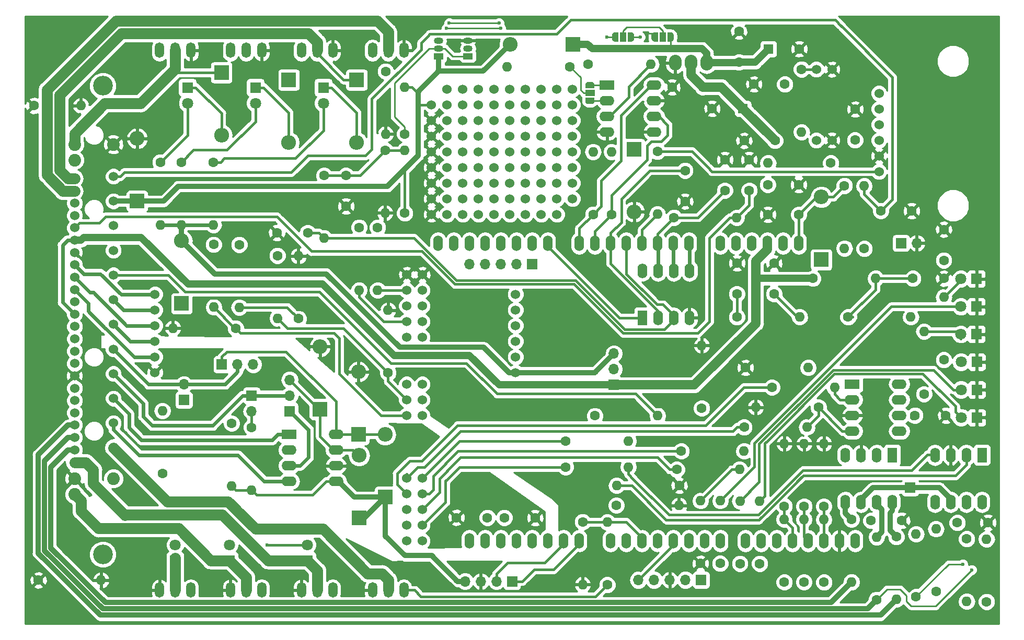
<source format=gtl>
G04 #@! TF.GenerationSoftware,KiCad,Pcbnew,5.0.0+dfsg1-2*
G04 #@! TF.CreationDate,2019-03-17T13:18:05+01:00*
G04 #@! TF.ProjectId,speedy,7370656564792E6B696361645F706362,rev?*
G04 #@! TF.SameCoordinates,Original*
G04 #@! TF.FileFunction,Copper,L1,Top,Signal*
G04 #@! TF.FilePolarity,Positive*
%FSLAX46Y46*%
G04 Gerber Fmt 4.6, Leading zero omitted, Abs format (unit mm)*
G04 Created by KiCad (PCBNEW 5.0.0+dfsg1-2) date Sun Mar 17 13:18:05 2019*
%MOMM*%
%LPD*%
G01*
G04 APERTURE LIST*
G04 #@! TA.AperFunction,ComponentPad*
%ADD10C,0.600000*%
G04 #@! TD*
G04 #@! TA.AperFunction,ComponentPad*
%ADD11O,1.600000X1.600000*%
G04 #@! TD*
G04 #@! TA.AperFunction,ComponentPad*
%ADD12C,1.600000*%
G04 #@! TD*
G04 #@! TA.AperFunction,ComponentPad*
%ADD13O,1.501140X2.499360*%
G04 #@! TD*
G04 #@! TA.AperFunction,ComponentPad*
%ADD14R,1.600000X1.600000*%
G04 #@! TD*
G04 #@! TA.AperFunction,ComponentPad*
%ADD15O,1.524000X2.540000*%
G04 #@! TD*
G04 #@! TA.AperFunction,ComponentPad*
%ADD16C,1.524000*%
G04 #@! TD*
G04 #@! TA.AperFunction,ComponentPad*
%ADD17R,1.800000X1.800000*%
G04 #@! TD*
G04 #@! TA.AperFunction,ComponentPad*
%ADD18C,1.800000*%
G04 #@! TD*
G04 #@! TA.AperFunction,ComponentPad*
%ADD19R,2.400000X2.400000*%
G04 #@! TD*
G04 #@! TA.AperFunction,ComponentPad*
%ADD20O,2.400000X2.400000*%
G04 #@! TD*
G04 #@! TA.AperFunction,ComponentPad*
%ADD21R,1.700000X1.700000*%
G04 #@! TD*
G04 #@! TA.AperFunction,ComponentPad*
%ADD22O,1.700000X1.700000*%
G04 #@! TD*
G04 #@! TA.AperFunction,ComponentPad*
%ADD23R,2.400000X1.600000*%
G04 #@! TD*
G04 #@! TA.AperFunction,ComponentPad*
%ADD24O,2.400000X1.600000*%
G04 #@! TD*
G04 #@! TA.AperFunction,ComponentPad*
%ADD25O,2.032000X2.540000*%
G04 #@! TD*
G04 #@! TA.AperFunction,ComponentPad*
%ADD26C,2.050000*%
G04 #@! TD*
G04 #@! TA.AperFunction,ComponentPad*
%ADD27C,3.200000*%
G04 #@! TD*
G04 #@! TA.AperFunction,ComponentPad*
%ADD28R,1.600000X2.400000*%
G04 #@! TD*
G04 #@! TA.AperFunction,ComponentPad*
%ADD29O,1.600000X2.400000*%
G04 #@! TD*
G04 #@! TA.AperFunction,ComponentPad*
%ADD30O,1.500000X1.050000*%
G04 #@! TD*
G04 #@! TA.AperFunction,ComponentPad*
%ADD31R,1.500000X1.050000*%
G04 #@! TD*
G04 #@! TA.AperFunction,SMDPad,CuDef*
%ADD32C,0.500000*%
G04 #@! TD*
G04 #@! TA.AperFunction,Conductor*
%ADD33C,0.100000*%
G04 #@! TD*
G04 #@! TA.AperFunction,SMDPad,CuDef*
%ADD34R,1.500000X1.000000*%
G04 #@! TD*
G04 #@! TA.AperFunction,SMDPad,CuDef*
%ADD35R,1.000000X1.500000*%
G04 #@! TD*
G04 #@! TA.AperFunction,ViaPad*
%ADD36C,0.600000*%
G04 #@! TD*
G04 #@! TA.AperFunction,Conductor*
%ADD37C,0.400000*%
G04 #@! TD*
G04 #@! TA.AperFunction,Conductor*
%ADD38C,0.609600*%
G04 #@! TD*
G04 #@! TA.AperFunction,Conductor*
%ADD39C,0.250000*%
G04 #@! TD*
G04 #@! TA.AperFunction,Conductor*
%ADD40C,1.219200*%
G04 #@! TD*
G04 #@! TA.AperFunction,Conductor*
%ADD41C,0.812800*%
G04 #@! TD*
G04 #@! TA.AperFunction,Conductor*
%ADD42C,1.524000*%
G04 #@! TD*
G04 #@! TA.AperFunction,Conductor*
%ADD43C,1.778000*%
G04 #@! TD*
G04 #@! TA.AperFunction,Conductor*
%ADD44C,0.254000*%
G04 #@! TD*
G04 APERTURE END LIST*
D10*
G04 #@! TO.P,REF\002A\002A,1*
G04 #@! TO.N,GND*
X121760000Y-102790000D03*
G04 #@! TD*
G04 #@! TO.P,REF\002A\002A,1*
G04 #@! TO.N,GND*
X124290000Y-102770000D03*
G04 #@! TD*
G04 #@! TO.P,REF\002A\002A,1*
G04 #@! TO.N,GND*
X93860000Y-97630000D03*
G04 #@! TD*
G04 #@! TO.P,REF\002A\002A,1*
G04 #@! TO.N,GND*
X140950000Y-150440000D03*
G04 #@! TD*
G04 #@! TO.P,REF\002A\002A,1*
G04 #@! TO.N,GND*
X136240000Y-150430000D03*
G04 #@! TD*
G04 #@! TO.P,REF\002A\002A,1*
G04 #@! TO.N,GND*
X117940000Y-154100000D03*
G04 #@! TD*
G04 #@! TO.P,REF\002A\002A,1*
G04 #@! TO.N,GND*
X107580000Y-154250000D03*
G04 #@! TD*
G04 #@! TO.P,REF\002A\002A,1*
G04 #@! TO.N,GND*
X174800000Y-85750000D03*
G04 #@! TD*
G04 #@! TO.P,REF\002A\002A,1*
G04 #@! TO.N,GND*
X159020000Y-85430000D03*
G04 #@! TD*
G04 #@! TO.P,REF\002A\002A,1*
G04 #@! TO.N,GND*
X82620000Y-100740000D03*
G04 #@! TD*
G04 #@! TO.P,REF\002A\002A,1*
G04 #@! TO.N,GND*
X112680000Y-107000000D03*
G04 #@! TD*
G04 #@! TO.P,REF\002A\002A,1*
G04 #@! TO.N,GND*
X95460000Y-110430000D03*
G04 #@! TD*
G04 #@! TO.P,REF\002A\002A,1*
G04 #@! TO.N,GND*
X103060000Y-150290000D03*
G04 #@! TD*
G04 #@! TO.P,REF\002A\002A,1*
G04 #@! TO.N,GND*
X89540000Y-76230000D03*
G04 #@! TD*
D11*
G04 #@! TO.P,R51,2*
G04 #@! TO.N,5V*
X157690000Y-82700000D03*
D12*
G04 #@! TO.P,R51,1*
G04 #@! TO.N,AUX1-CPU*
X157690000Y-92860000D03*
G04 #@! TD*
D11*
G04 #@! TO.P,R50,2*
G04 #@! TO.N,Net-(IC5-Pad3)*
X167080000Y-68500000D03*
D12*
G04 #@! TO.P,R50,1*
G04 #@! TO.N,DINx*
X156920000Y-68500000D03*
G04 #@! TD*
D11*
G04 #@! TO.P,R29,2*
G04 #@! TO.N,AUX1-IN*
X143800000Y-68900000D03*
D12*
G04 #@! TO.P,R29,1*
G04 #@! TO.N,Net-(JP1-Pad2)*
X153960000Y-68900000D03*
G04 #@! TD*
D11*
G04 #@! TO.P,R52,2*
G04 #@! TO.N,5V*
X160680000Y-82710000D03*
D12*
G04 #@! TO.P,R52,1*
G04 #@! TO.N,DINx-CPU*
X160680000Y-92870000D03*
G04 #@! TD*
D13*
G04 #@! TO.P,Q8,3*
G04 #@! TO.N,GND*
X127040000Y-66250000D03*
G04 #@! TO.P,Q8,2*
G04 #@! TO.N,Net-(Q8-Pad2)*
X121960000Y-66250000D03*
G04 #@! TO.P,Q8,1*
G04 #@! TO.N,VVT-OUT*
X124500000Y-66250000D03*
G04 #@! TD*
D10*
G04 #@! TO.P,REF\002A\002A,1*
G04 #@! TO.N,GND*
X141350000Y-137740000D03*
G04 #@! TD*
G04 #@! TO.P,REF\002A\002A,1*
G04 #@! TO.N,GND*
X97770000Y-72640000D03*
G04 #@! TD*
G04 #@! TO.P,REF\002A\002A,1*
G04 #@! TO.N,GND*
X76830000Y-121920000D03*
G04 #@! TD*
G04 #@! TO.P,REF\002A\002A,1*
G04 #@! TO.N,GND*
X76830000Y-119420000D03*
G04 #@! TD*
G04 #@! TO.P,REF\002A\002A,1*
G04 #@! TO.N,GND*
X76830000Y-124420000D03*
G04 #@! TD*
G04 #@! TO.P,REF\002A\002A,1*
G04 #@! TO.N,GND*
X106040000Y-117640000D03*
G04 #@! TD*
G04 #@! TO.P,REF\002A\002A,1*
G04 #@! TO.N,GND*
X99420000Y-121350000D03*
G04 #@! TD*
G04 #@! TO.P,REF\002A\002A,1*
G04 #@! TO.N,GND*
X104140000Y-132380000D03*
G04 #@! TD*
G04 #@! TO.P,REF\002A\002A,1*
G04 #@! TO.N,GND*
X120350000Y-135840000D03*
G04 #@! TD*
D12*
G04 #@! TO.P,R6,1*
G04 #@! TO.N,ADC-Clamp3*
X170780000Y-93370000D03*
D11*
G04 #@! TO.P,R6,2*
G04 #@! TO.N,TPS-Sensor*
X180940000Y-93370000D03*
G04 #@! TD*
D10*
G04 #@! TO.P,REF\002A\002A,1*
G04 #@! TO.N,GND*
X220800000Y-136300000D03*
G04 #@! TD*
G04 #@! TO.P,REF\002A\002A,1*
G04 #@! TO.N,GND*
X169050000Y-150370000D03*
G04 #@! TD*
D12*
G04 #@! TO.P,C18,2*
G04 #@! TO.N,GND*
X183750000Y-71750000D03*
G04 #@! TO.P,C18,1*
G04 #@! TO.N,MAP-CPU-A3*
X188750000Y-71750000D03*
G04 #@! TD*
D10*
G04 #@! TO.P,REF\002A\002A,1*
G04 #@! TO.N,GND*
X140810000Y-125050000D03*
G04 #@! TD*
D12*
G04 #@! TO.P,C23,2*
G04 #@! TO.N,GND*
X186000000Y-92880000D03*
G04 #@! TO.P,C23,1*
G04 #@! TO.N,RST*
X191000000Y-92880000D03*
G04 #@! TD*
G04 #@! TO.P,C14,2*
G04 #@! TO.N,GND*
X176980000Y-75720000D03*
D14*
G04 #@! TO.P,C14,1*
G04 #@! TO.N,5V*
X181980000Y-75720000D03*
G04 #@! TD*
D12*
G04 #@! TO.P,C57,2*
G04 #@! TO.N,GND*
X172590000Y-90740000D03*
G04 #@! TO.P,C57,1*
G04 #@! TO.N,ADC-Clamp5*
X172590000Y-85740000D03*
G04 #@! TD*
G04 #@! TO.P,C20,2*
G04 #@! TO.N,GND*
X182160000Y-80900000D03*
G04 #@! TO.P,C20,1*
G04 #@! TO.N,5V*
X187160000Y-80900000D03*
G04 #@! TD*
G04 #@! TO.P,C19,2*
G04 #@! TO.N,GND*
X200130000Y-75810000D03*
G04 #@! TO.P,C19,1*
G04 #@! TO.N,5V*
X200130000Y-80810000D03*
G04 #@! TD*
D15*
G04 #@! TO.P,SHIELD1,14*
G04 #@! TO.N,RX3*
X155440000Y-145800000D03*
G04 #@! TO.P,SHIELD1,15*
G04 #@! TO.N,TX3*
X152900000Y-145800000D03*
G04 #@! TO.P,SHIELD1,16*
G04 #@! TO.N,Net-(SHIELD1-Pad16)*
X150360000Y-145800000D03*
G04 #@! TO.P,SHIELD1,17*
G04 #@! TO.N,Net-(SHIELD1-Pad17)*
X147820000Y-145800000D03*
G04 #@! TO.P,SHIELD1,18*
G04 #@! TO.N,RPM1-CPU-D18*
X145280000Y-145800000D03*
G04 #@! TO.P,SHIELD1,19*
G04 #@! TO.N,RPM2-CPU-D19*
X142740000Y-145800000D03*
G04 #@! TO.P,SHIELD1,20*
G04 #@! TO.N,Net-(SHIELD1-Pad20)*
X140200000Y-145800000D03*
G04 #@! TO.P,SHIELD1,21*
G04 #@! TO.N,Net-(SHIELD1-Pad21)*
X137660000Y-145800000D03*
G04 #@! TO.P,SHIELD1,AD15*
G04 #@! TO.N,AD15*
X132580000Y-97540000D03*
G04 #@! TO.P,SHIELD1,AD14*
G04 #@! TO.N,AD14*
X135120000Y-97540000D03*
G04 #@! TO.P,SHIELD1,AD13*
G04 #@! TO.N,AD13*
X137660000Y-97540000D03*
G04 #@! TO.P,SHIELD1,AD12*
G04 #@! TO.N,AD12*
X140200000Y-97540000D03*
G04 #@! TO.P,SHIELD1,AD8*
G04 #@! TO.N,ADC-Clamp1*
X150360000Y-97540000D03*
G04 #@! TO.P,SHIELD1,AD7*
G04 #@! TO.N,AUX1-CPU*
X155440000Y-97540000D03*
G04 #@! TO.P,SHIELD1,AD6*
G04 #@! TO.N,DINx-CPU*
X157980000Y-97540000D03*
G04 #@! TO.P,SHIELD1,AD9*
G04 #@! TO.N,AD9*
X147820000Y-97540000D03*
G04 #@! TO.P,SHIELD1,AD10*
G04 #@! TO.N,AD10*
X145280000Y-97540000D03*
G04 #@! TO.P,SHIELD1,AD11*
G04 #@! TO.N,AD11*
X142740000Y-97540000D03*
G04 #@! TO.P,SHIELD1,AD5*
G04 #@! TO.N,ADC-Clamp5*
X160520000Y-97540000D03*
G04 #@! TO.P,SHIELD1,AD4*
G04 #@! TO.N,ADC-Clamp4*
X163060000Y-97540000D03*
G04 #@! TO.P,SHIELD1,AD3*
G04 #@! TO.N,MAP-CPU-A3*
X165600000Y-97540000D03*
G04 #@! TO.P,SHIELD1,AD0*
G04 #@! TO.N,ADC-Clamp6*
X173220000Y-97540000D03*
G04 #@! TO.P,SHIELD1,AD1*
G04 #@! TO.N,ADC-Clamp2*
X170680000Y-97540000D03*
G04 #@! TO.P,SHIELD1,AD2*
G04 #@! TO.N,ADC-Clamp3*
X168140000Y-97540000D03*
G04 #@! TO.P,SHIELD1,V_IN*
G04 #@! TO.N,Net-(SHIELD1-PadV_IN)*
X178300000Y-97540000D03*
G04 #@! TO.P,SHIELD1,GND2*
G04 #@! TO.N,Net-(SHIELD1-PadGND2)*
X180840000Y-97540000D03*
G04 #@! TO.P,SHIELD1,GND1*
G04 #@! TO.N,Net-(SHIELD1-PadGND1)*
X183380000Y-97540000D03*
G04 #@! TO.P,SHIELD1,3V3*
G04 #@! TO.N,Net-(SHIELD1-Pad3V3)*
X188460000Y-97540000D03*
G04 #@! TO.P,SHIELD1,RST*
G04 #@! TO.N,RST*
X191000000Y-97540000D03*
G04 #@! TO.P,SHIELD1,0*
G04 #@! TO.N,RX*
X160520000Y-145800000D03*
G04 #@! TO.P,SHIELD1,1*
G04 #@! TO.N,TX*
X163060000Y-145800000D03*
G04 #@! TO.P,SHIELD1,2*
G04 #@! TO.N,IDLE*
X165600000Y-145800000D03*
G04 #@! TO.P,SHIELD1,3*
G04 #@! TO.N,FLEX*
X168140000Y-145800000D03*
G04 #@! TO.P,SHIELD1,4*
G04 #@! TO.N,BT-ENEABLE*
X170680000Y-145800000D03*
G04 #@! TO.P,SHIELD1,5*
G04 #@! TO.N,Net-(SHIELD1-Pad5)*
X173220000Y-145800000D03*
G04 #@! TO.P,SHIELD1,6*
G04 #@! TO.N,Net-(SHIELD1-Pad6)*
X175760000Y-145800000D03*
G04 #@! TO.P,SHIELD1,7*
G04 #@! TO.N,Net-(SHIELD1-Pad7)*
X178300000Y-145800000D03*
G04 #@! TO.P,SHIELD1,8*
G04 #@! TO.N,Net-(SHIELD1-Pad8)*
X182364000Y-145800000D03*
G04 #@! TO.P,SHIELD1,9*
G04 #@! TO.N,Net-(SHIELD1-Pad9)*
X184904000Y-145800000D03*
G04 #@! TO.P,SHIELD1,10*
G04 #@! TO.N,Net-(SHIELD1-Pad10)*
X187444000Y-145800000D03*
G04 #@! TO.P,SHIELD1,11*
G04 #@! TO.N,INJ5-CPU-D11*
X189984000Y-145800000D03*
G04 #@! TO.P,SHIELD1,12*
G04 #@! TO.N,INJ4-CPU-D12*
X192524000Y-145800000D03*
G04 #@! TO.P,SHIELD1,13*
G04 #@! TO.N,INJ6-CPU-D13*
X195064000Y-145800000D03*
G04 #@! TO.P,SHIELD1,GND3*
G04 #@! TO.N,GND*
X197604000Y-145800000D03*
G04 #@! TO.P,SHIELD1,AREF*
G04 #@! TO.N,Net-(SHIELD1-PadAREF)*
X200144000Y-145800000D03*
G04 #@! TO.P,SHIELD1,5V*
G04 #@! TO.N,5V*
X185920000Y-97540000D03*
D16*
G04 #@! TO.P,SHIELD1,22*
G04 #@! TO.N,IGN6-D22*
X130040000Y-143260000D03*
G04 #@! TO.P,SHIELD1,23*
G04 #@! TO.N,Net-(SHIELD1-Pad23)*
X127500000Y-143260000D03*
G04 #@! TO.P,SHIELD1,24*
G04 #@! TO.N,IGN3-D24*
X130040000Y-140720000D03*
G04 #@! TO.P,SHIELD1,25*
G04 #@! TO.N,Net-(SHIELD1-Pad25)*
X127500000Y-140720000D03*
G04 #@! TO.P,SHIELD1,26*
G04 #@! TO.N,IGN4-D26*
X130040000Y-138180000D03*
G04 #@! TO.P,SHIELD1,27*
G04 #@! TO.N,IGN1-D27*
X127500000Y-138180000D03*
G04 #@! TO.P,SHIELD1,28*
G04 #@! TO.N,IGN5-D28*
X130040000Y-135640000D03*
G04 #@! TO.P,SHIELD1,29*
G04 #@! TO.N,IGN2-D29*
X127500000Y-135640000D03*
G04 #@! TO.P,SHIELD1,5V_4*
G04 #@! TO.N,Net-(SHIELD1-Pad5V_4)*
X130040000Y-145800000D03*
G04 #@! TO.P,SHIELD1,5V_5*
G04 #@! TO.N,Net-(SHIELD1-Pad5V_5)*
X127500000Y-145800000D03*
G04 #@! TO.P,SHIELD1,36*
G04 #@! TO.N,Net-(SHIELD1-Pad36)*
X130040000Y-125480000D03*
G04 #@! TO.P,SHIELD1,37*
G04 #@! TO.N,INJ1-CPU-D37*
X127500000Y-125480000D03*
G04 #@! TO.P,SHIELD1,38*
G04 #@! TO.N,Net-(SHIELD1-Pad38)*
X130040000Y-122940000D03*
G04 #@! TO.P,SHIELD1,39*
G04 #@! TO.N,INJ3-CPU-D39*
X127500000Y-122940000D03*
G04 #@! TO.P,SHIELD1,40*
G04 #@! TO.N,Net-(SHIELD1-Pad40)*
X130040000Y-120400000D03*
G04 #@! TO.P,SHIELD1,41*
G04 #@! TO.N,INJ2-CPU-D41*
X127500000Y-120400000D03*
G04 #@! TO.P,SHIELD1,46*
G04 #@! TO.N,ULN-AUX4*
X130040000Y-112780000D03*
G04 #@! TO.P,SHIELD1,47*
G04 #@! TO.N,ULN-AUX3*
X127500000Y-112780000D03*
G04 #@! TO.P,SHIELD1,48*
G04 #@! TO.N,ULN-TACH*
X130040000Y-110240000D03*
G04 #@! TO.P,SHIELD1,49*
G04 #@! TO.N,AUX-CS*
X127500000Y-110240000D03*
G04 #@! TO.P,SHIELD1,50*
G04 #@! TO.N,ULN-AUX2*
X130040000Y-107700000D03*
G04 #@! TO.P,SHIELD1,51*
G04 #@! TO.N,Net-(SHIELD1-Pad51)*
X127500000Y-107700000D03*
G04 #@! TO.P,SHIELD1,52*
G04 #@! TO.N,ULN-AUX1*
X130040000Y-105160000D03*
G04 #@! TO.P,SHIELD1,53*
G04 #@! TO.N,VVT*
X127500000Y-105160000D03*
G04 #@! TO.P,SHIELD1,GND4*
G04 #@! TO.N,GND*
X130040000Y-102620000D03*
G04 #@! TO.P,SHIELD1,GND5*
X127500000Y-102620000D03*
G04 #@! TD*
D17*
G04 #@! TO.P,LED1,1*
G04 #@! TO.N,Net-(D6-Pad2)*
X92000000Y-72270000D03*
D18*
G04 #@! TO.P,LED1,2*
G04 #@! TO.N,Net-(LED1-Pad2)*
X92000000Y-74810000D03*
G04 #@! TD*
D17*
G04 #@! TO.P,LED2,1*
G04 #@! TO.N,Net-(D7-Pad2)*
X103000000Y-72270000D03*
D18*
G04 #@! TO.P,LED2,2*
G04 #@! TO.N,Net-(LED2-Pad2)*
X103000000Y-74810000D03*
G04 #@! TD*
D17*
G04 #@! TO.P,LED3,1*
G04 #@! TO.N,Net-(D8-Pad2)*
X114000000Y-72270000D03*
D18*
G04 #@! TO.P,LED3,2*
G04 #@! TO.N,Net-(LED3-Pad2)*
X114000000Y-74810000D03*
G04 #@! TD*
D17*
G04 #@! TO.P,LED4,1*
G04 #@! TO.N,INJ4*
X90000000Y-149000000D03*
D18*
G04 #@! TO.P,LED4,2*
G04 #@! TO.N,4-6-INJ-D&R*
X90000000Y-146460000D03*
G04 #@! TD*
D17*
G04 #@! TO.P,LED5,1*
G04 #@! TO.N,INJ5*
X98800000Y-149000000D03*
D18*
G04 #@! TO.P,LED5,2*
G04 #@! TO.N,4-6-INJ-D&R*
X98800000Y-146460000D03*
G04 #@! TD*
D17*
G04 #@! TO.P,LED6,1*
G04 #@! TO.N,INJ6*
X111400000Y-149000000D03*
D18*
G04 #@! TO.P,LED6,2*
G04 #@! TO.N,4-6-INJ-D&R*
X111400000Y-146460000D03*
G04 #@! TD*
D12*
G04 #@! TO.P,R23,1*
G04 #@! TO.N,IGN1-D27*
X186660000Y-120910000D03*
D11*
G04 #@! TO.P,R23,2*
G04 #@! TO.N,Net-(IC1-Pad2)*
X196820000Y-120910000D03*
G04 #@! TD*
D12*
G04 #@! TO.P,R82,1*
G04 #@! TO.N,GND*
X67130000Y-75230000D03*
D11*
G04 #@! TO.P,R82,2*
X74750000Y-75230000D03*
G04 #@! TD*
D12*
G04 #@! TO.P,C7,1*
G04 #@! TO.N,Net-(C7-Pad1)*
X117670000Y-86540000D03*
G04 #@! TO.P,C7,2*
G04 #@! TO.N,GND*
X117670000Y-91540000D03*
G04 #@! TD*
D19*
G04 #@! TO.P,D2,1*
G04 #@! TO.N,PWR*
X83840000Y-90710000D03*
D20*
G04 #@! TO.P,D2,2*
G04 #@! TO.N,GND*
X83840000Y-80550000D03*
G04 #@! TD*
D12*
G04 #@! TO.P,C13,1*
G04 #@! TO.N,5V*
X175490000Y-72220000D03*
G04 #@! TO.P,C13,2*
G04 #@! TO.N,GND*
X170490000Y-72220000D03*
G04 #@! TD*
G04 #@! TO.P,C15,1*
G04 #@! TO.N,12V*
X181310000Y-68170000D03*
G04 #@! TO.P,C15,2*
G04 #@! TO.N,GND*
X181310000Y-63170000D03*
G04 #@! TD*
D14*
G04 #@! TO.P,C16,1*
G04 #@! TO.N,12V*
X186110000Y-66020000D03*
D12*
G04 #@! TO.P,C16,2*
G04 #@! TO.N,GND*
X191110000Y-66020000D03*
G04 #@! TD*
D19*
G04 #@! TO.P,D15,1*
G04 #@! TO.N,12V*
X154410000Y-65250000D03*
D20*
G04 #@! TO.P,D15,2*
G04 #@! TO.N,PWR*
X144250000Y-65250000D03*
G04 #@! TD*
D19*
G04 #@! TO.P,D16,1*
G04 #@! TO.N,5V*
X164340000Y-82280000D03*
D20*
G04 #@! TO.P,D16,2*
G04 #@! TO.N,GND*
X164340000Y-92440000D03*
G04 #@! TD*
D12*
G04 #@! TO.P,C1,1*
G04 #@! TO.N,IAT-Sensor*
X204300000Y-92300000D03*
G04 #@! TO.P,C1,2*
G04 #@! TO.N,GND*
X209300000Y-92300000D03*
G04 #@! TD*
G04 #@! TO.P,C2,1*
G04 #@! TO.N,ADC-Clamp6*
X185990000Y-88050000D03*
G04 #@! TO.P,C2,2*
G04 #@! TO.N,GND*
X190990000Y-88050000D03*
G04 #@! TD*
G04 #@! TO.P,C3,1*
G04 #@! TO.N,CLT-Sensor*
X209500000Y-103250000D03*
G04 #@! TO.P,C3,2*
G04 #@! TO.N,GND*
X214500000Y-103250000D03*
G04 #@! TD*
G04 #@! TO.P,C4,1*
G04 #@! TO.N,ADC-Clamp2*
X214500000Y-100300000D03*
G04 #@! TO.P,C4,2*
G04 #@! TO.N,GND*
X214500000Y-95300000D03*
G04 #@! TD*
G04 #@! TO.P,C5,1*
G04 #@! TO.N,TPS-Sensor*
X182980000Y-88980000D03*
G04 #@! TO.P,C5,2*
G04 #@! TO.N,GND*
X182980000Y-83980000D03*
G04 #@! TD*
G04 #@! TO.P,C6,1*
G04 #@! TO.N,ADC-Clamp3*
X179050000Y-88980000D03*
G04 #@! TO.P,C6,2*
G04 #@! TO.N,GND*
X179050000Y-83980000D03*
G04 #@! TD*
G04 #@! TO.P,C8,1*
G04 #@! TO.N,ADC-Clamp4*
X111470000Y-95850000D03*
G04 #@! TO.P,C8,2*
G04 #@! TO.N,GND*
X106470000Y-95850000D03*
G04 #@! TD*
G04 #@! TO.P,C9,1*
G04 #@! TO.N,O2-Sensor*
X187000000Y-105750000D03*
G04 #@! TO.P,C9,2*
G04 #@! TO.N,GND*
X187000000Y-100750000D03*
G04 #@! TD*
G04 #@! TO.P,C10,1*
G04 #@! TO.N,ADC-Clamp1*
X181000000Y-105750000D03*
G04 #@! TO.P,C10,2*
G04 #@! TO.N,GND*
X181000000Y-100750000D03*
G04 #@! TD*
D19*
G04 #@! TO.P,D6,1*
G04 #@! TO.N,INJ1*
X97500000Y-69850000D03*
D20*
G04 #@! TO.P,D6,2*
G04 #@! TO.N,Net-(D6-Pad2)*
X97500000Y-80010000D03*
G04 #@! TD*
D19*
G04 #@! TO.P,D7,1*
G04 #@! TO.N,INJ2*
X108400000Y-71040000D03*
D20*
G04 #@! TO.P,D7,2*
G04 #@! TO.N,Net-(D7-Pad2)*
X108400000Y-81200000D03*
G04 #@! TD*
D19*
G04 #@! TO.P,D8,1*
G04 #@! TO.N,INJ3*
X119400000Y-71040000D03*
D20*
G04 #@! TO.P,D8,2*
G04 #@! TO.N,Net-(D8-Pad2)*
X119400000Y-81200000D03*
G04 #@! TD*
D19*
G04 #@! TO.P,D9,1*
G04 #@! TO.N,Net-(D9-Pad1)*
X91050000Y-107310000D03*
D20*
G04 #@! TO.P,D9,2*
G04 #@! TO.N,PWR*
X91050000Y-97150000D03*
G04 #@! TD*
D12*
G04 #@! TO.P,C24,1*
G04 #@! TO.N,RPM1-CPU-D18*
X143300000Y-142060000D03*
G04 #@! TO.P,C24,2*
G04 #@! TO.N,GND*
X148300000Y-142060000D03*
G04 #@! TD*
G04 #@! TO.P,C25,1*
G04 #@! TO.N,RPM2-CPU-D19*
X140570000Y-142040000D03*
G04 #@! TO.P,C25,2*
G04 #@! TO.N,GND*
X135570000Y-142040000D03*
G04 #@! TD*
D19*
G04 #@! TO.P,D4,1*
G04 #@! TO.N,RPM2-CPU-D19*
X113475000Y-124450000D03*
D20*
G04 #@! TO.P,D4,2*
G04 #@! TO.N,GND*
X113475000Y-114290000D03*
G04 #@! TD*
D21*
G04 #@! TO.P,RPM1,1*
G04 #@! TO.N,RPM1-CPU-D18*
X97570000Y-117200000D03*
D22*
G04 #@! TO.P,RPM1,2*
G04 #@! TO.N,RPM1*
X100110000Y-117200000D03*
G04 #@! TO.P,RPM1,3*
G04 #@! TO.N,Net-(IC3-Pad2)*
X102650000Y-117200000D03*
G04 #@! TD*
D21*
G04 #@! TO.P,RPM2,1*
G04 #@! TO.N,Net-(IC3-Pad3)*
X108550000Y-124770000D03*
D22*
G04 #@! TO.P,RPM2,2*
G04 #@! TO.N,RPM2*
X108550000Y-122230000D03*
G04 #@! TO.P,RPM2,3*
G04 #@! TO.N,RPM2-CPU-D19*
X108550000Y-119690000D03*
G04 #@! TD*
D21*
G04 #@! TO.P,RPM1_PULLUP,1*
G04 #@! TO.N,Net-(JP4-Pad1)*
X91420000Y-122970000D03*
D22*
G04 #@! TO.P,RPM1_PULLUP,2*
G04 #@! TO.N,RPM1*
X91420000Y-120430000D03*
G04 #@! TD*
D21*
G04 #@! TO.P,RPM2_PULLUP,1*
G04 #@! TO.N,RPM2*
X102370000Y-122250000D03*
D22*
G04 #@! TO.P,RPM2_PULLUP,2*
G04 #@! TO.N,Net-(JP5-Pad2)*
X102370000Y-124790000D03*
G04 #@! TD*
D16*
G04 #@! TO.P,SHIELD2,1*
G04 #@! TO.N,GND*
X86730000Y-118510000D03*
G04 #@! TO.P,SHIELD2,2*
G04 #@! TO.N,ULN-AUX-OUT1*
X86730000Y-115970000D03*
G04 #@! TO.P,SHIELD2,3*
G04 #@! TO.N,ULN-FAN-OUT*
X86730000Y-113430000D03*
G04 #@! TO.P,SHIELD2,4*
G04 #@! TO.N,ULN-BOOST-OUT*
X86730000Y-110890000D03*
G04 #@! TO.P,SHIELD2,5*
G04 #@! TO.N,ULN-FP-OUT*
X86730000Y-108350000D03*
G04 #@! TO.P,SHIELD2,6*
G04 #@! TO.N,ULN-TACH-OUT*
X86730000Y-105810000D03*
G04 #@! TO.P,SHIELD2,11*
G04 #@! TO.N,ULN-AUX2*
X145150000Y-108350000D03*
G04 #@! TO.P,SHIELD2,7*
G04 #@! TO.N,PWR*
X145150000Y-118510000D03*
G04 #@! TO.P,SHIELD2,8*
G04 #@! TO.N,ULN-AUX3*
X145150000Y-115970000D03*
G04 #@! TO.P,SHIELD2,9*
G04 #@! TO.N,ULN-AUX4*
X145150000Y-113430000D03*
G04 #@! TO.P,SHIELD2,12*
G04 #@! TO.N,ULN-AUX1*
X145150000Y-105810000D03*
G04 #@! TO.P,SHIELD2,10*
G04 #@! TO.N,ULN-TACH*
X145150000Y-110890000D03*
G04 #@! TD*
D23*
G04 #@! TO.P,IC1,1*
G04 #@! TO.N,Net-(IC1-Pad1)*
X199680000Y-120380000D03*
D24*
G04 #@! TO.P,IC1,5*
G04 #@! TO.N,dummyLabel*
X207300000Y-128000000D03*
G04 #@! TO.P,IC1,2*
G04 #@! TO.N,Net-(IC1-Pad2)*
X199680000Y-122920000D03*
G04 #@! TO.P,IC1,6*
G04 #@! TO.N,IGN-OUT-SELECT*
X207300000Y-125460000D03*
G04 #@! TO.P,IC1,3*
G04 #@! TO.N,GND*
X199680000Y-125460000D03*
G04 #@! TO.P,IC1,7*
G04 #@! TO.N,Net-(IC1-Pad7)*
X207300000Y-122920000D03*
G04 #@! TO.P,IC1,4*
G04 #@! TO.N,Net-(IC1-Pad4)*
X199680000Y-128000000D03*
G04 #@! TO.P,IC1,8*
G04 #@! TO.N,Net-(IC1-Pad8)*
X207300000Y-120380000D03*
G04 #@! TD*
D21*
G04 #@! TO.P,SERIAL3,1*
G04 #@! TO.N,RX3*
X144580000Y-152370000D03*
D22*
G04 #@! TO.P,SERIAL3,2*
G04 #@! TO.N,TX3*
X142040000Y-152370000D03*
G04 #@! TO.P,SERIAL3,3*
G04 #@! TO.N,GND*
X139500000Y-152370000D03*
G04 #@! TO.P,SERIAL3,4*
G04 #@! TO.N,5V*
X136960000Y-152370000D03*
G04 #@! TD*
D12*
G04 #@! TO.P,C11,1*
G04 #@! TO.N,IGN-OUT-SELECT*
X209830000Y-125460000D03*
G04 #@! TO.P,C11,2*
G04 #@! TO.N,GND*
X214830000Y-125460000D03*
G04 #@! TD*
D21*
G04 #@! TO.P,IGN-OUT,1*
G04 #@! TO.N,5V*
X161070000Y-120510000D03*
D22*
G04 #@! TO.P,IGN-OUT,2*
G04 #@! TO.N,IGN-OUT-SELECT*
X161070000Y-117970000D03*
G04 #@! TO.P,IGN-OUT,3*
G04 #@! TO.N,PWR*
X161070000Y-115430000D03*
G04 #@! TD*
D21*
G04 #@! TO.P,5V-OUT1,1*
G04 #@! TO.N,5V*
X207570000Y-97510000D03*
D22*
G04 #@! TO.P,5V-OUT1,2*
G04 #@! TO.N,GND*
X210110000Y-97510000D03*
G04 #@! TD*
D25*
G04 #@! TO.P,U1,2*
G04 #@! TO.N,5V*
X173540000Y-68250000D03*
G04 #@! TO.P,U1,3*
G04 #@! TO.N,12V*
X176080000Y-68250000D03*
G04 #@! TO.P,U1,1*
G04 #@! TO.N,GND*
X171000000Y-68250000D03*
G04 #@! TD*
D21*
G04 #@! TO.P,J4,1*
G04 #@! TO.N,AD9*
X147790000Y-100890000D03*
D22*
G04 #@! TO.P,J4,2*
G04 #@! TO.N,AD10*
X145250000Y-100890000D03*
G04 #@! TO.P,J4,3*
G04 #@! TO.N,AD11*
X142710000Y-100890000D03*
G04 #@! TO.P,J4,4*
G04 #@! TO.N,AD12*
X140170000Y-100890000D03*
G04 #@! TO.P,J4,5*
G04 #@! TO.N,AD13*
X137630000Y-100890000D03*
G04 #@! TD*
D26*
G04 #@! TO.P,J1,42*
G04 #@! TO.N,INJ1*
X73700000Y-81500000D03*
G04 #@! TO.P,J1,1*
G04 #@! TO.N,GND*
X80000000Y-81500000D03*
D16*
G04 #@! TO.P,J1,3*
G04 #@! TO.N,PWR*
X80000000Y-90700000D03*
G04 #@! TO.P,J1,2*
G04 #@! TO.N,IAT-Sensor*
X80000000Y-86700000D03*
G04 #@! TO.P,J1,4*
G04 #@! TO.N,O2-Sensor*
X80000000Y-94700000D03*
G04 #@! TO.P,J1,5*
G04 #@! TO.N,CLT-Sensor*
X80000000Y-98700000D03*
G04 #@! TO.P,J1,6*
G04 #@! TO.N,FLEX*
X80000000Y-102700000D03*
G04 #@! TO.P,J1,7*
G04 #@! TO.N,ULN-FP-OUT*
X80000000Y-106700000D03*
G04 #@! TO.P,J1,8*
G04 #@! TO.N,ULN-FAN-OUT*
X80000000Y-110700000D03*
G04 #@! TO.P,J1,9*
G04 #@! TO.N,RPM1*
X80000000Y-114700000D03*
G04 #@! TO.P,J1,10*
G04 #@! TO.N,RPM2*
X80000000Y-118700000D03*
G04 #@! TO.P,J1,11*
G04 #@! TO.N,VR1-*
X80000000Y-122700000D03*
G04 #@! TO.P,J1,12*
G04 #@! TO.N,VR2-*
X80000000Y-126700000D03*
D26*
G04 #@! TO.P,J1,14*
G04 #@! TO.N,INJ4*
X80000000Y-135700000D03*
D16*
G04 #@! TO.P,J1,17*
G04 #@! TO.N,INJ6*
X73700000Y-133040000D03*
D26*
G04 #@! TO.P,J1,15*
G04 #@! TO.N,INJ5*
X73700000Y-138240000D03*
G04 #@! TO.P,J1,16*
G04 #@! TO.N,GND*
X73700000Y-135700000D03*
D16*
G04 #@! TO.P,J1,18*
G04 #@! TO.N,IGN4-OUT*
X73700000Y-131040000D03*
G04 #@! TO.P,J1,19*
G04 #@! TO.N,IGN3-OUT*
X73700000Y-129040000D03*
G04 #@! TO.P,J1,20*
G04 #@! TO.N,IGN2-OUT*
X73700000Y-127040000D03*
G04 #@! TO.P,J1,21*
G04 #@! TO.N,IGN1-OUT*
X73700000Y-125040000D03*
G04 #@! TO.P,J1,22*
G04 #@! TO.N,IGN6-OUT*
X73700000Y-123040000D03*
G04 #@! TO.P,J1,23*
G04 #@! TO.N,IGN5-OUT*
X73700000Y-121040000D03*
G04 #@! TO.P,J1,24*
G04 #@! TO.N,GND*
X73700000Y-119040000D03*
G04 #@! TO.P,J1,25*
G04 #@! TO.N,AUX1*
X73700000Y-117040000D03*
G04 #@! TO.P,J1,26*
G04 #@! TO.N,AUX2*
X73700000Y-115040000D03*
G04 #@! TO.P,J1,27*
G04 #@! TO.N,AUX3*
X73700000Y-113040000D03*
G04 #@! TO.P,J1,28*
G04 #@! TO.N,AUX4*
X73700000Y-111040000D03*
G04 #@! TO.P,J1,29*
G04 #@! TO.N,5V*
X73700000Y-109040000D03*
G04 #@! TO.P,J1,30*
G04 #@! TO.N,AUX1-IN*
X73700000Y-107040000D03*
G04 #@! TO.P,J1,31*
G04 #@! TO.N,ULN-AUX-OUT1*
X73700000Y-105040000D03*
G04 #@! TO.P,J1,32*
G04 #@! TO.N,ULN-BOOST-OUT*
X73700000Y-103040000D03*
G04 #@! TO.P,J1,33*
G04 #@! TO.N,ULN-TACH-OUT*
X73700000Y-101040000D03*
G04 #@! TO.P,J1,34*
G04 #@! TO.N,GND*
X73700000Y-99040000D03*
G04 #@! TO.P,J1,35*
G04 #@! TO.N,5V*
X73700000Y-97040000D03*
G04 #@! TO.P,J1,36*
G04 #@! TO.N,TPS-Sensor*
X73700000Y-95040000D03*
G04 #@! TO.P,J1,37*
G04 #@! TO.N,DINx*
X73700000Y-93040000D03*
G04 #@! TO.P,J1,39*
G04 #@! TO.N,VVT-OUT*
X73700000Y-89040000D03*
G04 #@! TO.P,J1,12*
G04 #@! TO.N,VR2-*
X80000000Y-126700000D03*
G04 #@! TO.P,J1,13*
G04 #@! TO.N,IDLE-OUT*
X80000000Y-130700000D03*
G04 #@! TO.P,J1,38*
G04 #@! TO.N,AUX-CS-OUT1*
X73700000Y-91040000D03*
G04 #@! TO.P,J1,40*
G04 #@! TO.N,INJ3*
X73700000Y-87040000D03*
D26*
G04 #@! TO.P,J1,41*
G04 #@! TO.N,INJ2*
X73700000Y-84040000D03*
D27*
G04 #@! TO.P,J1,43*
G04 #@! TO.N,N/C*
X78300000Y-72000000D03*
X78300000Y-148000000D03*
G04 #@! TD*
D12*
G04 #@! TO.P,R70,1*
G04 #@! TO.N,Net-(Q10-Pad1)*
X127180000Y-79810000D03*
D11*
G04 #@! TO.P,R70,2*
G04 #@! TO.N,PWR*
X127180000Y-72190000D03*
G04 #@! TD*
D23*
G04 #@! TO.P,VR,1*
G04 #@! TO.N,VR1-*
X108430000Y-128530000D03*
D24*
G04 #@! TO.P,VR,5*
G04 #@! TO.N,5V*
X116050000Y-136150000D03*
G04 #@! TO.P,VR,2*
G04 #@! TO.N,Net-(IC3-Pad2)*
X108430000Y-131070000D03*
G04 #@! TO.P,VR,6*
G04 #@! TO.N,GND*
X116050000Y-133610000D03*
G04 #@! TO.P,VR,3*
G04 #@! TO.N,Net-(IC3-Pad3)*
X108430000Y-133610000D03*
G04 #@! TO.P,VR,7*
G04 #@! TO.N,RPM2-CPU-D19*
X116050000Y-131070000D03*
G04 #@! TO.P,VR,4*
G04 #@! TO.N,VR2-*
X108430000Y-136150000D03*
G04 #@! TO.P,VR,8*
G04 #@! TO.N,RPM1-CPU-D18*
X116050000Y-128530000D03*
G04 #@! TD*
D28*
G04 #@! TO.P,IC4,1*
G04 #@! TO.N,ADC-Clamp1*
X165670000Y-109620000D03*
D29*
G04 #@! TO.P,IC4,5*
G04 #@! TO.N,ADC-Clamp6*
X173290000Y-102000000D03*
G04 #@! TO.P,IC4,2*
G04 #@! TO.N,ADC-Clamp5*
X168210000Y-109620000D03*
G04 #@! TO.P,IC4,6*
G04 #@! TO.N,ADC-Clamp2*
X170750000Y-102000000D03*
G04 #@! TO.P,IC4,3*
G04 #@! TO.N,ADC-Clamp4*
X170750000Y-109620000D03*
G04 #@! TO.P,IC4,7*
G04 #@! TO.N,ADC-Clamp3*
X168210000Y-102000000D03*
G04 #@! TO.P,IC4,4*
G04 #@! TO.N,GND*
X173290000Y-109620000D03*
G04 #@! TO.P,IC4,8*
G04 #@! TO.N,5V*
X165670000Y-102000000D03*
G04 #@! TD*
D16*
G04 #@! TO.P,MPX4250AP1,6*
G04 #@! TO.N,Net-(MPX4250AP1-Pad6)*
X204000000Y-73205000D03*
G04 #@! TO.P,MPX4250AP1,5*
G04 #@! TO.N,Net-(MPX4250AP1-Pad5)*
X204000000Y-75745000D03*
G04 #@! TO.P,MPX4250AP1,4*
G04 #@! TO.N,Net-(MPX4250AP1-Pad4)*
X204000000Y-78285000D03*
G04 #@! TO.P,MPX4250AP1,3*
G04 #@! TO.N,5V*
X204000000Y-80825000D03*
G04 #@! TO.P,MPX4250AP1,2*
G04 #@! TO.N,GND*
X204000000Y-83365000D03*
G04 #@! TO.P,MPX4250AP1,1*
G04 #@! TO.N,Net-(MPX4250AP1-Pad1)*
X204000000Y-85905000D03*
G04 #@! TD*
D13*
G04 #@! TO.P,Q7,1*
G04 #@! TO.N,IDLE-OUT*
X124500000Y-153800000D03*
G04 #@! TO.P,Q7,2*
G04 #@! TO.N,Net-(Q7-Pad2)*
X127040000Y-153800000D03*
G04 #@! TO.P,Q7,3*
G04 #@! TO.N,GND*
X121960000Y-153800000D03*
G04 #@! TD*
G04 #@! TO.P,Q6,1*
G04 #@! TO.N,INJ6*
X113000000Y-153800000D03*
G04 #@! TO.P,Q6,2*
G04 #@! TO.N,Net-(Q6-Pad2)*
X115540000Y-153800000D03*
G04 #@! TO.P,Q6,3*
G04 #@! TO.N,GND*
X110460000Y-153800000D03*
G04 #@! TD*
G04 #@! TO.P,Q5,1*
G04 #@! TO.N,INJ5*
X101500000Y-153800000D03*
G04 #@! TO.P,Q5,2*
G04 #@! TO.N,Net-(Q5-Pad2)*
X104040000Y-153800000D03*
G04 #@! TO.P,Q5,3*
G04 #@! TO.N,GND*
X98960000Y-153800000D03*
G04 #@! TD*
G04 #@! TO.P,Q4,1*
G04 #@! TO.N,INJ4*
X90000000Y-153800000D03*
G04 #@! TO.P,Q4,2*
G04 #@! TO.N,Net-(Q4-Pad2)*
X92540000Y-153800000D03*
G04 #@! TO.P,Q4,3*
G04 #@! TO.N,GND*
X87460000Y-153800000D03*
G04 #@! TD*
G04 #@! TO.P,Q3,1*
G04 #@! TO.N,INJ3*
X113000000Y-66250000D03*
G04 #@! TO.P,Q3,2*
G04 #@! TO.N,Net-(Q3-Pad2)*
X110460000Y-66250000D03*
G04 #@! TO.P,Q3,3*
G04 #@! TO.N,GND*
X115540000Y-66250000D03*
G04 #@! TD*
G04 #@! TO.P,Q2,1*
G04 #@! TO.N,INJ2*
X101500000Y-66250000D03*
G04 #@! TO.P,Q2,2*
G04 #@! TO.N,Net-(Q2-Pad2)*
X98960000Y-66250000D03*
G04 #@! TO.P,Q2,3*
G04 #@! TO.N,GND*
X104040000Y-66250000D03*
G04 #@! TD*
G04 #@! TO.P,Q1,1*
G04 #@! TO.N,INJ1*
X90000000Y-66250000D03*
G04 #@! TO.P,Q1,2*
G04 #@! TO.N,Net-(Q1-Pad2)*
X87460000Y-66250000D03*
G04 #@! TO.P,Q1,3*
G04 #@! TO.N,GND*
X92540000Y-66250000D03*
G04 #@! TD*
D19*
G04 #@! TO.P,D22,1*
G04 #@! TO.N,5V*
X194650000Y-100200000D03*
D20*
G04 #@! TO.P,D22,2*
G04 #@! TO.N,RST*
X194650000Y-90040000D03*
G04 #@! TD*
D12*
G04 #@! TO.P,R54,1*
G04 #@! TO.N,RST*
X198400000Y-88200000D03*
D11*
G04 #@! TO.P,R54,2*
G04 #@! TO.N,5V*
X198400000Y-98360000D03*
G04 #@! TD*
D12*
G04 #@! TO.P,R61,1*
G04 #@! TO.N,Net-(Q4-Pad2)*
X191850000Y-152490000D03*
D11*
G04 #@! TO.P,R61,2*
G04 #@! TO.N,INJ4-CPU-D12*
X191850000Y-142330000D03*
G04 #@! TD*
D12*
G04 #@! TO.P,R21,1*
G04 #@! TO.N,Net-(C7-Pad1)*
X124000000Y-82470000D03*
D11*
G04 #@! TO.P,R21,2*
G04 #@! TO.N,GND*
X124000000Y-92630000D03*
G04 #@! TD*
D12*
G04 #@! TO.P,R10,1*
G04 #@! TO.N,Net-(Q1-Pad2)*
X96250000Y-97750000D03*
D11*
G04 #@! TO.P,R10,2*
G04 #@! TO.N,INJ1-CPU-D37*
X96250000Y-107910000D03*
G04 #@! TD*
D12*
G04 #@! TO.P,R13,1*
G04 #@! TO.N,Net-(Q2-Pad2)*
X100390000Y-97760000D03*
D11*
G04 #@! TO.P,R13,2*
G04 #@! TO.N,INJ2-CPU-D41*
X100390000Y-107920000D03*
G04 #@! TD*
D12*
G04 #@! TO.P,R16,1*
G04 #@! TO.N,Net-(Q3-Pad2)*
X106575000Y-99540000D03*
D11*
G04 #@! TO.P,R16,2*
G04 #@! TO.N,INJ3-CPU-D39*
X106575000Y-109700000D03*
G04 #@! TD*
D12*
G04 #@! TO.P,R19,1*
G04 #@! TO.N,Net-(Q5-Pad2)*
X188650000Y-152500000D03*
D11*
G04 #@! TO.P,R19,2*
G04 #@! TO.N,INJ5-CPU-D11*
X188650000Y-142340000D03*
G04 #@! TD*
D12*
G04 #@! TO.P,R65,1*
G04 #@! TO.N,Net-(Q6-Pad2)*
X195080000Y-152510000D03*
D11*
G04 #@! TO.P,R65,2*
G04 #@! TO.N,INJ6-CPU-D13*
X195080000Y-142350000D03*
G04 #@! TD*
D12*
G04 #@! TO.P,R39,1*
G04 #@! TO.N,Net-(JP4-Pad1)*
X99150000Y-126760000D03*
D11*
G04 #@! TO.P,R39,2*
G04 #@! TO.N,5V*
X99150000Y-136920000D03*
G04 #@! TD*
D12*
G04 #@! TO.P,R40,1*
G04 #@! TO.N,Net-(JP5-Pad2)*
X102375000Y-127410000D03*
D11*
G04 #@! TO.P,R40,2*
G04 #@! TO.N,5V*
X102375000Y-137570000D03*
G04 #@! TD*
D12*
G04 #@! TO.P,R57,1*
G04 #@! TO.N,Net-(Q7-Pad2)*
X160000000Y-152940000D03*
D11*
G04 #@! TO.P,R57,2*
G04 #@! TO.N,IDLE*
X160000000Y-142780000D03*
G04 #@! TD*
D12*
G04 #@! TO.P,R24,1*
G04 #@! TO.N,IGN2-D29*
X182160000Y-127370000D03*
D11*
G04 #@! TO.P,R24,2*
G04 #@! TO.N,Net-(IC1-Pad4)*
X192320000Y-127370000D03*
G04 #@! TD*
D12*
G04 #@! TO.P,R26,1*
G04 #@! TO.N,dummyLabel*
X206820000Y-145140000D03*
D11*
G04 #@! TO.P,R26,2*
G04 #@! TO.N,IGN2-OUT*
X206820000Y-155300000D03*
G04 #@! TD*
D12*
G04 #@! TO.P,R27,1*
G04 #@! TO.N,IGN1-OUT*
X210010000Y-154860000D03*
D11*
G04 #@! TO.P,R27,2*
G04 #@! TO.N,Net-(IC1-Pad7)*
X210010000Y-144700000D03*
G04 #@! TD*
D12*
G04 #@! TO.P,R1,1*
G04 #@! TO.N,5V*
X201600000Y-98400000D03*
D11*
G04 #@! TO.P,R1,2*
G04 #@! TO.N,IAT-Sensor*
X201600000Y-88240000D03*
G04 #@! TD*
D12*
G04 #@! TO.P,R3,1*
G04 #@! TO.N,5V*
X193300000Y-103250000D03*
D11*
G04 #@! TO.P,R3,2*
G04 #@! TO.N,CLT-Sensor*
X203460000Y-103250000D03*
G04 #@! TD*
D12*
G04 #@! TO.P,R5,1*
G04 #@! TO.N,IGN2-OUT*
X178290000Y-149480000D03*
D11*
G04 #@! TO.P,R5,2*
G04 #@! TO.N,Net-(LED8-Pad2)*
X178290000Y-139320000D03*
G04 #@! TD*
D12*
G04 #@! TO.P,R28,1*
G04 #@! TO.N,IGN1-OUT*
X214500000Y-116460000D03*
D11*
G04 #@! TO.P,R28,2*
G04 #@! TO.N,Net-(LED7-Pad2)*
X214500000Y-106300000D03*
G04 #@! TD*
D12*
G04 #@! TO.P,R41,1*
G04 #@! TO.N,Net-(MPX4250AP1-Pad1)*
X168110000Y-82670000D03*
D11*
G04 #@! TO.P,R41,2*
G04 #@! TO.N,MAP-CPU-A3*
X168110000Y-92830000D03*
G04 #@! TD*
D12*
G04 #@! TO.P,R2,1*
G04 #@! TO.N,IAT-Sensor*
X196190000Y-84520000D03*
D11*
G04 #@! TO.P,R2,2*
G04 #@! TO.N,ADC-Clamp6*
X186030000Y-84520000D03*
G04 #@! TD*
D12*
G04 #@! TO.P,R4,1*
G04 #@! TO.N,CLT-Sensor*
X199000000Y-109500000D03*
D11*
G04 #@! TO.P,R4,2*
G04 #@! TO.N,ADC-Clamp2*
X209160000Y-109500000D03*
G04 #@! TD*
D12*
G04 #@! TO.P,R8,1*
G04 #@! TO.N,Net-(C7-Pad1)*
X114120000Y-86540000D03*
D11*
G04 #@! TO.P,R8,2*
G04 #@! TO.N,ADC-Clamp4*
X114120000Y-96700000D03*
G04 #@! TD*
D12*
G04 #@! TO.P,R22,1*
G04 #@! TO.N,ADC-Clamp1*
X181000000Y-109500000D03*
D11*
G04 #@! TO.P,R22,2*
G04 #@! TO.N,O2-Sensor*
X191160000Y-109500000D03*
G04 #@! TD*
D12*
G04 #@! TO.P,R59,1*
G04 #@! TO.N,5V*
X157980000Y-125520000D03*
D11*
G04 #@! TO.P,R59,2*
G04 #@! TO.N,FLEX*
X168140000Y-125520000D03*
G04 #@! TD*
D12*
G04 #@! TO.P,R18,1*
G04 #@! TO.N,4-6-INJ-D&R*
X87940000Y-134860000D03*
D11*
G04 #@! TO.P,R18,2*
G04 #@! TO.N,Net-(D9-Pad1)*
X87940000Y-124700000D03*
G04 #@! TD*
D12*
G04 #@! TO.P,R9,1*
G04 #@! TO.N,Net-(LED1-Pad2)*
X87600000Y-84400000D03*
D11*
G04 #@! TO.P,R9,2*
G04 #@! TO.N,PWR*
X87600000Y-94560000D03*
G04 #@! TD*
D12*
G04 #@! TO.P,R12,1*
G04 #@! TO.N,Net-(LED2-Pad2)*
X91000000Y-84400000D03*
D11*
G04 #@! TO.P,R12,2*
G04 #@! TO.N,PWR*
X91000000Y-94560000D03*
G04 #@! TD*
D12*
G04 #@! TO.P,R15,1*
G04 #@! TO.N,Net-(LED3-Pad2)*
X96200000Y-84400000D03*
D11*
G04 #@! TO.P,R15,2*
G04 #@! TO.N,PWR*
X96200000Y-94560000D03*
G04 #@! TD*
D12*
G04 #@! TO.P,R7,1*
G04 #@! TO.N,PWR*
X127190000Y-92670000D03*
D11*
G04 #@! TO.P,R7,2*
G04 #@! TO.N,Net-(C7-Pad1)*
X127190000Y-82510000D03*
G04 #@! TD*
D19*
G04 #@! TO.P,D47,1*
G04 #@! TO.N,5V*
X124025000Y-138700000D03*
D20*
G04 #@! TO.P,D47,2*
G04 #@! TO.N,RPM1-CPU-D18*
X124025000Y-128540000D03*
G04 #@! TD*
D19*
G04 #@! TO.P,D48,1*
G04 #@! TO.N,RPM1-CPU-D18*
X119700000Y-128540000D03*
D20*
G04 #@! TO.P,D48,2*
G04 #@! TO.N,GND*
X119700000Y-118380000D03*
G04 #@! TD*
D12*
G04 #@! TO.P,C45,1*
G04 #@! TO.N,IGN-OUT-SELECT*
X202720000Y-142520000D03*
G04 #@! TO.P,C45,2*
G04 #@! TO.N,GND*
X207720000Y-142520000D03*
G04 #@! TD*
D28*
G04 #@! TO.P,IC7,1*
G04 #@! TO.N,Net-(IC7-Pad1)*
X206180000Y-131880000D03*
D29*
G04 #@! TO.P,IC7,5*
G04 #@! TO.N,Net-(IC7-Pad5)*
X198560000Y-139500000D03*
G04 #@! TO.P,IC7,2*
G04 #@! TO.N,Net-(IC7-Pad2)*
X203640000Y-131880000D03*
G04 #@! TO.P,IC7,6*
G04 #@! TO.N,IGN-OUT-SELECT*
X201100000Y-139500000D03*
G04 #@! TO.P,IC7,3*
G04 #@! TO.N,GND*
X201100000Y-131880000D03*
G04 #@! TO.P,IC7,7*
G04 #@! TO.N,Net-(IC7-Pad7)*
X203640000Y-139500000D03*
G04 #@! TO.P,IC7,4*
G04 #@! TO.N,Net-(IC7-Pad4)*
X198560000Y-131880000D03*
G04 #@! TO.P,IC7,8*
G04 #@! TO.N,dummyLabel*
X206180000Y-139500000D03*
G04 #@! TD*
D17*
G04 #@! TO.P,LED9,1*
G04 #@! TO.N,GND*
X219800000Y-112300000D03*
D18*
G04 #@! TO.P,LED9,2*
G04 #@! TO.N,Net-(LED9-Pad2)*
X217260000Y-112300000D03*
G04 #@! TD*
D17*
G04 #@! TO.P,LED10,1*
G04 #@! TO.N,GND*
X219840000Y-116800000D03*
D18*
G04 #@! TO.P,LED10,2*
G04 #@! TO.N,Net-(LED10-Pad2)*
X217300000Y-116800000D03*
G04 #@! TD*
D12*
G04 #@! TO.P,R87,1*
G04 #@! TO.N,IGN4-OUT*
X213230000Y-154050000D03*
D11*
G04 #@! TO.P,R87,2*
G04 #@! TO.N,Net-(LED10-Pad2)*
X213230000Y-143890000D03*
G04 #@! TD*
D12*
G04 #@! TO.P,R83,1*
G04 #@! TO.N,IGN3-OUT*
X211300000Y-122000000D03*
D11*
G04 #@! TO.P,R83,2*
G04 #@! TO.N,Net-(LED9-Pad2)*
X211300000Y-111840000D03*
G04 #@! TD*
D12*
G04 #@! TO.P,R85,1*
G04 #@! TO.N,IGN4-D26*
X171990000Y-131250000D03*
D11*
G04 #@! TO.P,R85,2*
G04 #@! TO.N,Net-(IC7-Pad4)*
X182150000Y-131250000D03*
G04 #@! TD*
D12*
G04 #@! TO.P,R84,1*
G04 #@! TO.N,IGN3-D24*
X171250000Y-134240000D03*
D11*
G04 #@! TO.P,R84,2*
G04 #@! TO.N,Net-(IC7-Pad2)*
X181410000Y-134240000D03*
G04 #@! TD*
D12*
G04 #@! TO.P,R90,1*
G04 #@! TO.N,IGN3-OUT*
X203610000Y-155350000D03*
D11*
G04 #@! TO.P,R90,2*
G04 #@! TO.N,Net-(IC7-Pad7)*
X203610000Y-145190000D03*
G04 #@! TD*
D12*
G04 #@! TO.P,R86,1*
G04 #@! TO.N,Net-(IC7-Pad5)*
X199550000Y-142325000D03*
D11*
G04 #@! TO.P,R86,2*
G04 #@! TO.N,IGN4-OUT*
X199550000Y-152485000D03*
G04 #@! TD*
D12*
G04 #@! TO.P,R88,1*
G04 #@! TO.N,GND*
X175100000Y-149480000D03*
D11*
G04 #@! TO.P,R88,2*
G04 #@! TO.N,Net-(IC7-Pad2)*
X175100000Y-139320000D03*
G04 #@! TD*
D12*
G04 #@! TO.P,R89,1*
G04 #@! TO.N,Net-(IC7-Pad4)*
X175270000Y-124290000D03*
D11*
G04 #@! TO.P,R89,2*
G04 #@! TO.N,GND*
X175270000Y-114130000D03*
G04 #@! TD*
D12*
G04 #@! TO.P,R37,1*
G04 #@! TO.N,GND*
X182380000Y-117720000D03*
D11*
G04 #@! TO.P,R37,2*
G04 #@! TO.N,Net-(IC1-Pad2)*
X192540000Y-117720000D03*
G04 #@! TD*
D12*
G04 #@! TO.P,R35,1*
G04 #@! TO.N,Net-(IC1-Pad4)*
X194190000Y-124130000D03*
D11*
G04 #@! TO.P,R35,2*
G04 #@! TO.N,GND*
X184030000Y-124130000D03*
G04 #@! TD*
D12*
G04 #@! TO.P,R55,1*
G04 #@! TO.N,IDLE*
X156000000Y-142740000D03*
D11*
G04 #@! TO.P,R55,2*
G04 #@! TO.N,GND*
X156000000Y-152900000D03*
G04 #@! TD*
D12*
G04 #@! TO.P,R66,1*
G04 #@! TO.N,INJ6-CPU-D13*
X195070000Y-140210000D03*
D11*
G04 #@! TO.P,R66,2*
G04 #@! TO.N,GND*
X195070000Y-130050000D03*
G04 #@! TD*
D12*
G04 #@! TO.P,R62,1*
G04 #@! TO.N,INJ4-CPU-D12*
X191870000Y-140210000D03*
D11*
G04 #@! TO.P,R62,2*
G04 #@! TO.N,GND*
X191870000Y-130050000D03*
G04 #@! TD*
D12*
G04 #@! TO.P,R20,1*
G04 #@! TO.N,INJ5-CPU-D11*
X188650000Y-140200000D03*
D11*
G04 #@! TO.P,R20,2*
G04 #@! TO.N,GND*
X188650000Y-130040000D03*
G04 #@! TD*
D12*
G04 #@! TO.P,R17,1*
G04 #@! TO.N,INJ3-CPU-D39*
X124490000Y-118550000D03*
D11*
G04 #@! TO.P,R17,2*
G04 #@! TO.N,GND*
X124490000Y-108390000D03*
G04 #@! TD*
D12*
G04 #@! TO.P,R14,1*
G04 #@! TO.N,INJ2-CPU-D41*
X109975000Y-109775000D03*
D11*
G04 #@! TO.P,R14,2*
G04 #@! TO.N,GND*
X109975000Y-99615000D03*
G04 #@! TD*
D12*
G04 #@! TO.P,R11,1*
G04 #@! TO.N,INJ1-CPU-D37*
X99790000Y-111310000D03*
D11*
G04 #@! TO.P,R11,2*
G04 #@! TO.N,GND*
X89630000Y-111310000D03*
G04 #@! TD*
D17*
G04 #@! TO.P,LED8,1*
G04 #@! TO.N,GND*
X219800000Y-107800000D03*
D18*
G04 #@! TO.P,LED8,2*
G04 #@! TO.N,Net-(LED8-Pad2)*
X217260000Y-107800000D03*
G04 #@! TD*
D17*
G04 #@! TO.P,LED7,1*
G04 #@! TO.N,GND*
X219800000Y-103300000D03*
D18*
G04 #@! TO.P,LED7,2*
G04 #@! TO.N,Net-(LED7-Pad2)*
X217260000Y-103300000D03*
G04 #@! TD*
D12*
G04 #@! TO.P,C46,1*
G04 #@! TO.N,IGN-OUT-SELECT*
X216670000Y-142850000D03*
G04 #@! TO.P,C46,2*
G04 #@! TO.N,GND*
X221670000Y-142850000D03*
G04 #@! TD*
D28*
G04 #@! TO.P,IC8,1*
G04 #@! TO.N,Net-(IC8-Pad1)*
X220680000Y-131880000D03*
D29*
G04 #@! TO.P,IC8,5*
G04 #@! TO.N,Net-(IC8-Pad5)*
X213060000Y-139500000D03*
G04 #@! TO.P,IC8,2*
G04 #@! TO.N,Net-(IC8-Pad2)*
X218140000Y-131880000D03*
G04 #@! TO.P,IC8,6*
G04 #@! TO.N,IGN-OUT-SELECT*
X215600000Y-139500000D03*
G04 #@! TO.P,IC8,3*
G04 #@! TO.N,GND*
X215600000Y-131880000D03*
G04 #@! TO.P,IC8,7*
G04 #@! TO.N,Net-(IC8-Pad7)*
X218140000Y-139500000D03*
G04 #@! TO.P,IC8,4*
G04 #@! TO.N,Net-(IC8-Pad4)*
X213060000Y-131880000D03*
G04 #@! TO.P,IC8,8*
G04 #@! TO.N,Net-(IC8-Pad8)*
X220680000Y-139500000D03*
G04 #@! TD*
D17*
G04 #@! TO.P,LED11,1*
G04 #@! TO.N,GND*
X219840000Y-121300000D03*
D18*
G04 #@! TO.P,LED11,2*
G04 #@! TO.N,Net-(LED11-Pad2)*
X217300000Y-121300000D03*
G04 #@! TD*
D17*
G04 #@! TO.P,LED12,1*
G04 #@! TO.N,GND*
X219840000Y-125800000D03*
D18*
G04 #@! TO.P,LED12,2*
G04 #@! TO.N,Net-(LED12-Pad2)*
X217300000Y-125800000D03*
G04 #@! TD*
D12*
G04 #@! TO.P,R95,1*
G04 #@! TO.N,Net-(IC8-Pad5)*
X218210000Y-145480000D03*
D11*
G04 #@! TO.P,R95,2*
G04 #@! TO.N,IGN6-OUT*
X218210000Y-155640000D03*
G04 #@! TD*
D12*
G04 #@! TO.P,R97,1*
G04 #@! TO.N,Net-(IC8-Pad4)*
X161450000Y-140050000D03*
D11*
G04 #@! TO.P,R97,2*
G04 #@! TO.N,GND*
X171610000Y-140050000D03*
G04 #@! TD*
D12*
G04 #@! TO.P,R96,1*
G04 #@! TO.N,IGN5-OUT*
X221420000Y-155690000D03*
D11*
G04 #@! TO.P,R96,2*
G04 #@! TO.N,Net-(IC8-Pad7)*
X221420000Y-145530000D03*
G04 #@! TD*
D12*
G04 #@! TO.P,R94,1*
G04 #@! TO.N,IGN6-OUT*
X184690000Y-149490000D03*
D11*
G04 #@! TO.P,R94,2*
G04 #@! TO.N,Net-(LED12-Pad2)*
X184690000Y-139330000D03*
G04 #@! TD*
D12*
G04 #@! TO.P,R93,1*
G04 #@! TO.N,GND*
X171660000Y-136840000D03*
D11*
G04 #@! TO.P,R93,2*
G04 #@! TO.N,Net-(IC8-Pad2)*
X161500000Y-136840000D03*
G04 #@! TD*
D12*
G04 #@! TO.P,R92,1*
G04 #@! TO.N,IGN5-D28*
X153240000Y-129630000D03*
D11*
G04 #@! TO.P,R92,2*
G04 #@! TO.N,Net-(IC8-Pad2)*
X163400000Y-129630000D03*
G04 #@! TD*
D12*
G04 #@! TO.P,R91,1*
G04 #@! TO.N,IGN6-D22*
X153240000Y-133840000D03*
D11*
G04 #@! TO.P,R91,2*
G04 #@! TO.N,Net-(IC8-Pad4)*
X163400000Y-133840000D03*
G04 #@! TD*
D12*
G04 #@! TO.P,R25,1*
G04 #@! TO.N,IGN5-OUT*
X181480000Y-149490000D03*
D11*
G04 #@! TO.P,R25,2*
G04 #@! TO.N,Net-(LED11-Pad2)*
X181480000Y-139330000D03*
G04 #@! TD*
D12*
G04 #@! TO.P,R80,1*
G04 #@! TO.N,GND*
X67850000Y-152190000D03*
D11*
G04 #@! TO.P,R80,2*
X78010000Y-152190000D03*
G04 #@! TD*
D21*
G04 #@! TO.P,dummyPad1,1*
G04 #@! TO.N,IGN-OUT-SELECT*
X209060000Y-137190000D03*
G04 #@! TD*
D16*
G04 #@! TO.P,ATM-Sensor1,1*
G04 #@! TO.N,5V*
X193860000Y-80840000D03*
G04 #@! TO.P,ATM-Sensor1,2*
G04 #@! TO.N,GND*
X196400000Y-80840000D03*
G04 #@! TO.P,ATM-Sensor1,3*
X196400000Y-69340000D03*
G04 #@! TO.P,ATM-Sensor1,4*
G04 #@! TO.N,Net-(ATM-Sensor1-Pad4)*
X193860000Y-69340000D03*
G04 #@! TD*
D12*
G04 #@! TO.P,R99,1*
G04 #@! TO.N,Net-(ATM-Sensor1-Pad4)*
X191450000Y-69330000D03*
D11*
G04 #@! TO.P,R99,2*
G04 #@! TO.N,ADC-Clamp5*
X191450000Y-79490000D03*
G04 #@! TD*
D10*
G04 #@! TO.P,REF\002A\002A,1*
G04 #@! TO.N,GND*
X116210000Y-149320000D03*
G04 #@! TD*
G04 #@! TO.P,REF\002A\002A,1*
G04 #@! TO.N,GND*
X114930000Y-149320000D03*
G04 #@! TD*
G04 #@! TO.P,REF\002A\002A,1*
G04 #@! TO.N,GND*
X114150000Y-148330000D03*
G04 #@! TD*
G04 #@! TO.P,REF\002A\002A,1*
G04 #@! TO.N,GND*
X73500000Y-143000000D03*
G04 #@! TD*
G04 #@! TO.P,REF\002A\002A,1*
G04 #@! TO.N,GND*
X73500000Y-144500000D03*
G04 #@! TD*
G04 #@! TO.P,REF\002A\002A,1*
G04 #@! TO.N,GND*
X75000000Y-144500000D03*
G04 #@! TD*
G04 #@! TO.P,REF\002A\002A,1*
G04 #@! TO.N,GND*
X81410000Y-148280000D03*
G04 #@! TD*
G04 #@! TO.P,REF\002A\002A,1*
G04 #@! TO.N,GND*
X82910000Y-148280000D03*
G04 #@! TD*
G04 #@! TO.P,REF\002A\002A,1*
G04 #@! TO.N,GND*
X81410000Y-149780000D03*
G04 #@! TD*
G04 #@! TO.P,REF\002A\002A,1*
G04 #@! TO.N,GND*
X82910000Y-149780000D03*
G04 #@! TD*
G04 #@! TO.P,REF\002A\002A,1*
G04 #@! TO.N,GND*
X120500000Y-147500000D03*
G04 #@! TD*
G04 #@! TO.P,REF\002A\002A,1*
G04 #@! TO.N,GND*
X121570000Y-148240000D03*
G04 #@! TD*
G04 #@! TO.P,REF\002A\002A,1*
G04 #@! TO.N,GND*
X122820000Y-148720000D03*
G04 #@! TD*
G04 #@! TO.P,REF\002A\002A,1*
G04 #@! TO.N,GND*
X214630000Y-128500000D03*
G04 #@! TD*
G04 #@! TO.P,REF\002A\002A,1*
G04 #@! TO.N,GND*
X213360000Y-128500000D03*
G04 #@! TD*
G04 #@! TO.P,REF\002A\002A,1*
G04 #@! TO.N,GND*
X201000000Y-116000000D03*
G04 #@! TD*
G04 #@! TO.P,REF\002A\002A,1*
G04 #@! TO.N,GND*
X209000000Y-116000000D03*
G04 #@! TD*
G04 #@! TO.P,REF\002A\002A,1*
G04 #@! TO.N,GND*
X209000000Y-112000000D03*
G04 #@! TD*
G04 #@! TO.P,REF\002A\002A,1*
G04 #@! TO.N,GND*
X204500000Y-112000000D03*
G04 #@! TD*
G04 #@! TO.P,REF\002A\002A,1*
G04 #@! TO.N,GND*
X204500000Y-116000000D03*
G04 #@! TD*
G04 #@! TO.P,REF\002A\002A,1*
G04 #@! TO.N,GND*
X186500000Y-153000000D03*
G04 #@! TD*
G04 #@! TO.P,REF\002A\002A,1*
G04 #@! TO.N,GND*
X67000000Y-112500000D03*
G04 #@! TD*
G04 #@! TO.P,REF\002A\002A,1*
G04 #@! TO.N,GND*
X67000000Y-115000000D03*
G04 #@! TD*
G04 #@! TO.P,REF\002A\002A,1*
G04 #@! TO.N,GND*
X67000000Y-117500000D03*
G04 #@! TD*
G04 #@! TO.P,REF\002A\002A,1*
G04 #@! TO.N,GND*
X68500000Y-117500000D03*
G04 #@! TD*
G04 #@! TO.P,REF\002A\002A,1*
G04 #@! TO.N,GND*
X68500000Y-115000000D03*
G04 #@! TD*
G04 #@! TO.P,REF\002A\002A,1*
G04 #@! TO.N,GND*
X68500000Y-112500000D03*
G04 #@! TD*
G04 #@! TO.P,REF\002A\002A,1*
G04 #@! TO.N,GND*
X174000000Y-133000000D03*
G04 #@! TD*
G04 #@! TO.P,REF\002A\002A,1*
G04 #@! TO.N,GND*
X176000000Y-135000000D03*
G04 #@! TD*
G04 #@! TO.P,REF\002A\002A,1*
G04 #@! TO.N,GND*
X174500000Y-136500000D03*
G04 #@! TD*
G04 #@! TO.P,REF\002A\002A,1*
G04 #@! TO.N,GND*
X177000000Y-129500000D03*
G04 #@! TD*
G04 #@! TO.P,REF\002A\002A,1*
G04 #@! TO.N,GND*
X178000000Y-130500000D03*
G04 #@! TD*
G04 #@! TO.P,REF\002A\002A,1*
G04 #@! TO.N,GND*
X179000000Y-131500000D03*
G04 #@! TD*
G04 #@! TO.P,REF\002A\002A,1*
G04 #@! TO.N,GND*
X89530000Y-73220000D03*
G04 #@! TD*
G04 #@! TO.P,REF\002A\002A,1*
G04 #@! TO.N,GND*
X89530000Y-74720000D03*
G04 #@! TD*
G04 #@! TO.P,REF\002A\002A,1*
G04 #@! TO.N,GND*
X75000000Y-146000000D03*
G04 #@! TD*
G04 #@! TO.P,REF\002A\002A,1*
G04 #@! TO.N,GND*
X134000000Y-153000000D03*
G04 #@! TD*
G04 #@! TO.P,REF\002A\002A,1*
G04 #@! TO.N,GND*
X87470000Y-87410000D03*
G04 #@! TD*
G04 #@! TO.P,REF\002A\002A,1*
G04 #@! TO.N,GND*
X85970000Y-87410000D03*
G04 #@! TD*
G04 #@! TO.P,REF\002A\002A,1*
G04 #@! TO.N,GND*
X88970000Y-87410000D03*
G04 #@! TD*
G04 #@! TO.P,REF\002A\002A,1*
G04 #@! TO.N,GND*
X106240000Y-65650000D03*
G04 #@! TD*
G04 #@! TO.P,REF\002A\002A,1*
G04 #@! TO.N,GND*
X106240000Y-67030000D03*
G04 #@! TD*
G04 #@! TO.P,REF\002A\002A,1*
G04 #@! TO.N,GND*
X90590000Y-77270000D03*
G04 #@! TD*
G04 #@! TO.P,REF\002A\002A,1*
G04 #@! TO.N,GND*
X107630000Y-65650000D03*
G04 #@! TD*
G04 #@! TO.P,REF\002A\002A,1*
G04 #@! TO.N,GND*
X107620000Y-67040000D03*
G04 #@! TD*
G04 #@! TO.P,REF\002A\002A,1*
G04 #@! TO.N,GND*
X91610000Y-89870000D03*
G04 #@! TD*
G04 #@! TO.P,REF\002A\002A,1*
G04 #@! TO.N,GND*
X91610000Y-91870000D03*
G04 #@! TD*
G04 #@! TO.P,REF\002A\002A,1*
G04 #@! TO.N,GND*
X89610000Y-91870000D03*
G04 #@! TD*
G04 #@! TO.P,REF\002A\002A,1*
G04 #@! TO.N,GND*
X176050000Y-88230000D03*
G04 #@! TD*
G04 #@! TO.P,REF\002A\002A,1*
G04 #@! TO.N,GND*
X104320000Y-151160000D03*
G04 #@! TD*
G04 #@! TO.P,REF\002A\002A,1*
G04 #@! TO.N,GND*
X106020000Y-151160000D03*
G04 #@! TD*
G04 #@! TO.P,REF\002A\002A,1*
G04 #@! TO.N,GND*
X132600000Y-151500000D03*
G04 #@! TD*
G04 #@! TO.P,REF\002A\002A,1*
G04 #@! TO.N,GND*
X97760000Y-74050000D03*
G04 #@! TD*
G04 #@! TO.P,REF\002A\002A,1*
G04 #@! TO.N,GND*
X96230000Y-72640000D03*
G04 #@! TD*
G04 #@! TO.P,REF\002A\002A,1*
G04 #@! TO.N,GND*
X191000000Y-84600000D03*
G04 #@! TD*
G04 #@! TO.P,REF\002A\002A,1*
G04 #@! TO.N,GND*
X192300000Y-84600000D03*
G04 #@! TD*
G04 #@! TO.P,REF\002A\002A,1*
G04 #@! TO.N,GND*
X191000000Y-90400000D03*
G04 #@! TD*
G04 #@! TO.P,REF\002A\002A,1*
G04 #@! TO.N,GND*
X216200000Y-79700000D03*
G04 #@! TD*
G04 #@! TO.P,REF\002A\002A,1*
G04 #@! TO.N,GND*
X158800000Y-149900000D03*
G04 #@! TD*
G04 #@! TO.P,REF\002A\002A,1*
G04 #@! TO.N,GND*
X135390000Y-149720000D03*
G04 #@! TD*
G04 #@! TO.P,REF\002A\002A,1*
G04 #@! TO.N,GND*
X141710000Y-149680000D03*
G04 #@! TD*
G04 #@! TO.P,REF\002A\002A,1*
G04 #@! TO.N,GND*
X159730000Y-84550000D03*
G04 #@! TD*
G04 #@! TO.P,REF\002A\002A,1*
G04 #@! TO.N,GND*
X131770000Y-94950000D03*
G04 #@! TD*
G04 #@! TO.P,REF\002A\002A,1*
G04 #@! TO.N,GND*
X150000000Y-136000000D03*
G04 #@! TD*
G04 #@! TO.P,REF\002A\002A,1*
G04 #@! TO.N,GND*
X148900000Y-109000000D03*
G04 #@! TD*
G04 #@! TO.P,REF\002A\002A,1*
G04 #@! TO.N,GND*
X150400000Y-113400000D03*
G04 #@! TD*
G04 #@! TO.P,REF\002A\002A,1*
G04 #@! TO.N,GND*
X151900000Y-109000000D03*
G04 #@! TD*
G04 #@! TO.P,REF\002A\002A,1*
G04 #@! TO.N,GND*
X153400000Y-109000000D03*
G04 #@! TD*
G04 #@! TO.P,REF\002A\002A,1*
G04 #@! TO.N,GND*
X153400000Y-113400000D03*
G04 #@! TD*
G04 #@! TO.P,REF\002A\002A,1*
G04 #@! TO.N,GND*
X149600000Y-111200000D03*
G04 #@! TD*
G04 #@! TO.P,REF\002A\002A,1*
G04 #@! TO.N,GND*
X151200000Y-111200000D03*
G04 #@! TD*
G04 #@! TO.P,REF\002A\002A,1*
G04 #@! TO.N,GND*
X153400000Y-111200000D03*
G04 #@! TD*
D21*
G04 #@! TO.P,Bt3,1*
G04 #@! TO.N,TX*
X175190000Y-152150000D03*
D22*
G04 #@! TO.P,Bt3,2*
G04 #@! TO.N,RX*
X172650000Y-152150000D03*
G04 #@! TO.P,Bt3,3*
G04 #@! TO.N,GND*
X170110000Y-152150000D03*
G04 #@! TO.P,Bt3,4*
G04 #@! TO.N,5V*
X167570000Y-152150000D03*
G04 #@! TO.P,Bt3,5*
G04 #@! TO.N,BT-ENEABLE*
X165030000Y-152150000D03*
G04 #@! TD*
D30*
G04 #@! TO.P,Q9,2*
G04 #@! TO.N,Net-(Q10-Pad1)*
X132690000Y-65920000D03*
G04 #@! TO.P,Q9,3*
G04 #@! TO.N,AUX-CS-OUT1*
X132690000Y-64650000D03*
D31*
G04 #@! TO.P,Q9,1*
G04 #@! TO.N,PWR*
X132690000Y-67190000D03*
G04 #@! TD*
D11*
G04 #@! TO.P,R67,2*
G04 #@! TO.N,VVT*
X122800000Y-105140000D03*
D12*
G04 #@! TO.P,R67,1*
G04 #@! TO.N,Net-(Q8-Pad2)*
X122800000Y-94980000D03*
G04 #@! TD*
G04 #@! TO.P,R68,1*
G04 #@! TO.N,Net-(Q8-Pad2)*
X124090000Y-69660000D03*
D11*
G04 #@! TO.P,R68,2*
G04 #@! TO.N,GND*
X124090000Y-79820000D03*
G04 #@! TD*
D19*
G04 #@! TO.P,D3,1*
G04 #@! TO.N,5V*
X119800000Y-142110000D03*
D20*
G04 #@! TO.P,D3,2*
G04 #@! TO.N,RPM2-CPU-D19*
X119800000Y-131950000D03*
G04 #@! TD*
D23*
G04 #@! TO.P,IC5,1*
G04 #@! TO.N,Net-(IC5-Pad1)*
X159940000Y-71870000D03*
D24*
G04 #@! TO.P,IC5,5*
G04 #@! TO.N,GND*
X167560000Y-79490000D03*
G04 #@! TO.P,IC5,2*
G04 #@! TO.N,Net-(IC5-Pad2)*
X159940000Y-74410000D03*
G04 #@! TO.P,IC5,6*
G04 #@! TO.N,DINx-CPU*
X167560000Y-76950000D03*
G04 #@! TO.P,IC5,3*
G04 #@! TO.N,Net-(IC5-Pad3)*
X159940000Y-76950000D03*
G04 #@! TO.P,IC5,7*
G04 #@! TO.N,GND*
X167560000Y-74410000D03*
G04 #@! TO.P,IC5,4*
X159940000Y-79490000D03*
G04 #@! TO.P,IC5,8*
G04 #@! TO.N,AUX1-CPU*
X167560000Y-71870000D03*
G04 #@! TD*
D12*
G04 #@! TO.P,R60,1*
G04 #@! TO.N,Net-(Q10-Pad2)*
X119800000Y-94990000D03*
D11*
G04 #@! TO.P,R60,2*
G04 #@! TO.N,AUX-CS*
X119800000Y-105150000D03*
G04 #@! TD*
D16*
G04 #@! TO.P,J2,1*
G04 #@! TO.N,AUX1*
X134050000Y-72540000D03*
G04 #@! TO.P,J2,2*
G04 #@! TO.N,AUX2*
X136590000Y-72540000D03*
G04 #@! TO.P,J2,3*
G04 #@! TO.N,AUX3*
X139130000Y-72540000D03*
G04 #@! TO.P,J2,85*
G04 #@! TO.N,N/C*
X136590000Y-75080000D03*
G04 #@! TO.P,J2,84*
X134050000Y-75080000D03*
G04 #@! TO.P,J2,26*
G04 #@! TO.N,PWR*
X131510000Y-75080000D03*
G04 #@! TO.P,J2,25*
G04 #@! TO.N,GND*
X131510000Y-77620000D03*
G04 #@! TO.P,J2,81*
G04 #@! TO.N,N/C*
X134050000Y-77620000D03*
G04 #@! TO.P,J2,80*
X136590000Y-77620000D03*
G04 #@! TO.P,J2,79*
X136590000Y-80160000D03*
G04 #@! TO.P,J2,78*
X134050000Y-80160000D03*
G04 #@! TO.P,J2,6*
G04 #@! TO.N,GND*
X131510000Y-80160000D03*
G04 #@! TO.P,J2,25*
X131510000Y-82700000D03*
G04 #@! TO.P,J2,75*
G04 #@! TO.N,N/C*
X134050000Y-82700000D03*
G04 #@! TO.P,J2,74*
X136590000Y-82700000D03*
G04 #@! TO.P,J2,73*
X136590000Y-85240000D03*
G04 #@! TO.P,J2,72*
X134050000Y-85240000D03*
G04 #@! TO.P,J2,25*
G04 #@! TO.N,GND*
X131510000Y-85240000D03*
G04 #@! TO.P,J2,24*
X131510000Y-87780000D03*
G04 #@! TO.P,J2,69*
G04 #@! TO.N,N/C*
X134050000Y-87780000D03*
G04 #@! TO.P,J2,68*
X136590000Y-87780000D03*
G04 #@! TO.P,J2,67*
X136590000Y-90320000D03*
G04 #@! TO.P,J2,66*
X134050000Y-90320000D03*
G04 #@! TO.P,J2,23*
G04 #@! TO.N,GND*
X131510000Y-90320000D03*
G04 #@! TO.P,J2,22*
X131510000Y-92860000D03*
G04 #@! TO.P,J2,21*
G04 #@! TO.N,Net-(J2-Pad21)*
X134050000Y-92860000D03*
G04 #@! TO.P,J2,20*
G04 #@! TO.N,AD15*
X136590000Y-92860000D03*
G04 #@! TO.P,J2,61*
G04 #@! TO.N,N/C*
X151830000Y-90320000D03*
G04 #@! TO.P,J2,60*
X149290000Y-90320000D03*
G04 #@! TO.P,J2,59*
X146750000Y-90320000D03*
G04 #@! TO.P,J2,58*
X141670000Y-90320000D03*
G04 #@! TO.P,J2,57*
X144210000Y-90320000D03*
G04 #@! TO.P,J2,56*
X141670000Y-87780000D03*
G04 #@! TO.P,J2,55*
X144210000Y-87780000D03*
G04 #@! TO.P,J2,54*
X146750000Y-87780000D03*
G04 #@! TO.P,J2,53*
X149290000Y-87780000D03*
G04 #@! TO.P,J2,52*
X151830000Y-87780000D03*
G04 #@! TO.P,J2,51*
X151830000Y-85240000D03*
G04 #@! TO.P,J2,50*
X149290000Y-85240000D03*
G04 #@! TO.P,J2,49*
X146750000Y-85240000D03*
G04 #@! TO.P,J2,48*
X144210000Y-85240000D03*
G04 #@! TO.P,J2,47*
X141670000Y-85240000D03*
G04 #@! TO.P,J2,46*
X141670000Y-82700000D03*
G04 #@! TO.P,J2,45*
X144210000Y-82700000D03*
G04 #@! TO.P,J2,44*
X146750000Y-82700000D03*
G04 #@! TO.P,J2,43*
X149290000Y-82700000D03*
G04 #@! TO.P,J2,42*
X151830000Y-82700000D03*
G04 #@! TO.P,J2,41*
X151830000Y-80160000D03*
G04 #@! TO.P,J2,40*
X149290000Y-80160000D03*
G04 #@! TO.P,J2,39*
X146750000Y-80160000D03*
G04 #@! TO.P,J2,38*
X144210000Y-80160000D03*
G04 #@! TO.P,J2,37*
X141670000Y-80160000D03*
G04 #@! TO.P,J2,36*
X141670000Y-77620000D03*
G04 #@! TO.P,J2,35*
X144210000Y-77620000D03*
G04 #@! TO.P,J2,34*
X146750000Y-77620000D03*
G04 #@! TO.P,J2,33*
X149290000Y-77620000D03*
G04 #@! TO.P,J2,32*
X151830000Y-77620000D03*
G04 #@! TO.P,J2,31*
X151830000Y-75080000D03*
G04 #@! TO.P,J2,30*
X149290000Y-75080000D03*
G04 #@! TO.P,J2,29*
X146750000Y-75080000D03*
G04 #@! TO.P,J2,28*
X144210000Y-75080000D03*
G04 #@! TO.P,J2,27*
X141670000Y-75080000D03*
G04 #@! TO.P,J2,57*
X139130000Y-75080000D03*
G04 #@! TO.P,J2,44*
X139130000Y-77620000D03*
G04 #@! TO.P,J2,43*
X139130000Y-80160000D03*
G04 #@! TO.P,J2,65*
X139130000Y-82700000D03*
G04 #@! TO.P,J2,66*
X139130000Y-85240000D03*
G04 #@! TO.P,J2,56*
X139130000Y-87780000D03*
G04 #@! TO.P,J2,42*
X139130000Y-90320000D03*
G04 #@! TO.P,J2,14*
G04 #@! TO.N,Net-(J2-Pad14)*
X151830000Y-92860000D03*
G04 #@! TO.P,J2,13*
G04 #@! TO.N,5V*
X154370000Y-90320000D03*
G04 #@! TO.P,J2,12*
X154370000Y-87780000D03*
G04 #@! TO.P,J2,11*
X154370000Y-85240000D03*
G04 #@! TO.P,J2,10*
X154370000Y-82700000D03*
G04 #@! TO.P,J2,9*
X154370000Y-80160000D03*
G04 #@! TO.P,J2,8*
X154370000Y-77620000D03*
G04 #@! TO.P,J2,7*
X154370000Y-75080000D03*
G04 #@! TO.P,J2,5*
X154370000Y-72540000D03*
G04 #@! TO.P,J2,15*
G04 #@! TO.N,AD10*
X149290000Y-92860000D03*
G04 #@! TO.P,J2,16*
G04 #@! TO.N,AD11*
X146750000Y-92860000D03*
G04 #@! TO.P,J2,17*
G04 #@! TO.N,AD12*
X144210000Y-92860000D03*
G04 #@! TO.P,J2,18*
G04 #@! TO.N,AD13*
X141670000Y-92860000D03*
G04 #@! TO.P,J2,19*
G04 #@! TO.N,AD14*
X139130000Y-92860000D03*
G04 #@! TO.P,J2,55*
G04 #@! TO.N,N/C*
X151830000Y-72540000D03*
G04 #@! TO.P,J2,56*
X149290000Y-72540000D03*
G04 #@! TO.P,J2,87*
X146750000Y-72540000D03*
G04 #@! TO.P,J2,88*
X144210000Y-72540000D03*
G04 #@! TO.P,J2,4*
G04 #@! TO.N,AUX4*
X141670000Y-72540000D03*
G04 #@! TD*
D32*
G04 #@! TO.P,JP1,1*
G04 #@! TO.N,Net-(IC5-Pad1)*
X157180000Y-71870000D03*
D33*
G04 #@! TD*
G04 #@! TO.N,Net-(IC5-Pad1)*
G04 #@! TO.C,JP1*
G36*
X156430000Y-72420000D02*
X156430000Y-71870000D01*
X156430602Y-71870000D01*
X156430602Y-71845466D01*
X156435412Y-71796635D01*
X156444984Y-71748510D01*
X156459228Y-71701555D01*
X156478005Y-71656222D01*
X156501136Y-71612949D01*
X156528396Y-71572150D01*
X156559524Y-71534221D01*
X156594221Y-71499524D01*
X156632150Y-71468396D01*
X156672949Y-71441136D01*
X156716222Y-71418005D01*
X156761555Y-71399228D01*
X156808510Y-71384984D01*
X156856635Y-71375412D01*
X156905466Y-71370602D01*
X156930000Y-71370602D01*
X156930000Y-71370000D01*
X157430000Y-71370000D01*
X157430000Y-71370602D01*
X157454534Y-71370602D01*
X157503365Y-71375412D01*
X157551490Y-71384984D01*
X157598445Y-71399228D01*
X157643778Y-71418005D01*
X157687051Y-71441136D01*
X157727850Y-71468396D01*
X157765779Y-71499524D01*
X157800476Y-71534221D01*
X157831604Y-71572150D01*
X157858864Y-71612949D01*
X157881995Y-71656222D01*
X157900772Y-71701555D01*
X157915016Y-71748510D01*
X157924588Y-71796635D01*
X157929398Y-71845466D01*
X157929398Y-71870000D01*
X157930000Y-71870000D01*
X157930000Y-72420000D01*
X156430000Y-72420000D01*
X156430000Y-72420000D01*
G37*
D32*
G04 #@! TO.P,JP1,3*
G04 #@! TO.N,Net-(IC5-Pad2)*
X157180000Y-74470000D03*
D33*
G04 #@! TD*
G04 #@! TO.N,Net-(IC5-Pad2)*
G04 #@! TO.C,JP1*
G36*
X157929398Y-74470000D02*
X157929398Y-74494534D01*
X157924588Y-74543365D01*
X157915016Y-74591490D01*
X157900772Y-74638445D01*
X157881995Y-74683778D01*
X157858864Y-74727051D01*
X157831604Y-74767850D01*
X157800476Y-74805779D01*
X157765779Y-74840476D01*
X157727850Y-74871604D01*
X157687051Y-74898864D01*
X157643778Y-74921995D01*
X157598445Y-74940772D01*
X157551490Y-74955016D01*
X157503365Y-74964588D01*
X157454534Y-74969398D01*
X157430000Y-74969398D01*
X157430000Y-74970000D01*
X156930000Y-74970000D01*
X156930000Y-74969398D01*
X156905466Y-74969398D01*
X156856635Y-74964588D01*
X156808510Y-74955016D01*
X156761555Y-74940772D01*
X156716222Y-74921995D01*
X156672949Y-74898864D01*
X156632150Y-74871604D01*
X156594221Y-74840476D01*
X156559524Y-74805779D01*
X156528396Y-74767850D01*
X156501136Y-74727051D01*
X156478005Y-74683778D01*
X156459228Y-74638445D01*
X156444984Y-74591490D01*
X156435412Y-74543365D01*
X156430602Y-74494534D01*
X156430602Y-74470000D01*
X156430000Y-74470000D01*
X156430000Y-73920000D01*
X157930000Y-73920000D01*
X157930000Y-74470000D01*
X157929398Y-74470000D01*
X157929398Y-74470000D01*
G37*
D34*
G04 #@! TO.P,JP1,2*
G04 #@! TO.N,Net-(JP1-Pad2)*
X157180000Y-73170000D03*
G04 #@! TD*
D35*
G04 #@! TO.P,JP6,2*
G04 #@! TO.N,Net-(JP6-Pad2)*
X162560000Y-64080000D03*
D32*
G04 #@! TO.P,JP6,3*
G04 #@! TO.N,Net-(IC5-Pad2)*
X163860000Y-64080000D03*
D33*
G04 #@! TD*
G04 #@! TO.N,Net-(IC5-Pad2)*
G04 #@! TO.C,JP6*
G36*
X163860000Y-63330602D02*
X163884534Y-63330602D01*
X163933365Y-63335412D01*
X163981490Y-63344984D01*
X164028445Y-63359228D01*
X164073778Y-63378005D01*
X164117051Y-63401136D01*
X164157850Y-63428396D01*
X164195779Y-63459524D01*
X164230476Y-63494221D01*
X164261604Y-63532150D01*
X164288864Y-63572949D01*
X164311995Y-63616222D01*
X164330772Y-63661555D01*
X164345016Y-63708510D01*
X164354588Y-63756635D01*
X164359398Y-63805466D01*
X164359398Y-63830000D01*
X164360000Y-63830000D01*
X164360000Y-64330000D01*
X164359398Y-64330000D01*
X164359398Y-64354534D01*
X164354588Y-64403365D01*
X164345016Y-64451490D01*
X164330772Y-64498445D01*
X164311995Y-64543778D01*
X164288864Y-64587051D01*
X164261604Y-64627850D01*
X164230476Y-64665779D01*
X164195779Y-64700476D01*
X164157850Y-64731604D01*
X164117051Y-64758864D01*
X164073778Y-64781995D01*
X164028445Y-64800772D01*
X163981490Y-64815016D01*
X163933365Y-64824588D01*
X163884534Y-64829398D01*
X163860000Y-64829398D01*
X163860000Y-64830000D01*
X163310000Y-64830000D01*
X163310000Y-63330000D01*
X163860000Y-63330000D01*
X163860000Y-63330602D01*
X163860000Y-63330602D01*
G37*
D32*
G04 #@! TO.P,JP6,1*
G04 #@! TO.N,Net-(IC5-Pad1)*
X161260000Y-64080000D03*
D33*
G04 #@! TD*
G04 #@! TO.N,Net-(IC5-Pad1)*
G04 #@! TO.C,JP6*
G36*
X161810000Y-64830000D02*
X161260000Y-64830000D01*
X161260000Y-64829398D01*
X161235466Y-64829398D01*
X161186635Y-64824588D01*
X161138510Y-64815016D01*
X161091555Y-64800772D01*
X161046222Y-64781995D01*
X161002949Y-64758864D01*
X160962150Y-64731604D01*
X160924221Y-64700476D01*
X160889524Y-64665779D01*
X160858396Y-64627850D01*
X160831136Y-64587051D01*
X160808005Y-64543778D01*
X160789228Y-64498445D01*
X160774984Y-64451490D01*
X160765412Y-64403365D01*
X160760602Y-64354534D01*
X160760602Y-64330000D01*
X160760000Y-64330000D01*
X160760000Y-63830000D01*
X160760602Y-63830000D01*
X160760602Y-63805466D01*
X160765412Y-63756635D01*
X160774984Y-63708510D01*
X160789228Y-63661555D01*
X160808005Y-63616222D01*
X160831136Y-63572949D01*
X160858396Y-63532150D01*
X160889524Y-63494221D01*
X160924221Y-63459524D01*
X160962150Y-63428396D01*
X161002949Y-63401136D01*
X161046222Y-63378005D01*
X161091555Y-63359228D01*
X161138510Y-63344984D01*
X161186635Y-63335412D01*
X161235466Y-63330602D01*
X161260000Y-63330602D01*
X161260000Y-63330000D01*
X161810000Y-63330000D01*
X161810000Y-64830000D01*
X161810000Y-64830000D01*
G37*
D32*
G04 #@! TO.P,JP7,1*
G04 #@! TO.N,12V*
X170260000Y-64070000D03*
D33*
G04 #@! TD*
G04 #@! TO.N,12V*
G04 #@! TO.C,JP7*
G36*
X169710000Y-63320000D02*
X170260000Y-63320000D01*
X170260000Y-63320602D01*
X170284534Y-63320602D01*
X170333365Y-63325412D01*
X170381490Y-63334984D01*
X170428445Y-63349228D01*
X170473778Y-63368005D01*
X170517051Y-63391136D01*
X170557850Y-63418396D01*
X170595779Y-63449524D01*
X170630476Y-63484221D01*
X170661604Y-63522150D01*
X170688864Y-63562949D01*
X170711995Y-63606222D01*
X170730772Y-63651555D01*
X170745016Y-63698510D01*
X170754588Y-63746635D01*
X170759398Y-63795466D01*
X170759398Y-63820000D01*
X170760000Y-63820000D01*
X170760000Y-64320000D01*
X170759398Y-64320000D01*
X170759398Y-64344534D01*
X170754588Y-64393365D01*
X170745016Y-64441490D01*
X170730772Y-64488445D01*
X170711995Y-64533778D01*
X170688864Y-64577051D01*
X170661604Y-64617850D01*
X170630476Y-64655779D01*
X170595779Y-64690476D01*
X170557850Y-64721604D01*
X170517051Y-64748864D01*
X170473778Y-64771995D01*
X170428445Y-64790772D01*
X170381490Y-64805016D01*
X170333365Y-64814588D01*
X170284534Y-64819398D01*
X170260000Y-64819398D01*
X170260000Y-64820000D01*
X169710000Y-64820000D01*
X169710000Y-63320000D01*
X169710000Y-63320000D01*
G37*
D32*
G04 #@! TO.P,JP7,3*
G04 #@! TO.N,GND*
X167660000Y-64070000D03*
D33*
G04 #@! TD*
G04 #@! TO.N,GND*
G04 #@! TO.C,JP7*
G36*
X167660000Y-64819398D02*
X167635466Y-64819398D01*
X167586635Y-64814588D01*
X167538510Y-64805016D01*
X167491555Y-64790772D01*
X167446222Y-64771995D01*
X167402949Y-64748864D01*
X167362150Y-64721604D01*
X167324221Y-64690476D01*
X167289524Y-64655779D01*
X167258396Y-64617850D01*
X167231136Y-64577051D01*
X167208005Y-64533778D01*
X167189228Y-64488445D01*
X167174984Y-64441490D01*
X167165412Y-64393365D01*
X167160602Y-64344534D01*
X167160602Y-64320000D01*
X167160000Y-64320000D01*
X167160000Y-63820000D01*
X167160602Y-63820000D01*
X167160602Y-63795466D01*
X167165412Y-63746635D01*
X167174984Y-63698510D01*
X167189228Y-63651555D01*
X167208005Y-63606222D01*
X167231136Y-63562949D01*
X167258396Y-63522150D01*
X167289524Y-63484221D01*
X167324221Y-63449524D01*
X167362150Y-63418396D01*
X167402949Y-63391136D01*
X167446222Y-63368005D01*
X167491555Y-63349228D01*
X167538510Y-63334984D01*
X167586635Y-63325412D01*
X167635466Y-63320602D01*
X167660000Y-63320602D01*
X167660000Y-63320000D01*
X168210000Y-63320000D01*
X168210000Y-64820000D01*
X167660000Y-64820000D01*
X167660000Y-64819398D01*
X167660000Y-64819398D01*
G37*
D35*
G04 #@! TO.P,JP7,2*
G04 #@! TO.N,Net-(JP6-Pad2)*
X168960000Y-64070000D03*
G04 #@! TD*
D30*
G04 #@! TO.P,Q10,2*
G04 #@! TO.N,Net-(Q10-Pad2)*
X137420000Y-65920000D03*
G04 #@! TO.P,Q10,3*
G04 #@! TO.N,GND*
X137420000Y-64650000D03*
D31*
G04 #@! TO.P,Q10,1*
G04 #@! TO.N,Net-(Q10-Pad1)*
X137420000Y-67190000D03*
G04 #@! TD*
D36*
G04 #@! TO.N,GND*
X166360000Y-63530000D03*
X129040000Y-64060000D03*
X131120000Y-62680000D03*
G04 #@! TO.N,4-6-INJ-D&R*
X104930000Y-146460000D03*
G04 #@! TO.N,IGN1-OUT*
X217600000Y-149590000D03*
G04 #@! TO.N,IGN3-OUT*
X219030000Y-150510000D03*
G04 #@! TO.N,DINx*
X133960000Y-62650000D03*
X142730000Y-62650000D03*
G04 #@! TO.N,Net-(IC5-Pad1)*
X159940000Y-64080000D03*
G04 #@! TO.N,AUX1-IN*
X134390010Y-61840000D03*
X142449990Y-61840000D03*
G04 #@! TO.N,Net-(IC5-Pad2)*
X165320000Y-64080000D03*
G04 #@! TD*
D37*
G04 #@! TO.N,Net-(MPX4250AP1-Pad1)*
X176990000Y-85910000D02*
X176170000Y-85090000D01*
X176170000Y-85090000D02*
X173750000Y-82670000D01*
X202917370Y-85910000D02*
X176990000Y-85910000D01*
X204000000Y-85905000D02*
X202922370Y-85905000D01*
X202922370Y-85905000D02*
X202917370Y-85910000D01*
X173750000Y-82670000D02*
X168110000Y-82670000D01*
D38*
G04 #@! TO.N,Net-(MPX4250AP1-Pad6)*
X204200000Y-73005000D02*
X204000000Y-73205000D01*
D37*
G04 #@! TO.N,MAP-CPU-A3*
X165600000Y-97540000D02*
X165600000Y-95340000D01*
X165600000Y-95340000D02*
X168110000Y-92830000D01*
X188750000Y-71750000D02*
X188710000Y-71750000D01*
D38*
X188750000Y-71750000D02*
X188750000Y-71500000D01*
D39*
G04 #@! TO.N,GND*
X167120000Y-63530000D02*
X167660000Y-64070000D01*
X166360000Y-63530000D02*
X167120000Y-63530000D01*
D38*
X129040000Y-64060000D02*
X130420000Y-62680000D01*
X130420000Y-62680000D02*
X131120000Y-62680000D01*
D37*
G04 #@! TO.N,IAT-Sensor*
X197840000Y-62270000D02*
X198090000Y-62520000D01*
X198090000Y-62520000D02*
X206170000Y-70600000D01*
X206170000Y-90430000D02*
X204300000Y-92300000D01*
X206170000Y-70600000D02*
X206170000Y-90430000D01*
X204300000Y-92300000D02*
X201600000Y-89600000D01*
X201600000Y-89600000D02*
X201600000Y-88240000D01*
X197870000Y-62300000D02*
X198090000Y-62520000D01*
X154104264Y-61320000D02*
X196890000Y-61320000D01*
X196890000Y-61320000D02*
X197870000Y-62300000D01*
X151914264Y-63510000D02*
X154104264Y-61320000D01*
X129860000Y-66090000D02*
X129860000Y-65020000D01*
X121860000Y-82260000D02*
X121860000Y-74090000D01*
X81077630Y-86700000D02*
X81747630Y-86030000D01*
X80000000Y-86700000D02*
X81077630Y-86700000D01*
X121860000Y-74090000D02*
X129860000Y-66090000D01*
X108800000Y-86030000D02*
X111540000Y-83290000D01*
X111540000Y-83290000D02*
X120830000Y-83290000D01*
X81747630Y-86030000D02*
X108800000Y-86030000D01*
X120830000Y-83290000D02*
X121860000Y-82260000D01*
X151914264Y-63510000D02*
X151910000Y-63510000D01*
X130990000Y-63890000D02*
X131270000Y-63610000D01*
X129860000Y-65020000D02*
X130990000Y-63890000D01*
X151814264Y-63610000D02*
X154104264Y-61320000D01*
X131270000Y-63610000D02*
X151814264Y-63610000D01*
D38*
G04 #@! TO.N,ADC-Clamp6*
X173290000Y-102000000D02*
X173290000Y-97610000D01*
X173290000Y-97610000D02*
X173220000Y-97540000D01*
D37*
G04 #@! TO.N,CLT-Sensor*
X203460000Y-103250000D02*
X204591370Y-103250000D01*
X204591370Y-103250000D02*
X209500000Y-103250000D01*
X199000000Y-109500000D02*
X203460000Y-105040000D01*
X203460000Y-105040000D02*
X203460000Y-103250000D01*
X199750000Y-109500000D02*
X199000000Y-109500000D01*
D38*
G04 #@! TO.N,ADC-Clamp2*
X170680000Y-97540000D02*
X170680000Y-101930000D01*
X170680000Y-101930000D02*
X170750000Y-102000000D01*
D37*
G04 #@! TO.N,TPS-Sensor*
X182980000Y-88980000D02*
X182980000Y-91330000D01*
X182980000Y-91330000D02*
X180940000Y-93370000D01*
X73700000Y-95040000D02*
X74461999Y-94278001D01*
X77721999Y-94278001D02*
X78750000Y-93250000D01*
X78750000Y-93250000D02*
X98500000Y-93250000D01*
X74461999Y-94278001D02*
X77721999Y-94278001D01*
X99730000Y-93250000D02*
X100270000Y-93250000D01*
X106480000Y-93250000D02*
X99730000Y-93250000D01*
X98500000Y-93250000D02*
X99730000Y-93250000D01*
X167709912Y-112100000D02*
X174650000Y-112100000D01*
X167709902Y-112100010D02*
X167709912Y-112100000D01*
X176500000Y-96678630D02*
X179808630Y-93370000D01*
X162540010Y-112100010D02*
X167709902Y-112100010D01*
X154610010Y-104170010D02*
X162540010Y-112100010D01*
X179808630Y-93370000D02*
X180940000Y-93370000D01*
X135310010Y-104160010D02*
X135310010Y-104170010D01*
X176500000Y-110250000D02*
X176500000Y-96678630D01*
X112080000Y-98850000D02*
X106480000Y-93250000D01*
X135310010Y-104170010D02*
X154610010Y-104170010D01*
X174650000Y-112100000D02*
X176500000Y-110250000D01*
X112080000Y-98850000D02*
X130000000Y-98850000D01*
X130000000Y-98850000D02*
X135310010Y-104160010D01*
G04 #@! TO.N,ADC-Clamp3*
X171921370Y-93360000D02*
X174670000Y-93360000D01*
X174670000Y-93360000D02*
X179050000Y-88980000D01*
X170780000Y-93370000D02*
X171911370Y-93370000D01*
X171911370Y-93370000D02*
X171921370Y-93360000D01*
X168140000Y-97540000D02*
X168140000Y-96010000D01*
X168140000Y-96010000D02*
X169980001Y-94169999D01*
X169980001Y-94169999D02*
X170780000Y-93370000D01*
D38*
X168210000Y-102000000D02*
X168210000Y-97610000D01*
X168210000Y-97610000D02*
X168140000Y-97540000D01*
D37*
G04 #@! TO.N,Net-(C7-Pad1)*
X117670000Y-86540000D02*
X114120000Y-86540000D01*
X124040000Y-82510000D02*
X124000000Y-82470000D01*
X127190000Y-82510000D02*
X124040000Y-82510000D01*
X119930000Y-86540000D02*
X124000000Y-82470000D01*
X117670000Y-86540000D02*
X119930000Y-86540000D01*
G04 #@! TO.N,ADC-Clamp4*
X163060000Y-97540000D02*
X163060000Y-102520000D01*
X163060000Y-102520000D02*
X168030000Y-107490000D01*
X168030000Y-107490000D02*
X169020000Y-107490000D01*
X169020000Y-107490000D02*
X170750000Y-109220000D01*
X170750000Y-109220000D02*
X170750000Y-109620000D01*
X135570000Y-103570000D02*
X128700000Y-96700000D01*
X170750000Y-109620000D02*
X170750000Y-110020000D01*
X154870000Y-103570000D02*
X135570000Y-103570000D01*
X169270010Y-111499990D02*
X167461380Y-111499990D01*
X167461380Y-111499990D02*
X167461370Y-111500000D01*
X167461370Y-111500000D02*
X162800000Y-111500000D01*
X170750000Y-110020000D02*
X169270010Y-111499990D01*
X162800000Y-111500000D02*
X154870000Y-103570000D01*
X128700000Y-96700000D02*
X128700000Y-96700000D01*
X128700000Y-96700000D02*
X114120000Y-96700000D01*
X113270000Y-95850000D02*
X114120000Y-96700000D01*
X111470000Y-95850000D02*
X113270000Y-95850000D01*
G04 #@! TO.N,O2-Sensor*
X187000000Y-105750000D02*
X190750000Y-109500000D01*
X190750000Y-109500000D02*
X191160000Y-109500000D01*
G04 #@! TO.N,ADC-Clamp1*
X181000000Y-105750000D02*
X181000000Y-109500000D01*
X150360000Y-98048000D02*
X161932000Y-109620000D01*
X150360000Y-97540000D02*
X150360000Y-98048000D01*
X161932000Y-109620000D02*
X162600000Y-109620000D01*
X162600000Y-109620000D02*
X165670000Y-109620000D01*
D40*
G04 #@! TO.N,5V*
X125471870Y-115764410D02*
X137701870Y-115764410D01*
X137701870Y-115764410D02*
X142447460Y-120510000D01*
X92092100Y-104186010D02*
X112360000Y-104186010D01*
X113893470Y-104186010D02*
X112360000Y-104186010D01*
X112360000Y-104186010D02*
X113143036Y-104186010D01*
X161070000Y-120510000D02*
X142447460Y-120510000D01*
X125471870Y-115764410D02*
X113893470Y-104186010D01*
X75217630Y-96600000D02*
X84506090Y-96600000D01*
X73700000Y-97040000D02*
X74777630Y-97040000D01*
X74777630Y-97040000D02*
X75217630Y-96600000D01*
D41*
X136610000Y-152370000D02*
X136960000Y-152370000D01*
D38*
X165670000Y-102000000D02*
X165670000Y-102400000D01*
D40*
X184050000Y-110550000D02*
X184050000Y-103400000D01*
X184050000Y-103400000D02*
X184050000Y-102050000D01*
X193300000Y-103250000D02*
X184200000Y-103250000D01*
X184200000Y-103250000D02*
X184050000Y-103400000D01*
D41*
X136940000Y-152700000D02*
X136980000Y-152700000D01*
X116080000Y-136180000D02*
X116050000Y-136150000D01*
D37*
X102365000Y-137560000D02*
X102375000Y-137570000D01*
D40*
X185920000Y-97540000D02*
X185920000Y-98048000D01*
X185920000Y-97540000D02*
X185920000Y-97032000D01*
D41*
X131587919Y-148200000D02*
X130310000Y-148200000D01*
X135757919Y-152370000D02*
X131587919Y-148200000D01*
X136960000Y-152370000D02*
X135757919Y-152370000D01*
X130310000Y-148200000D02*
X131600000Y-148200000D01*
X124025000Y-145005000D02*
X127220000Y-148200000D01*
X124025000Y-138700000D02*
X124025000Y-145005000D01*
X127220000Y-148200000D02*
X130310000Y-148200000D01*
X120615000Y-142110000D02*
X124025000Y-138700000D01*
X119800000Y-142110000D02*
X120615000Y-142110000D01*
X122012200Y-138700000D02*
X124025000Y-138700000D01*
X119000000Y-138700000D02*
X122012200Y-138700000D01*
X116450000Y-136150000D02*
X119000000Y-138700000D01*
X116050000Y-136150000D02*
X116450000Y-136150000D01*
D37*
X114450000Y-136150000D02*
X116050000Y-136150000D01*
X112230001Y-138369999D02*
X114450000Y-136150000D01*
X103174999Y-138369999D02*
X112230001Y-138369999D01*
X102375000Y-137570000D02*
X103174999Y-138369999D01*
D42*
X181980000Y-75720000D02*
X187160000Y-80900000D01*
X185920000Y-97540000D02*
X185920000Y-98550000D01*
X184050000Y-100420000D02*
X184050000Y-110550000D01*
X185920000Y-98550000D02*
X184050000Y-100420000D01*
X174090000Y-120510000D02*
X161070000Y-120510000D01*
X184050000Y-110550000D02*
X174090000Y-120510000D01*
D37*
X99800000Y-137570000D02*
X99150000Y-136920000D01*
X102375000Y-137570000D02*
X99800000Y-137570000D01*
D42*
X173540000Y-70270000D02*
X175490000Y-72220000D01*
X173540000Y-68250000D02*
X173540000Y-70270000D01*
X178480000Y-72220000D02*
X181980000Y-75720000D01*
X175490000Y-72220000D02*
X178480000Y-72220000D01*
D38*
X72560000Y-97040000D02*
X73700000Y-97040000D01*
X71760000Y-97840000D02*
X72560000Y-97040000D01*
X73700000Y-109040000D02*
X71760000Y-107100000D01*
X71760000Y-107100000D02*
X71760000Y-97840000D01*
D40*
X84506090Y-96600000D02*
X92092100Y-104186010D01*
D37*
G04 #@! TO.N,Net-(D6-Pad2)*
X93300000Y-72270000D02*
X92000000Y-72270000D01*
X97500000Y-76470000D02*
X93300000Y-72270000D01*
X97500000Y-80010000D02*
X97500000Y-76470000D01*
G04 #@! TO.N,Net-(D7-Pad2)*
X108400000Y-79502944D02*
X108400000Y-81200000D01*
X108400000Y-76370000D02*
X108400000Y-79502944D01*
X104300000Y-72270000D02*
X108400000Y-76370000D01*
X103000000Y-72270000D02*
X104300000Y-72270000D01*
G04 #@! TO.N,Net-(D8-Pad2)*
X119400000Y-79502944D02*
X119400000Y-81200000D01*
X119400000Y-76370000D02*
X119400000Y-79502944D01*
X115300000Y-72270000D02*
X119400000Y-76370000D01*
X114000000Y-72270000D02*
X115300000Y-72270000D01*
G04 #@! TO.N,Net-(LED1-Pad2)*
X92000000Y-80000000D02*
X92000000Y-74810000D01*
X87600000Y-84400000D02*
X92000000Y-80000000D01*
G04 #@! TO.N,Net-(LED2-Pad2)*
X91000000Y-84400000D02*
X93000000Y-82400000D01*
X93000000Y-82400000D02*
X98380000Y-82400000D01*
X103000000Y-77780000D02*
X103000000Y-74810000D01*
X98380000Y-82400000D02*
X103000000Y-77780000D01*
G04 #@! TO.N,Net-(LED3-Pad2)*
X97981370Y-83750000D02*
X102000000Y-83750000D01*
X97331370Y-84400000D02*
X97981370Y-83750000D01*
X96200000Y-84400000D02*
X97331370Y-84400000D01*
X114000000Y-79240000D02*
X109490000Y-83750000D01*
X114000000Y-74810000D02*
X114000000Y-79240000D01*
X102000000Y-83750000D02*
X109490000Y-83750000D01*
G04 #@! TO.N,Net-(Q1-Pad2)*
X87920000Y-66250000D02*
X87920000Y-66749110D01*
D43*
G04 #@! TO.N,INJ1*
X90000000Y-69277680D02*
X90000000Y-66250000D01*
X84388679Y-74889001D02*
X90000000Y-69277680D01*
X78573277Y-74889001D02*
X84388679Y-74889001D01*
X73700000Y-79762278D02*
X78573277Y-74889001D01*
X73700000Y-81500000D02*
X73700000Y-79762278D01*
D37*
X95900000Y-69850000D02*
X95890000Y-69840000D01*
X97500000Y-69850000D02*
X95900000Y-69850000D01*
X90562320Y-69840000D02*
X90000000Y-69277680D01*
X95890000Y-69840000D02*
X90562320Y-69840000D01*
G04 #@! TO.N,INJ3*
X119400000Y-71040000D02*
X117800000Y-71040000D01*
X117290890Y-71040000D02*
X117800000Y-71040000D01*
X113000000Y-66250000D02*
X113000000Y-66749110D01*
X113000000Y-66749110D02*
X117290890Y-71040000D01*
D43*
X113000000Y-64930000D02*
X113000000Y-66250000D01*
X73700000Y-87040000D02*
X72622370Y-87040000D01*
X72622370Y-87040000D02*
X71250000Y-85667630D01*
X71250000Y-85667630D02*
X71250000Y-73520000D01*
X71250000Y-73520000D02*
X81280000Y-63490000D01*
X81280000Y-63490000D02*
X111560000Y-63490000D01*
X111560000Y-63490000D02*
X113000000Y-64930000D01*
G04 #@! TO.N,INJ4*
X90000000Y-153800000D02*
X90000000Y-148600000D01*
G04 #@! TO.N,INJ5*
X74760999Y-141002721D02*
X74760999Y-139300999D01*
X74760999Y-139300999D02*
X73700000Y-138240000D01*
X74760999Y-141002721D02*
X76578278Y-142820000D01*
X76578278Y-142820000D02*
X77558278Y-143800000D01*
X98800000Y-149000000D02*
X96122000Y-149000000D01*
X98800000Y-149000000D02*
X101000000Y-151200000D01*
X95779722Y-149000000D02*
X96122000Y-149000000D01*
X90579722Y-143800000D02*
X95779722Y-149000000D01*
X77558278Y-143800000D02*
X90579722Y-143800000D01*
X101500000Y-151700000D02*
X101000000Y-151200000D01*
X101500000Y-153800000D02*
X101500000Y-151700000D01*
G04 #@! TO.N,INJ6*
X97648010Y-141598010D02*
X105050000Y-149000000D01*
X75521001Y-133091001D02*
X76720000Y-134290000D01*
X73700000Y-133091001D02*
X75521001Y-133091001D01*
X76720000Y-134290000D02*
X76720000Y-136482278D01*
X105050000Y-149000000D02*
X111400000Y-149000000D01*
X76720000Y-136482278D02*
X81857722Y-141620000D01*
X81857722Y-141620000D02*
X81879712Y-141598010D01*
X81879712Y-141598010D02*
X97648010Y-141598010D01*
X113000000Y-150600000D02*
X111400000Y-149000000D01*
X113000000Y-153800000D02*
X113000000Y-150600000D01*
D37*
G04 #@! TO.N,INJ6-CPU-D13*
X195080000Y-142350000D02*
X195080000Y-145784000D01*
X195080000Y-145784000D02*
X195064000Y-145800000D01*
X195070000Y-140210000D02*
X195070000Y-142340000D01*
X195070000Y-142340000D02*
X195080000Y-142350000D01*
X195064000Y-145800000D02*
X195064000Y-144936000D01*
D38*
G04 #@! TO.N,VR1-*
X82510000Y-127410000D02*
X82510000Y-125210000D01*
X82510000Y-125210000D02*
X80000000Y-122700000D01*
X108430000Y-128530000D02*
X108030000Y-128530000D01*
X106620400Y-128530000D02*
X105720400Y-129430000D01*
X105720400Y-129430000D02*
X84530000Y-129430000D01*
X108430000Y-128530000D02*
X106620400Y-128530000D01*
X84530000Y-129430000D02*
X82510000Y-127410000D01*
G04 #@! TO.N,VR2-*
X100175000Y-131925000D02*
X104400000Y-136150000D01*
X104400000Y-136150000D02*
X108430000Y-136150000D01*
X84147370Y-131925000D02*
X100175000Y-131925000D01*
X80000000Y-126700000D02*
X80000000Y-127777630D01*
X80000000Y-127777630D02*
X84147370Y-131925000D01*
X108030000Y-136150000D02*
X108430000Y-136150000D01*
G04 #@! TO.N,RPM2*
X102390000Y-122230000D02*
X102370000Y-122250000D01*
X108550000Y-122230000D02*
X102390000Y-122230000D01*
X96060400Y-127100000D02*
X91770000Y-127100000D01*
X100910400Y-122250000D02*
X96060400Y-127100000D01*
X102370000Y-122250000D02*
X100910400Y-122250000D01*
X92710000Y-127100000D02*
X91770000Y-127100000D01*
X84800000Y-125640000D02*
X86260000Y-127100000D01*
X86260000Y-127100000D02*
X91770000Y-127100000D01*
X84800000Y-123500000D02*
X84800000Y-125640000D01*
X80000000Y-118700000D02*
X84800000Y-123500000D01*
D37*
G04 #@! TO.N,Net-(JP5-Pad2)*
X102375000Y-126695000D02*
X102375000Y-127410000D01*
X102375000Y-124795000D02*
X102370000Y-124790000D01*
X102375000Y-127410000D02*
X102375000Y-124795000D01*
G04 #@! TO.N,4-6-INJ-D&R*
X104930000Y-146460000D02*
X111400000Y-146460000D01*
D38*
G04 #@! TO.N,ULN-AUX-OUT1*
X86730000Y-115970000D02*
X83395134Y-115970000D01*
X83395134Y-115970000D02*
X78733199Y-111308065D01*
X78733199Y-111308065D02*
X78688065Y-111308065D01*
X78688065Y-111308065D02*
X75940000Y-108560000D01*
X75940000Y-108560000D02*
X75940000Y-107280000D01*
X75940000Y-107280000D02*
X73700000Y-105040000D01*
G04 #@! TO.N,RPM1*
X85705000Y-120430000D02*
X91420000Y-120430000D01*
X80000000Y-114700000D02*
X80000000Y-114725000D01*
X80000000Y-114725000D02*
X85705000Y-120430000D01*
X92622081Y-120430000D02*
X92632081Y-120420000D01*
X91420000Y-120430000D02*
X92622081Y-120430000D01*
X98082081Y-120430000D02*
X91420000Y-120430000D01*
X100110000Y-117200000D02*
X100110000Y-118402081D01*
X100110000Y-118402081D02*
X98082081Y-120430000D01*
D37*
G04 #@! TO.N,RX*
X160520000Y-146308000D02*
X160520000Y-145800000D01*
G04 #@! TO.N,Net-(Q7-Pad2)*
X129800570Y-154830000D02*
X128770570Y-153800000D01*
X160000000Y-152940000D02*
X158110000Y-154830000D01*
X158110000Y-154830000D02*
X129800570Y-154830000D01*
X128770570Y-153800000D02*
X127040000Y-153800000D01*
D43*
G04 #@! TO.N,IDLE-OUT*
X98580000Y-139420000D02*
X88720000Y-139420000D01*
X99826020Y-140666020D02*
X98580000Y-139420000D01*
X99826020Y-140695850D02*
X99826020Y-140666020D01*
X123510000Y-151120000D02*
X121163511Y-151120000D01*
X88720000Y-139420000D02*
X80000000Y-130700000D01*
X124500000Y-153800000D02*
X124500000Y-152110000D01*
X103020170Y-143890000D02*
X99826020Y-140695850D01*
X124500000Y-152110000D02*
X123510000Y-151120000D01*
X121163511Y-151120000D02*
X113933511Y-143890000D01*
X113933511Y-143890000D02*
X103020170Y-143890000D01*
D37*
G04 #@! TO.N,IDLE*
X159960000Y-142740000D02*
X160000000Y-142780000D01*
X156000000Y-142740000D02*
X159960000Y-142740000D01*
X165600000Y-145292000D02*
X165600000Y-145800000D01*
X163088000Y-142780000D02*
X165600000Y-145292000D01*
X160000000Y-142780000D02*
X163088000Y-142780000D01*
G04 #@! TO.N,FLEX*
X168140000Y-145800000D02*
X168140000Y-145292000D01*
X164580001Y-121960001D02*
X168140000Y-125520000D01*
X88895444Y-102700000D02*
X91591064Y-105395620D01*
X124970834Y-116974020D02*
X137194020Y-116974020D01*
X80000000Y-102700000D02*
X88895444Y-102700000D01*
X142180001Y-121960001D02*
X164580001Y-121960001D01*
X91591064Y-105395620D02*
X113392434Y-105395620D01*
X113392434Y-105395620D02*
X124970834Y-116974020D01*
X137194020Y-116974020D02*
X142180001Y-121960001D01*
G04 #@! TO.N,Net-(IC1-Pad2)*
X196820000Y-120910000D02*
X196820000Y-122041370D01*
X196820000Y-122041370D02*
X197698630Y-122920000D01*
X197698630Y-122920000D02*
X198080000Y-122920000D01*
X198080000Y-122920000D02*
X199680000Y-122920000D01*
G04 #@! TO.N,Net-(IC1-Pad4)*
X192320000Y-127370000D02*
X194190000Y-125500000D01*
X194190000Y-125500000D02*
X194190000Y-124130000D01*
X199680000Y-128000000D02*
X198060000Y-128000000D01*
X198060000Y-128000000D02*
X194190000Y-124130000D01*
G04 #@! TO.N,RX3*
X144580000Y-152370000D02*
X146180000Y-152370000D01*
X146180000Y-152370000D02*
X148120000Y-150430000D01*
X148120000Y-150430000D02*
X151318000Y-150430000D01*
X155440000Y-146308000D02*
X155440000Y-145800000D01*
X151318000Y-150430000D02*
X155440000Y-146308000D01*
G04 #@! TO.N,TX3*
X149848000Y-149360000D02*
X144310000Y-149360000D01*
X142040000Y-152370000D02*
X142040000Y-151167919D01*
X142040000Y-151167919D02*
X143847919Y-149360000D01*
X143847919Y-149360000D02*
X144310000Y-149360000D01*
X152900000Y-145800000D02*
X152900000Y-146308000D01*
X152900000Y-146308000D02*
X149848000Y-149360000D01*
D41*
G04 #@! TO.N,IGN-OUT-SELECT*
X209060000Y-137190000D02*
X213750000Y-137190000D01*
X213750000Y-137190000D02*
X215600000Y-139040000D01*
X215600000Y-139040000D02*
X215600000Y-139440000D01*
X201100000Y-139500000D02*
X201100000Y-139100000D01*
X201100000Y-139100000D02*
X203010000Y-137190000D01*
X203010000Y-137190000D02*
X207397200Y-137190000D01*
X207397200Y-137190000D02*
X209060000Y-137190000D01*
X209500000Y-125790000D02*
X209830000Y-125460000D01*
D37*
G04 #@! TO.N,Net-(LED7-Pad2)*
X214500000Y-106300000D02*
X217260000Y-103540000D01*
X217260000Y-103540000D02*
X217260000Y-103300000D01*
G04 #@! TO.N,Net-(LED8-Pad2)*
X178290000Y-139320000D02*
X183840000Y-133770000D01*
X183840000Y-133770000D02*
X183840000Y-129962916D01*
X183840000Y-129962916D02*
X206002916Y-107800000D01*
X206002916Y-107800000D02*
X213000000Y-107800000D01*
X213000000Y-107800000D02*
X217260000Y-107800000D01*
D41*
G04 #@! TO.N,IGN2-OUT*
X77870962Y-157855620D02*
X204264380Y-157855620D01*
X204264380Y-157855620D02*
X204750000Y-157370000D01*
X67809722Y-147794380D02*
X77870962Y-157855620D01*
X204320000Y-157800000D02*
X204750000Y-157370000D01*
X204750000Y-157370000D02*
X206820000Y-155300000D01*
X67804380Y-147794380D02*
X67809722Y-147794380D01*
X67804380Y-131857990D02*
X67804380Y-132930000D01*
X72622370Y-127040000D02*
X67804380Y-131857990D01*
X73700000Y-127040000D02*
X72622370Y-127040000D01*
X67804380Y-132930000D02*
X67804380Y-147794380D01*
D39*
G04 #@! TO.N,IGN1-OUT*
X217600000Y-149590000D02*
X215280000Y-149590000D01*
X215280000Y-149590000D02*
X210010000Y-154860000D01*
D37*
X73700000Y-125040000D02*
X73310000Y-125040000D01*
D38*
G04 #@! TO.N,Net-(IC3-Pad3)*
X110239600Y-133610000D02*
X108430000Y-133610000D01*
X111600000Y-132249600D02*
X110239600Y-133610000D01*
X111600000Y-127790000D02*
X111600000Y-132249600D01*
X108550000Y-124770000D02*
X108560000Y-124770000D01*
X111580000Y-127790000D02*
X111600000Y-127790000D01*
X108560000Y-124770000D02*
X111580000Y-127790000D01*
D39*
G04 #@! TO.N,IGN3-OUT*
X213210000Y-156360000D02*
X219030000Y-150540000D01*
X219030000Y-150540000D02*
X219030000Y-150510000D01*
X209180000Y-156360000D02*
X213210000Y-156360000D01*
X208460000Y-155640000D02*
X209180000Y-156360000D01*
X208460000Y-154710000D02*
X208460000Y-155640000D01*
X207420000Y-153670000D02*
X208460000Y-154710000D01*
X205290000Y-153670000D02*
X207420000Y-153670000D01*
X204785001Y-154174999D02*
X205290000Y-153670000D01*
X203610000Y-155350000D02*
X204785001Y-154174999D01*
D41*
X78290481Y-156842810D02*
X202117190Y-156842810D01*
X202117190Y-156842810D02*
X202190000Y-156770000D01*
X68817190Y-147369519D02*
X78290481Y-156842810D01*
X202190000Y-156770000D02*
X203610000Y-155350000D01*
X68817190Y-132845180D02*
X68817190Y-133660000D01*
X72622370Y-129040000D02*
X68817190Y-132845180D01*
X73700000Y-129040000D02*
X72622370Y-129040000D01*
X68817190Y-133660000D02*
X68817190Y-147369519D01*
G04 #@! TO.N,IGN4-OUT*
X199550000Y-152485000D02*
X196700000Y-155335000D01*
X196700000Y-155335000D02*
X196270000Y-155765000D01*
X70430000Y-147550000D02*
X78710000Y-155830000D01*
X78710000Y-155830000D02*
X196205000Y-155830000D01*
X196205000Y-155830000D02*
X196700000Y-155335000D01*
X70430000Y-147550000D02*
X70080000Y-147200000D01*
X69830000Y-146950000D02*
X70430000Y-147550000D01*
X69830000Y-133832370D02*
X69830000Y-134200000D01*
X72622370Y-131040000D02*
X69830000Y-133832370D01*
X73700000Y-131040000D02*
X72622370Y-131040000D01*
X69830000Y-134200000D02*
X69830000Y-146950000D01*
D37*
G04 #@! TO.N,IGN4-D26*
X137210000Y-131250000D02*
X136970000Y-131250000D01*
X135834226Y-131250000D02*
X137420000Y-131250000D01*
X137420000Y-131250000D02*
X137210000Y-131250000D01*
X171990000Y-131250000D02*
X137420000Y-131250000D01*
X130040000Y-138180000D02*
X131117630Y-138180000D01*
X131117630Y-138180000D02*
X131802009Y-137495621D01*
X131802009Y-137495621D02*
X131802009Y-135282217D01*
X131802009Y-135282217D02*
X135834226Y-131250000D01*
G04 #@! TO.N,AD13*
X137660000Y-100980000D02*
X137640000Y-101000000D01*
G04 #@! TO.N,AD12*
X140180000Y-97560000D02*
X140200000Y-97540000D01*
G04 #@! TO.N,AD11*
X142740000Y-100980000D02*
X142720000Y-101000000D01*
G04 #@! TO.N,AD10*
X145260000Y-97560000D02*
X145280000Y-97540000D01*
G04 #@! TO.N,AD9*
X147820000Y-100980000D02*
X147800000Y-101000000D01*
G04 #@! TO.N,RST*
X194650000Y-90040000D02*
X196560000Y-90040000D01*
X196560000Y-90040000D02*
X198400000Y-88200000D01*
X191000000Y-95870000D02*
X191000000Y-92880000D01*
X191000000Y-97540000D02*
X191000000Y-95870000D01*
X193840000Y-90040000D02*
X194650000Y-90040000D01*
X191000000Y-92880000D02*
X193840000Y-90040000D01*
G04 #@! TO.N,INJ1-CPU-D37*
X124650000Y-125480000D02*
X126060000Y-125480000D01*
X126060000Y-125480000D02*
X127500000Y-125480000D01*
X96250000Y-107910000D02*
X99650000Y-111310000D01*
X99650000Y-111310000D02*
X99790000Y-111310000D01*
X123370000Y-125480000D02*
X126060000Y-125480000D01*
X116570000Y-118680000D02*
X123370000Y-125480000D01*
X116570000Y-112960000D02*
X116570000Y-118680000D01*
X115719999Y-112109999D02*
X116570000Y-112960000D01*
X99790000Y-111310000D02*
X100589999Y-112109999D01*
X100589999Y-112109999D02*
X115719999Y-112109999D01*
G04 #@! TO.N,INJ2-CPU-D41*
X108120000Y-107920000D02*
X109975000Y-109775000D01*
X100390000Y-107920000D02*
X108120000Y-107920000D01*
G04 #@! TO.N,INJ3-CPU-D39*
X108215000Y-111340000D02*
X117290000Y-111340000D01*
X123690001Y-117750001D02*
X123690001Y-117740001D01*
X124490000Y-118550000D02*
X123690001Y-117750001D01*
X123690001Y-117740001D02*
X117290000Y-111340000D01*
X127500000Y-122940000D02*
X124490000Y-119930000D01*
X124490000Y-119930000D02*
X124490000Y-118550000D01*
X107374999Y-110499999D02*
X108215000Y-111340000D01*
X106575000Y-109700000D02*
X107374999Y-110499999D01*
X107374999Y-110499999D02*
X107389999Y-110499999D01*
G04 #@! TO.N,Net-(SHIELD1-Pad8)*
X182100000Y-146064000D02*
X182364000Y-145800000D01*
D41*
G04 #@! TO.N,Net-(IC7-Pad5)*
X198560000Y-139500000D02*
X198560000Y-141335000D01*
X198560000Y-141335000D02*
X199550000Y-142325000D01*
D37*
G04 #@! TO.N,Net-(IC7-Pad2)*
X175100000Y-139320000D02*
X180180000Y-134240000D01*
X180180000Y-134240000D02*
X181410000Y-134240000D01*
X180830000Y-134240000D02*
X181410000Y-134240000D01*
D41*
G04 #@! TO.N,Net-(IC7-Pad7)*
X204460000Y-140720000D02*
X204460000Y-144340000D01*
X204460000Y-144340000D02*
X203610000Y-145190000D01*
X203640000Y-139900000D02*
X204460000Y-140720000D01*
X203640000Y-139500000D02*
X203640000Y-139900000D01*
D37*
G04 #@! TO.N,Net-(LED9-Pad2)*
X211300000Y-111840000D02*
X216800000Y-111840000D01*
X216800000Y-111840000D02*
X217260000Y-112300000D01*
X217260000Y-113000000D02*
X217260000Y-112300000D01*
G04 #@! TO.N,Net-(IC8-Pad2)*
X216400000Y-135200000D02*
X218140000Y-133460000D01*
X218140000Y-133460000D02*
X218140000Y-131820000D01*
X216400000Y-135200000D02*
X191738542Y-135200000D01*
X191738542Y-135200000D02*
X190050000Y-136888542D01*
X190050000Y-136888542D02*
X191458532Y-135480010D01*
X184538542Y-142400000D02*
X185138542Y-141800000D01*
X184738532Y-142200010D02*
X185138542Y-141800000D01*
X185138542Y-141800000D02*
X190050000Y-136888542D01*
X169941458Y-142400000D02*
X170220000Y-142400000D01*
X170220000Y-142400000D02*
X184538542Y-142400000D01*
X163980000Y-136840000D02*
X161500000Y-136840000D01*
X170220000Y-142400000D02*
X169540000Y-142400000D01*
X169540000Y-142400000D02*
X163980000Y-136840000D01*
G04 #@! TO.N,Net-(IC8-Pad4)*
X164199999Y-135799999D02*
X163400000Y-135000000D01*
X163400000Y-135000000D02*
X163400000Y-133840000D01*
X164199999Y-135809999D02*
X164199999Y-135799999D01*
X169990000Y-141600000D02*
X184490000Y-141600000D01*
X164199999Y-135809999D02*
X169990000Y-141600000D01*
X211860000Y-131820000D02*
X213060000Y-131820000D01*
X209280000Y-134400000D02*
X211860000Y-131820000D01*
X184490000Y-141600000D02*
X184490000Y-141585000D01*
X191675000Y-134400000D02*
X192275000Y-134400000D01*
X184490000Y-141585000D02*
X191675000Y-134400000D01*
X191700000Y-134400000D02*
X192275000Y-134400000D01*
X192275000Y-134400000D02*
X209280000Y-134400000D01*
G04 #@! TO.N,Net-(LED11-Pad2)*
X184610000Y-135470000D02*
X184610000Y-130430000D01*
X196551467Y-118099991D02*
X184610000Y-130041458D01*
X184610000Y-130041458D02*
X184610000Y-130430000D01*
X212827208Y-118100000D02*
X211348542Y-118100000D01*
X211348542Y-118100000D02*
X211348532Y-118099990D01*
X211348532Y-118099990D02*
X196551467Y-118099991D01*
X184610000Y-135680000D02*
X184610000Y-135470000D01*
X181480000Y-139330000D02*
X184610000Y-136200000D01*
X184610000Y-136200000D02*
X184610000Y-135470000D01*
X212827208Y-118100000D02*
X216027208Y-121300000D01*
X216027208Y-121300000D02*
X217300000Y-121300000D01*
G04 #@! TO.N,Net-(LED12-Pad2)*
X196800000Y-118700000D02*
X185900000Y-129600000D01*
X184690000Y-139330000D02*
X185489999Y-138530001D01*
X185489999Y-138530001D02*
X185489999Y-130010001D01*
X185489999Y-130010001D02*
X185900000Y-129600000D01*
X211100000Y-118700000D02*
X196800000Y-118700000D01*
X216400001Y-124000001D02*
X211100000Y-118700000D01*
X217300000Y-125800000D02*
X216400001Y-124900001D01*
X216400001Y-124900001D02*
X216400001Y-124000001D01*
D41*
G04 #@! TO.N,dummyLabel*
X207400000Y-128000000D02*
X207300000Y-128000000D01*
X205790000Y-141300000D02*
X206180000Y-140910000D01*
X206180000Y-140910000D02*
X206180000Y-139500000D01*
X205790000Y-144110000D02*
X205790000Y-141300000D01*
X206820000Y-145140000D02*
X205790000Y-144110000D01*
X207700000Y-128000000D02*
X207300000Y-128000000D01*
D37*
G04 #@! TO.N,IGN1-D27*
X182090000Y-120910000D02*
X175909999Y-127090001D01*
X186660000Y-120910000D02*
X182090000Y-120910000D01*
X175909999Y-127090001D02*
X139380000Y-127090001D01*
X136879999Y-127090001D02*
X138050000Y-127090001D01*
X138050000Y-127090001D02*
X139380000Y-127090001D01*
X137559999Y-127090001D02*
X138050000Y-127090001D01*
X125937999Y-134890239D02*
X127988248Y-132839990D01*
X127500000Y-138180000D02*
X125937999Y-136617999D01*
X125937999Y-136617999D02*
X125937999Y-134890239D01*
X127988248Y-132839990D02*
X129995784Y-132839990D01*
X129995784Y-132839990D02*
X129995784Y-132834216D01*
X135739999Y-127090001D02*
X136879999Y-127090001D01*
X129995784Y-132834216D02*
X135739999Y-127090001D01*
G04 #@! TO.N,IGN2-D29*
X127500000Y-135640000D02*
X127500000Y-134990000D01*
X181028630Y-127370000D02*
X182160000Y-127370000D01*
X180348619Y-128050011D02*
X181028630Y-127370000D01*
X151930000Y-128059908D02*
X180348619Y-128050011D01*
X127500000Y-135640000D02*
X129300000Y-133840000D01*
X129300000Y-133840000D02*
X130410000Y-133840000D01*
X136190092Y-128059908D02*
X135330000Y-128920000D01*
X151930000Y-128059908D02*
X136190092Y-128059908D01*
X130410000Y-133840000D02*
X135330000Y-128920000D01*
X135330000Y-128920000D02*
X136159989Y-128090011D01*
G04 #@! TO.N,IGN3-D24*
X171250000Y-134240000D02*
X170118630Y-134240000D01*
X170118630Y-134240000D02*
X168148629Y-132269999D01*
X130040000Y-140720000D02*
X132805236Y-137954764D01*
X132805236Y-137665236D02*
X132802019Y-137662019D01*
X132805236Y-137954764D02*
X132805236Y-137665236D01*
X132810000Y-137620472D02*
X132810000Y-135688452D01*
X132805236Y-137665236D02*
X132805236Y-137625236D01*
X132805236Y-137625236D02*
X132810000Y-137620472D01*
X136228453Y-132269999D02*
X135298452Y-133200000D01*
X168148629Y-132269999D02*
X136228453Y-132269999D01*
X132810000Y-135688452D02*
X135298452Y-133200000D01*
X135298452Y-133200000D02*
X136049226Y-132449226D01*
G04 #@! TO.N,IGN6-D22*
X139460000Y-133840000D02*
X153240000Y-133840000D01*
X130040000Y-143260000D02*
X133805246Y-139494754D01*
X136072678Y-133840000D02*
X139460000Y-133840000D01*
X133805246Y-136107432D02*
X134050000Y-135862678D01*
X133805246Y-139494754D02*
X133805246Y-136107432D01*
X133810010Y-136102668D02*
X134050000Y-135862678D01*
X134050000Y-135862678D02*
X136072678Y-133840000D01*
G04 #@! TO.N,IGN5-D28*
X130801999Y-134878001D02*
X130801999Y-134868001D01*
X130040000Y-135640000D02*
X130801999Y-134878001D01*
X136040000Y-129630000D02*
X153240000Y-129630000D01*
X130801999Y-134868001D02*
X136040000Y-129630000D01*
G04 #@! TO.N,Net-(ATM-Sensor1-Pad4)*
X193860000Y-69340000D02*
X191460000Y-69340000D01*
X191460000Y-69340000D02*
X191450000Y-69330000D01*
G04 #@! TO.N,ADC-Clamp5*
X168210000Y-109620000D02*
X168210000Y-108518542D01*
X168210000Y-108518542D02*
X160520000Y-100828542D01*
X160520000Y-100828542D02*
X160520000Y-99210000D01*
X160520000Y-99210000D02*
X160520000Y-97540000D01*
X160520000Y-95870000D02*
X162260000Y-94130000D01*
X160520000Y-97540000D02*
X160520000Y-95870000D01*
X162260000Y-90330000D02*
X166850000Y-85740000D01*
X162260000Y-94130000D02*
X162260000Y-90330000D01*
X166850000Y-85740000D02*
X172590000Y-85740000D01*
G04 #@! TO.N,INJ4-CPU-D12*
X191850000Y-145126000D02*
X192524000Y-145800000D01*
X191850000Y-142330000D02*
X191850000Y-145126000D01*
X191850000Y-142330000D02*
X191850000Y-140230000D01*
X191850000Y-140230000D02*
X191870000Y-140210000D01*
G04 #@! TO.N,INJ5-CPU-D11*
X188650000Y-142340000D02*
X189984000Y-143674000D01*
X188650000Y-140200000D02*
X188650000Y-142340000D01*
X189984000Y-143674000D02*
X189984000Y-145800000D01*
G04 #@! TO.N,RPM1-CPU-D18*
X119700000Y-128540000D02*
X121300000Y-128540000D01*
X121300000Y-128540000D02*
X124025000Y-128540000D01*
X116050000Y-128530000D02*
X119690000Y-128530000D01*
X119690000Y-128530000D02*
X119700000Y-128540000D01*
X145275000Y-145795000D02*
X145280000Y-145800000D01*
X97570000Y-115950000D02*
X98390000Y-115130000D01*
X97570000Y-117200000D02*
X97570000Y-115950000D01*
X98390000Y-115130000D02*
X107980000Y-115130000D01*
X116050000Y-123200000D02*
X116050000Y-128530000D01*
X107980000Y-115130000D02*
X116050000Y-123200000D01*
G04 #@! TO.N,RPM2-CPU-D19*
X116050000Y-131070000D02*
X118805000Y-131070000D01*
X118805000Y-131070000D02*
X119700000Y-131965000D01*
X113340000Y-124450000D02*
X113475000Y-124450000D01*
X113475000Y-126050000D02*
X113470000Y-126055000D01*
X113475000Y-124450000D02*
X113475000Y-126050000D01*
X115650000Y-131070000D02*
X116050000Y-131070000D01*
X113470000Y-128890000D02*
X115650000Y-131070000D01*
X113470000Y-126055000D02*
X113470000Y-128890000D01*
X113310000Y-124450000D02*
X113475000Y-124450000D01*
X108550000Y-119690000D02*
X113310000Y-124450000D01*
D38*
G04 #@! TO.N,ULN-FP-OUT*
X80000000Y-106700000D02*
X81650000Y-108350000D01*
X81650000Y-108350000D02*
X86730000Y-108350000D01*
G04 #@! TO.N,ULN-FAN-OUT*
X80000000Y-110700000D02*
X82730000Y-113430000D01*
X82730000Y-113430000D02*
X86730000Y-113430000D01*
G04 #@! TO.N,ULN-BOOST-OUT*
X86730000Y-110890000D02*
X82150000Y-110890000D01*
X82150000Y-110890000D02*
X76764801Y-105504801D01*
X76164801Y-105504801D02*
X74461999Y-103801999D01*
X76764801Y-105504801D02*
X76164801Y-105504801D01*
X74461999Y-103801999D02*
X73700000Y-103040000D01*
G04 #@! TO.N,ULN-TACH-OUT*
X73700000Y-101040000D02*
X75155199Y-102495199D01*
X75155199Y-102495199D02*
X77920333Y-102495199D01*
X77920333Y-102495199D02*
X81235134Y-105810000D01*
X81235134Y-105810000D02*
X85652370Y-105810000D01*
X85652370Y-105810000D02*
X86730000Y-105810000D01*
D37*
G04 #@! TO.N,BT-ENEABLE*
X170680000Y-146500000D02*
X170680000Y-145800000D01*
X165030000Y-152150000D02*
X170680000Y-146500000D01*
D41*
G04 #@! TO.N,PWR*
X83830000Y-90700000D02*
X83840000Y-90710000D01*
X80000000Y-90700000D02*
X83830000Y-90700000D01*
X88131474Y-90710000D02*
X90531474Y-88310000D01*
X83840000Y-90710000D02*
X88131474Y-90710000D01*
X120210000Y-88310000D02*
X124270000Y-88310000D01*
X90531474Y-88310000D02*
X120210000Y-88310000D01*
X120210000Y-88310000D02*
X124380000Y-88310000D01*
X132690000Y-67190000D02*
X132690000Y-68527800D01*
X129330000Y-72960000D02*
X132690000Y-69600000D01*
X132690000Y-68527800D02*
X132690000Y-69600000D01*
D37*
X129081370Y-72960000D02*
X129330000Y-72960000D01*
X128311370Y-72190000D02*
X129081370Y-72960000D01*
X127180000Y-72190000D02*
X128311370Y-72190000D01*
D38*
X91000000Y-94560000D02*
X96200000Y-94560000D01*
D41*
X157990000Y-118510000D02*
X145150000Y-118510000D01*
X161070000Y-115430000D02*
X157990000Y-118510000D01*
X144072370Y-118510000D02*
X139962370Y-114400000D01*
X145150000Y-118510000D02*
X144072370Y-118510000D01*
X139962370Y-114400000D02*
X126400000Y-114400000D01*
X126400000Y-114400000D02*
X114500000Y-102500000D01*
X96400000Y-102500000D02*
X91050000Y-97150000D01*
X114500000Y-102500000D02*
X96400000Y-102500000D01*
X91000000Y-97100000D02*
X91050000Y-97150000D01*
X91000000Y-94560000D02*
X91000000Y-97100000D01*
D37*
X130432370Y-75080000D02*
X129330000Y-75080000D01*
X131510000Y-75080000D02*
X130432370Y-75080000D01*
D41*
X129330000Y-83360000D02*
X129330000Y-75080000D01*
X129330000Y-75080000D02*
X129330000Y-72960000D01*
D37*
X127190000Y-85500000D02*
X127260000Y-85430000D01*
X127190000Y-92670000D02*
X127190000Y-85500000D01*
D41*
X124380000Y-88310000D02*
X127260000Y-85430000D01*
X127260000Y-85430000D02*
X129330000Y-83360000D01*
D38*
X87600000Y-94560000D02*
X91000000Y-94560000D01*
D41*
X139900000Y-69600000D02*
X144250000Y-65250000D01*
X132690000Y-69600000D02*
X139900000Y-69600000D01*
D40*
G04 #@! TO.N,12V*
X154410000Y-65250000D02*
X154500000Y-65250000D01*
X181230000Y-68250000D02*
X181310000Y-68170000D01*
X176080000Y-68250000D02*
X181230000Y-68250000D01*
X183960000Y-68170000D02*
X186110000Y-66020000D01*
X181310000Y-68170000D02*
X183960000Y-68170000D01*
X176080000Y-66760000D02*
X176080000Y-68250000D01*
X154410000Y-65250000D02*
X156829200Y-65250000D01*
X175310000Y-65990000D02*
X176080000Y-66760000D01*
X156829200Y-65250000D02*
X157569200Y-65990000D01*
X157569200Y-65990000D02*
X170260000Y-65990000D01*
X170260000Y-65990000D02*
X175310000Y-65990000D01*
D39*
X170260000Y-64917592D02*
X170260000Y-65990000D01*
X170260000Y-64070000D02*
X170260000Y-64917592D01*
D43*
G04 #@! TO.N,VVT-OUT*
X71825042Y-89040000D02*
X73700000Y-89040000D01*
X124500000Y-66250000D02*
X124500000Y-63222320D01*
X124500000Y-63222320D02*
X122777680Y-61500000D01*
X122777680Y-61500000D02*
X80460000Y-61500000D01*
X69271990Y-72688010D02*
X69271990Y-86486948D01*
X80460000Y-61500000D02*
X69271990Y-72688010D01*
X69271990Y-86486948D02*
X71825042Y-89040000D01*
D37*
G04 #@! TO.N,AUX-CS*
X119800000Y-105160000D02*
X119800000Y-106291370D01*
X119800000Y-106291370D02*
X123748630Y-110240000D01*
X123748630Y-110240000D02*
X126422370Y-110240000D01*
X126422370Y-110240000D02*
X127500000Y-110240000D01*
D39*
G04 #@! TO.N,VVT*
X127480000Y-105140000D02*
X127500000Y-105160000D01*
D37*
X122800000Y-105140000D02*
X127480000Y-105140000D01*
D39*
G04 #@! TO.N,DINx*
X133960000Y-62650000D02*
X142730000Y-62650000D01*
G04 #@! TO.N,Net-(IC5-Pad1)*
X158027592Y-71870000D02*
X159940000Y-71870000D01*
X157180000Y-71870000D02*
X158027592Y-71870000D01*
X161260000Y-64080000D02*
X159940000Y-64080000D01*
D37*
G04 #@! TO.N,Net-(IC5-Pad3)*
X160340000Y-76950000D02*
X163460000Y-73830000D01*
X159940000Y-76950000D02*
X160340000Y-76950000D01*
X166809990Y-68770010D02*
X167080000Y-68770010D01*
X163460000Y-73830000D02*
X163460000Y-72120000D01*
X163460000Y-72120000D02*
X167080000Y-68500000D01*
G04 #@! TO.N,DINx-CPU*
X157980000Y-95570000D02*
X157980000Y-97540000D01*
X160680000Y-92870000D02*
X157980000Y-95570000D01*
X160680000Y-92870000D02*
X160680000Y-89750000D01*
X160680000Y-89750000D02*
X166470000Y-83960000D01*
X166470000Y-81740000D02*
X167160000Y-81050000D01*
X167960000Y-76950000D02*
X167560000Y-76950000D01*
X166470000Y-83960000D02*
X166470000Y-81740000D01*
X167560000Y-76950000D02*
X168360000Y-76950000D01*
X168360000Y-76950000D02*
X169780000Y-78370000D01*
X169780000Y-80010000D02*
X168740000Y-81050000D01*
X169780000Y-78370000D02*
X169780000Y-80010000D01*
X167160000Y-81050000D02*
X168740000Y-81050000D01*
G04 #@! TO.N,AUX1-CPU*
X155440000Y-95110000D02*
X157690000Y-92860000D01*
X155440000Y-97540000D02*
X155440000Y-95110000D01*
X167160000Y-71870000D02*
X162200000Y-76830000D01*
X167560000Y-71870000D02*
X167160000Y-71870000D01*
X162200000Y-76830000D02*
X162200000Y-84150000D01*
X162200000Y-84150000D02*
X159000000Y-87350000D01*
X159000000Y-91550000D02*
X157690000Y-92860000D01*
X159000000Y-87350000D02*
X159000000Y-91550000D01*
D39*
G04 #@! TO.N,AUX1-IN*
X134390010Y-61840000D02*
X142449990Y-61840000D01*
G04 #@! TO.N,Net-(IC5-Pad2)*
X159880000Y-74470000D02*
X159940000Y-74410000D01*
X157180000Y-74470000D02*
X159880000Y-74470000D01*
X165320000Y-64080000D02*
X163860000Y-64080000D01*
G04 #@! TO.N,Net-(JP1-Pad2)*
X153960000Y-68900000D02*
X155710000Y-70650000D01*
X156180000Y-73170000D02*
X157180000Y-73170000D01*
X155710000Y-70650000D02*
X155710000Y-72700000D01*
X155710000Y-72700000D02*
X156180000Y-73170000D01*
G04 #@! TO.N,Net-(JP6-Pad2)*
X162560000Y-63080000D02*
X163130000Y-62510000D01*
X162560000Y-64080000D02*
X162560000Y-63080000D01*
X168960000Y-63070000D02*
X168960000Y-64070000D01*
X163130000Y-62510000D02*
X168400000Y-62510000D01*
X168400000Y-62510000D02*
X168960000Y-63070000D01*
G04 #@! TO.N,Net-(Q10-Pad1)*
X136420000Y-67190000D02*
X137420000Y-67190000D01*
X134960000Y-67190000D02*
X136420000Y-67190000D01*
X132690000Y-65920000D02*
X133690000Y-65920000D01*
X133690000Y-65920000D02*
X134960000Y-67190000D01*
X127180000Y-78678630D02*
X125530000Y-77028630D01*
X127180000Y-79810000D02*
X127180000Y-78678630D01*
X125530000Y-77028630D02*
X125530000Y-71560000D01*
X131170000Y-65920000D02*
X132690000Y-65920000D01*
X125530000Y-71560000D02*
X131170000Y-65920000D01*
G04 #@! TD*
D44*
G04 #@! TO.N,GND*
G36*
X68300494Y-71504245D02*
X68173248Y-71589268D01*
X67836414Y-72093376D01*
X67747990Y-72537914D01*
X67747990Y-72537918D01*
X67718135Y-72688010D01*
X67747990Y-72838102D01*
X67747990Y-73927247D01*
X67346777Y-73783035D01*
X66776546Y-73810222D01*
X66375995Y-73976136D01*
X66301861Y-74222255D01*
X67130000Y-75050395D01*
X67144142Y-75036252D01*
X67323748Y-75215858D01*
X67309605Y-75230000D01*
X67323748Y-75244143D01*
X67144142Y-75423748D01*
X67130000Y-75409605D01*
X66301861Y-76237745D01*
X66375995Y-76483864D01*
X66913223Y-76676965D01*
X67483454Y-76649778D01*
X67747990Y-76540203D01*
X67747991Y-86336852D01*
X67718135Y-86486948D01*
X67836415Y-87081583D01*
X68088225Y-87458444D01*
X68088227Y-87458446D01*
X68173249Y-87585690D01*
X68300493Y-87670712D01*
X70641276Y-90011495D01*
X70726300Y-90138742D01*
X71230407Y-90475576D01*
X71656822Y-90560395D01*
X71825042Y-90593856D01*
X71975139Y-90564000D01*
X72385063Y-90564000D01*
X72303000Y-90762119D01*
X72303000Y-91317881D01*
X72515680Y-91831337D01*
X72724343Y-92040000D01*
X72515680Y-92248663D01*
X72303000Y-92762119D01*
X72303000Y-93317881D01*
X72515680Y-93831337D01*
X72724343Y-94040000D01*
X72515680Y-94248663D01*
X72303000Y-94762119D01*
X72303000Y-95317881D01*
X72515680Y-95831337D01*
X72724343Y-96040000D01*
X72664143Y-96100200D01*
X72652554Y-96100200D01*
X72560000Y-96081790D01*
X72467446Y-96100200D01*
X72467441Y-96100200D01*
X72193309Y-96154728D01*
X72193308Y-96154729D01*
X72193307Y-96154729D01*
X71960910Y-96310012D01*
X71960908Y-96310014D01*
X71882443Y-96362443D01*
X71830014Y-96440908D01*
X71160908Y-97110015D01*
X71082444Y-97162443D01*
X71030015Y-97240908D01*
X71030012Y-97240911D01*
X70874729Y-97473308D01*
X70801790Y-97840000D01*
X70820201Y-97932559D01*
X70820200Y-107007446D01*
X70801790Y-107100000D01*
X70820200Y-107192554D01*
X70820200Y-107192558D01*
X70874728Y-107466690D01*
X70874729Y-107466691D01*
X70874729Y-107466692D01*
X71008694Y-107667184D01*
X71082443Y-107777557D01*
X71160910Y-107829988D01*
X72303000Y-108972078D01*
X72303000Y-109317881D01*
X72515680Y-109831337D01*
X72724343Y-110040000D01*
X72515680Y-110248663D01*
X72303000Y-110762119D01*
X72303000Y-111317881D01*
X72515680Y-111831337D01*
X72724343Y-112040000D01*
X72515680Y-112248663D01*
X72303000Y-112762119D01*
X72303000Y-113317881D01*
X72515680Y-113831337D01*
X72724343Y-114040000D01*
X72515680Y-114248663D01*
X72303000Y-114762119D01*
X72303000Y-115317881D01*
X72515680Y-115831337D01*
X72724343Y-116040000D01*
X72515680Y-116248663D01*
X72303000Y-116762119D01*
X72303000Y-117317881D01*
X72515680Y-117831337D01*
X72908663Y-118224320D01*
X73173711Y-118334106D01*
X73700000Y-118860395D01*
X74226289Y-118334106D01*
X74491337Y-118224320D01*
X74884320Y-117831337D01*
X75097000Y-117317881D01*
X75097000Y-116762119D01*
X74884320Y-116248663D01*
X74675657Y-116040000D01*
X74884320Y-115831337D01*
X74949168Y-115674778D01*
X75215000Y-115674778D01*
X75215000Y-116325222D01*
X75463914Y-116926153D01*
X75923847Y-117386086D01*
X76524778Y-117635000D01*
X77175222Y-117635000D01*
X77776153Y-117386086D01*
X78236086Y-116926153D01*
X78485000Y-116325222D01*
X78485000Y-115674778D01*
X78236086Y-115073847D01*
X77776153Y-114613914D01*
X77175222Y-114365000D01*
X76524778Y-114365000D01*
X75923847Y-114613914D01*
X75463914Y-115073847D01*
X75215000Y-115674778D01*
X74949168Y-115674778D01*
X75097000Y-115317881D01*
X75097000Y-114762119D01*
X74884320Y-114248663D01*
X74675657Y-114040000D01*
X74884320Y-113831337D01*
X75097000Y-113317881D01*
X75097000Y-112762119D01*
X74884320Y-112248663D01*
X74675657Y-112040000D01*
X74884320Y-111831337D01*
X75097000Y-111317881D01*
X75097000Y-110762119D01*
X74884320Y-110248663D01*
X74675657Y-110040000D01*
X74884320Y-109831337D01*
X75097000Y-109317881D01*
X75097000Y-108989955D01*
X75208910Y-109157440D01*
X75262443Y-109237557D01*
X75340911Y-109289988D01*
X77958079Y-111907157D01*
X78010508Y-111985622D01*
X78088973Y-112038051D01*
X78088975Y-112038053D01*
X78224996Y-112128939D01*
X78493320Y-112397263D01*
X78001099Y-112393005D01*
X77950810Y-112402913D01*
X77909747Y-112430650D01*
X77882425Y-112471989D01*
X77873002Y-112520638D01*
X77883002Y-114510638D01*
X77892683Y-114558640D01*
X77920227Y-114599832D01*
X77961438Y-114627349D01*
X78010042Y-114637000D01*
X78603000Y-114636803D01*
X78603000Y-114977881D01*
X78815680Y-115491337D01*
X79208663Y-115884320D01*
X79722119Y-116097000D01*
X80042923Y-116097000D01*
X84975014Y-121029092D01*
X85027443Y-121107557D01*
X85105908Y-121159986D01*
X85105909Y-121159987D01*
X85338307Y-121315271D01*
X85338308Y-121315271D01*
X85338309Y-121315272D01*
X85612441Y-121369800D01*
X85612445Y-121369800D01*
X85704999Y-121388210D01*
X85797553Y-121369800D01*
X90261961Y-121369800D01*
X90349375Y-121500625D01*
X90367619Y-121512816D01*
X90322235Y-121521843D01*
X90112191Y-121662191D01*
X89971843Y-121872235D01*
X89922560Y-122120000D01*
X89922560Y-123820000D01*
X89971843Y-124067765D01*
X90112191Y-124277809D01*
X90322235Y-124418157D01*
X90570000Y-124467440D01*
X92270000Y-124467440D01*
X92517765Y-124418157D01*
X92727809Y-124277809D01*
X92868157Y-124067765D01*
X92917440Y-123820000D01*
X92917440Y-122120000D01*
X92868157Y-121872235D01*
X92727809Y-121662191D01*
X92517765Y-121521843D01*
X92472381Y-121512816D01*
X92490625Y-121500625D01*
X92572348Y-121378318D01*
X92622081Y-121388210D01*
X92714635Y-121369800D01*
X97989527Y-121369800D01*
X98082081Y-121388210D01*
X98174635Y-121369800D01*
X98174640Y-121369800D01*
X98448772Y-121315272D01*
X98759638Y-121107557D01*
X98812069Y-121029090D01*
X100709092Y-119132067D01*
X100787557Y-119079638D01*
X100839986Y-119001173D01*
X100839988Y-119001171D01*
X100979880Y-118791807D01*
X100995272Y-118768772D01*
X101049800Y-118494640D01*
X101049800Y-118494635D01*
X101068210Y-118402081D01*
X101058318Y-118352348D01*
X101180625Y-118270625D01*
X101380000Y-117972239D01*
X101579375Y-118270625D01*
X102070582Y-118598839D01*
X102503744Y-118685000D01*
X102796256Y-118685000D01*
X103229418Y-118598839D01*
X103720625Y-118270625D01*
X104048839Y-117779418D01*
X104164092Y-117200000D01*
X104048839Y-116620582D01*
X103720625Y-116129375D01*
X103474620Y-115965000D01*
X107634133Y-115965000D01*
X114271691Y-122602560D01*
X112643428Y-122602560D01*
X110008807Y-119967939D01*
X110064092Y-119690000D01*
X109948839Y-119110582D01*
X109620625Y-118619375D01*
X109129418Y-118291161D01*
X108696256Y-118205000D01*
X108403744Y-118205000D01*
X107970582Y-118291161D01*
X107479375Y-118619375D01*
X107151161Y-119110582D01*
X107035908Y-119690000D01*
X107151161Y-120269418D01*
X107479375Y-120760625D01*
X107777761Y-120960000D01*
X107479375Y-121159375D01*
X107391961Y-121290200D01*
X103845600Y-121290200D01*
X103818157Y-121152235D01*
X103677809Y-120942191D01*
X103467765Y-120801843D01*
X103220000Y-120752560D01*
X101520000Y-120752560D01*
X101272235Y-120801843D01*
X101062191Y-120942191D01*
X100921843Y-121152235D01*
X100893412Y-121295169D01*
X100817846Y-121310200D01*
X100817841Y-121310200D01*
X100543709Y-121364728D01*
X100490921Y-121400000D01*
X100311310Y-121520012D01*
X100311308Y-121520014D01*
X100232843Y-121572443D01*
X100180414Y-121650908D01*
X95671123Y-126160200D01*
X86649278Y-126160200D01*
X85739800Y-125250723D01*
X85739800Y-124700000D01*
X86476887Y-124700000D01*
X86588260Y-125259909D01*
X86905423Y-125734577D01*
X87380091Y-126051740D01*
X87798667Y-126135000D01*
X88081333Y-126135000D01*
X88499909Y-126051740D01*
X88974577Y-125734577D01*
X89291740Y-125259909D01*
X89403113Y-124700000D01*
X89291740Y-124140091D01*
X88974577Y-123665423D01*
X88499909Y-123348260D01*
X88081333Y-123265000D01*
X87798667Y-123265000D01*
X87380091Y-123348260D01*
X86905423Y-123665423D01*
X86588260Y-124140091D01*
X86476887Y-124700000D01*
X85739800Y-124700000D01*
X85739800Y-123592553D01*
X85758210Y-123499999D01*
X85739800Y-123407445D01*
X85739800Y-123407441D01*
X85685272Y-123133309D01*
X85674885Y-123117763D01*
X85538377Y-122913466D01*
X85477557Y-122822443D01*
X85399090Y-122770013D01*
X81397000Y-118767923D01*
X81397000Y-118422119D01*
X81184320Y-117908663D01*
X80791337Y-117515680D01*
X80277881Y-117303000D01*
X79722119Y-117303000D01*
X79208663Y-117515680D01*
X78815680Y-117908663D01*
X78603000Y-118422119D01*
X78603000Y-118977881D01*
X78815680Y-119491337D01*
X79208663Y-119884320D01*
X79722119Y-120097000D01*
X80067923Y-120097000D01*
X83860200Y-123889277D01*
X83860201Y-125547441D01*
X83841790Y-125640000D01*
X83914729Y-126006692D01*
X84070012Y-126239089D01*
X84070015Y-126239092D01*
X84122444Y-126317557D01*
X84200908Y-126369985D01*
X85530014Y-127699092D01*
X85582443Y-127777557D01*
X85660908Y-127829986D01*
X85660910Y-127829988D01*
X85893307Y-127985271D01*
X85893308Y-127985271D01*
X85893309Y-127985272D01*
X86167441Y-128039800D01*
X86167446Y-128039800D01*
X86260000Y-128058210D01*
X86352554Y-128039800D01*
X95967846Y-128039800D01*
X96060400Y-128058210D01*
X96152954Y-128039800D01*
X96152959Y-128039800D01*
X96427091Y-127985272D01*
X96737957Y-127777557D01*
X96790388Y-127699089D01*
X97715000Y-126774477D01*
X97715000Y-127045439D01*
X97933466Y-127572862D01*
X98337138Y-127976534D01*
X98864561Y-128195000D01*
X99435439Y-128195000D01*
X99962862Y-127976534D01*
X100366534Y-127572862D01*
X100585000Y-127045439D01*
X100585000Y-126474561D01*
X100366534Y-125947138D01*
X99962862Y-125543466D01*
X99435439Y-125325000D01*
X99164478Y-125325000D01*
X101009911Y-123479567D01*
X101062191Y-123557809D01*
X101272235Y-123698157D01*
X101317619Y-123707184D01*
X101299375Y-123719375D01*
X100971161Y-124210582D01*
X100855908Y-124790000D01*
X100971161Y-125369418D01*
X101299375Y-125860625D01*
X101540001Y-126021406D01*
X101540000Y-126215604D01*
X101158466Y-126597138D01*
X100940000Y-127124561D01*
X100940000Y-127695439D01*
X101158466Y-128222862D01*
X101425804Y-128490200D01*
X84919278Y-128490200D01*
X83449800Y-127020723D01*
X83449800Y-125302553D01*
X83468210Y-125209999D01*
X83449800Y-125117445D01*
X83449800Y-125117441D01*
X83395272Y-124843309D01*
X83395271Y-124843307D01*
X83239988Y-124610910D01*
X83239986Y-124610908D01*
X83187557Y-124532443D01*
X83109092Y-124480014D01*
X81397000Y-122767923D01*
X81397000Y-122422119D01*
X81184320Y-121908663D01*
X80791337Y-121515680D01*
X80277881Y-121303000D01*
X79722119Y-121303000D01*
X79208663Y-121515680D01*
X78815680Y-121908663D01*
X78603000Y-122422119D01*
X78603000Y-122977881D01*
X78815680Y-123491337D01*
X79208663Y-123884320D01*
X79722119Y-124097000D01*
X80067923Y-124097000D01*
X81570201Y-125599279D01*
X81570200Y-127317446D01*
X81551790Y-127410000D01*
X81570200Y-127502554D01*
X81570200Y-127502558D01*
X81624728Y-127776690D01*
X81624729Y-127776691D01*
X81624729Y-127776692D01*
X81780012Y-128009089D01*
X81832443Y-128087557D01*
X81910910Y-128139988D01*
X83800014Y-130029092D01*
X83852443Y-130107557D01*
X83930908Y-130159986D01*
X83930909Y-130159987D01*
X84163307Y-130315271D01*
X84163308Y-130315271D01*
X84163309Y-130315272D01*
X84437441Y-130369800D01*
X84437445Y-130369800D01*
X84529999Y-130388210D01*
X84622553Y-130369800D01*
X105627846Y-130369800D01*
X105720400Y-130388210D01*
X105812954Y-130369800D01*
X105812959Y-130369800D01*
X106087091Y-130315272D01*
X106397957Y-130107557D01*
X106450387Y-130029090D01*
X106739938Y-129739539D01*
X106772191Y-129787809D01*
X106982235Y-129928157D01*
X107116106Y-129954785D01*
X106995423Y-130035423D01*
X106678260Y-130510091D01*
X106566887Y-131070000D01*
X106678260Y-131629909D01*
X106995423Y-132104577D01*
X107347758Y-132340000D01*
X106995423Y-132575423D01*
X106678260Y-133050091D01*
X106566887Y-133610000D01*
X106678260Y-134169909D01*
X106995423Y-134644577D01*
X107347758Y-134880000D01*
X106995423Y-135115423D01*
X106932095Y-135210200D01*
X104789278Y-135210200D01*
X100904987Y-131325910D01*
X100852557Y-131247443D01*
X100541691Y-131039728D01*
X100267559Y-130985200D01*
X100267554Y-130985200D01*
X100175000Y-130966790D01*
X100082446Y-130985200D01*
X84536648Y-130985200D01*
X81113552Y-127562105D01*
X81184320Y-127491337D01*
X81397000Y-126977881D01*
X81397000Y-126422119D01*
X81184320Y-125908663D01*
X80791337Y-125515680D01*
X80277881Y-125303000D01*
X79722119Y-125303000D01*
X79208663Y-125515680D01*
X78815680Y-125908663D01*
X78603000Y-126422119D01*
X78603000Y-126977881D01*
X78815680Y-127491337D01*
X79051775Y-127727432D01*
X79041790Y-127777630D01*
X79114729Y-128144322D01*
X79270012Y-128376719D01*
X79270015Y-128376722D01*
X79322444Y-128455187D01*
X79400909Y-128507616D01*
X80049230Y-129155937D01*
X80000000Y-129146145D01*
X79405365Y-129264425D01*
X78901258Y-129601258D01*
X78564425Y-130105365D01*
X78446145Y-130700000D01*
X78564425Y-131294635D01*
X78816235Y-131671496D01*
X87218748Y-140074010D01*
X82466994Y-140074010D01*
X79752983Y-137360000D01*
X80330194Y-137360000D01*
X80940314Y-137107280D01*
X81407280Y-136640314D01*
X81660000Y-136030194D01*
X81660000Y-135369806D01*
X81407280Y-134759686D01*
X80940314Y-134292720D01*
X80330194Y-134040000D01*
X79669806Y-134040000D01*
X79059686Y-134292720D01*
X78592720Y-134759686D01*
X78340000Y-135369806D01*
X78340000Y-135947017D01*
X78244000Y-135851017D01*
X78244000Y-134440097D01*
X78273856Y-134290000D01*
X78155576Y-133695365D01*
X78034525Y-133514200D01*
X77818742Y-133191258D01*
X77691496Y-133106235D01*
X76704767Y-132119506D01*
X76619743Y-131992259D01*
X76115636Y-131655425D01*
X75671098Y-131567001D01*
X75671093Y-131567001D01*
X75521001Y-131537146D01*
X75370909Y-131567001D01*
X74993811Y-131567001D01*
X75097000Y-131317881D01*
X75097000Y-130762119D01*
X74884320Y-130248663D01*
X74675657Y-130040000D01*
X74884320Y-129831337D01*
X75097000Y-129317881D01*
X75097000Y-128762119D01*
X74884320Y-128248663D01*
X74675657Y-128040000D01*
X74884320Y-127831337D01*
X74949168Y-127674778D01*
X75215000Y-127674778D01*
X75215000Y-128325222D01*
X75463914Y-128926153D01*
X75923847Y-129386086D01*
X76524778Y-129635000D01*
X77175222Y-129635000D01*
X77776153Y-129386086D01*
X78236086Y-128926153D01*
X78485000Y-128325222D01*
X78485000Y-127674778D01*
X78236086Y-127073847D01*
X77776153Y-126613914D01*
X77175222Y-126365000D01*
X76524778Y-126365000D01*
X75923847Y-126613914D01*
X75463914Y-127073847D01*
X75215000Y-127674778D01*
X74949168Y-127674778D01*
X75097000Y-127317881D01*
X75097000Y-126762119D01*
X74884320Y-126248663D01*
X74675657Y-126040000D01*
X74884320Y-125831337D01*
X75097000Y-125317881D01*
X75097000Y-124762119D01*
X74884320Y-124248663D01*
X74675657Y-124040000D01*
X74884320Y-123831337D01*
X75097000Y-123317881D01*
X75097000Y-122762119D01*
X74884320Y-122248663D01*
X74675657Y-122040000D01*
X74884320Y-121831337D01*
X75097000Y-121317881D01*
X75097000Y-120762119D01*
X74884320Y-120248663D01*
X74491337Y-119855680D01*
X74226289Y-119745894D01*
X73700000Y-119219605D01*
X73173711Y-119745894D01*
X72908663Y-119855680D01*
X72515680Y-120248663D01*
X72303000Y-120762119D01*
X72303000Y-121317881D01*
X72515680Y-121831337D01*
X72724343Y-122040000D01*
X72515680Y-122248663D01*
X72303000Y-122762119D01*
X72303000Y-123317881D01*
X72515680Y-123831337D01*
X72724343Y-124040000D01*
X72515680Y-124248663D01*
X72303000Y-124762119D01*
X72303000Y-125317881D01*
X72515680Y-125831337D01*
X72672517Y-125988174D01*
X72622370Y-125978199D01*
X72519806Y-125998600D01*
X72519802Y-125998600D01*
X72236261Y-126055000D01*
X72216036Y-126059023D01*
X71958515Y-126231093D01*
X71958514Y-126231094D01*
X71871563Y-126289193D01*
X71813464Y-126376144D01*
X67140527Y-131049082D01*
X67053573Y-131107183D01*
X66823403Y-131451657D01*
X66762980Y-131755423D01*
X66762980Y-131755426D01*
X66742579Y-131857990D01*
X66762980Y-131960554D01*
X66762981Y-132827429D01*
X66762980Y-132827433D01*
X66762981Y-147691807D01*
X66742578Y-147794380D01*
X66823403Y-148200714D01*
X67053573Y-148545187D01*
X67156626Y-148614045D01*
X77062056Y-158519476D01*
X77120155Y-158606427D01*
X77207106Y-158664526D01*
X77207107Y-158664527D01*
X77348632Y-158759091D01*
X77464628Y-158836597D01*
X77768394Y-158897020D01*
X77768398Y-158897020D01*
X77870961Y-158917421D01*
X77973524Y-158897020D01*
X204161816Y-158897020D01*
X204264380Y-158917421D01*
X204366944Y-158897020D01*
X204366948Y-158897020D01*
X204670714Y-158836597D01*
X205015187Y-158606427D01*
X205073288Y-158519473D01*
X205558907Y-158033854D01*
X206857762Y-156735000D01*
X206961333Y-156735000D01*
X207379909Y-156651740D01*
X207854577Y-156334577D01*
X207940066Y-156206634D01*
X207975528Y-156230329D01*
X208589671Y-156844473D01*
X208632071Y-156907929D01*
X208695527Y-156950329D01*
X208883462Y-157075904D01*
X208931605Y-157085480D01*
X209105148Y-157120000D01*
X209105152Y-157120000D01*
X209180000Y-157134888D01*
X209254848Y-157120000D01*
X213135153Y-157120000D01*
X213210000Y-157134888D01*
X213284847Y-157120000D01*
X213284852Y-157120000D01*
X213506537Y-157075904D01*
X213757929Y-156907929D01*
X213800331Y-156844470D01*
X215004801Y-155640000D01*
X216746887Y-155640000D01*
X216858260Y-156199909D01*
X217175423Y-156674577D01*
X217650091Y-156991740D01*
X218068667Y-157075000D01*
X218351333Y-157075000D01*
X218769909Y-156991740D01*
X219244577Y-156674577D01*
X219561740Y-156199909D01*
X219673113Y-155640000D01*
X219626282Y-155404561D01*
X219985000Y-155404561D01*
X219985000Y-155975439D01*
X220203466Y-156502862D01*
X220607138Y-156906534D01*
X221134561Y-157125000D01*
X221705439Y-157125000D01*
X222232862Y-156906534D01*
X222636534Y-156502862D01*
X222855000Y-155975439D01*
X222855000Y-155404561D01*
X222636534Y-154877138D01*
X222232862Y-154473466D01*
X221705439Y-154255000D01*
X221134561Y-154255000D01*
X220607138Y-154473466D01*
X220203466Y-154877138D01*
X219985000Y-155404561D01*
X219626282Y-155404561D01*
X219561740Y-155080091D01*
X219244577Y-154605423D01*
X218769909Y-154288260D01*
X218351333Y-154205000D01*
X218068667Y-154205000D01*
X217650091Y-154288260D01*
X217175423Y-154605423D01*
X216858260Y-155080091D01*
X216746887Y-155640000D01*
X215004801Y-155640000D01*
X219199802Y-151445000D01*
X219215983Y-151445000D01*
X219559635Y-151302655D01*
X219822655Y-151039635D01*
X219965000Y-150695983D01*
X219965000Y-150324017D01*
X219822655Y-149980365D01*
X219559635Y-149717345D01*
X219215983Y-149575000D01*
X218844017Y-149575000D01*
X218535000Y-149702999D01*
X218535000Y-149404017D01*
X218392655Y-149060365D01*
X218129635Y-148797345D01*
X217785983Y-148655000D01*
X217414017Y-148655000D01*
X217070365Y-148797345D01*
X217037710Y-148830000D01*
X215354846Y-148830000D01*
X215279999Y-148815112D01*
X215205152Y-148830000D01*
X215205148Y-148830000D01*
X214983463Y-148874096D01*
X214983461Y-148874097D01*
X214983462Y-148874097D01*
X214795526Y-148999671D01*
X214795524Y-148999673D01*
X214732071Y-149042071D01*
X214689673Y-149105524D01*
X210348302Y-153446897D01*
X210295439Y-153425000D01*
X209724561Y-153425000D01*
X209197138Y-153643466D01*
X208832703Y-154007901D01*
X208010331Y-153185530D01*
X207967929Y-153122071D01*
X207716537Y-152954096D01*
X207494852Y-152910000D01*
X207494847Y-152910000D01*
X207420000Y-152895112D01*
X207345153Y-152910000D01*
X205364846Y-152910000D01*
X205289999Y-152895112D01*
X205215152Y-152910000D01*
X205215148Y-152910000D01*
X204993463Y-152954096D01*
X204930902Y-152995898D01*
X204805526Y-153079671D01*
X204805524Y-153079673D01*
X204742071Y-153122071D01*
X204699672Y-153185525D01*
X204300532Y-153584667D01*
X204300527Y-153584670D01*
X203948301Y-153936896D01*
X203895439Y-153915000D01*
X203324561Y-153915000D01*
X202797138Y-154133466D01*
X202393466Y-154537138D01*
X202175000Y-155064561D01*
X202175000Y-155312238D01*
X201685829Y-155801410D01*
X197706351Y-155801410D01*
X199587762Y-153920000D01*
X199691333Y-153920000D01*
X200109909Y-153836740D01*
X200584577Y-153519577D01*
X200901740Y-153044909D01*
X201013113Y-152485000D01*
X200901740Y-151925091D01*
X200584577Y-151450423D01*
X200109909Y-151133260D01*
X199691333Y-151050000D01*
X199408667Y-151050000D01*
X198990091Y-151133260D01*
X198515423Y-151450423D01*
X198198260Y-151925091D01*
X198089283Y-152472955D01*
X196036146Y-154526093D01*
X195773639Y-154788600D01*
X159332267Y-154788600D01*
X159745868Y-154375000D01*
X160285439Y-154375000D01*
X160812862Y-154156534D01*
X161216534Y-153752862D01*
X161435000Y-153225439D01*
X161435000Y-152654561D01*
X161216534Y-152127138D01*
X160812862Y-151723466D01*
X160285439Y-151505000D01*
X159714561Y-151505000D01*
X159187138Y-151723466D01*
X158783466Y-152127138D01*
X158565000Y-152654561D01*
X158565000Y-153194132D01*
X157764133Y-153995000D01*
X156887599Y-153995000D01*
X157152389Y-153755134D01*
X157391914Y-153249041D01*
X157270629Y-153027000D01*
X156127000Y-153027000D01*
X156127000Y-153047000D01*
X155873000Y-153047000D01*
X155873000Y-153027000D01*
X154729371Y-153027000D01*
X154608086Y-153249041D01*
X154847611Y-153755134D01*
X155112401Y-153995000D01*
X130146438Y-153995000D01*
X129419157Y-153267720D01*
X129372571Y-153197999D01*
X129096371Y-153013448D01*
X128852807Y-152965000D01*
X128852803Y-152965000D01*
X128770570Y-152948643D01*
X128688337Y-152965000D01*
X128385902Y-152965000D01*
X128345178Y-152760268D01*
X128038940Y-152301950D01*
X127580622Y-151995712D01*
X127040000Y-151888176D01*
X126499379Y-151995712D01*
X126041061Y-152301950D01*
X126024000Y-152327484D01*
X126024000Y-152260091D01*
X126053855Y-152109999D01*
X126024000Y-151959907D01*
X126024000Y-151959903D01*
X125935576Y-151515365D01*
X125833008Y-151361861D01*
X125683765Y-151138503D01*
X125683764Y-151138502D01*
X125598742Y-151011258D01*
X125471498Y-150926236D01*
X124693765Y-150148504D01*
X124608742Y-150021258D01*
X124104635Y-149684424D01*
X123660097Y-149596000D01*
X123660092Y-149596000D01*
X123510000Y-149566145D01*
X123359908Y-149596000D01*
X121794773Y-149596000D01*
X117678818Y-145480046D01*
X124993249Y-149133615D01*
X125050094Y-149147000D01*
X126760916Y-149145730D01*
X126813666Y-149180977D01*
X127117432Y-149241400D01*
X127117436Y-149241400D01*
X127219999Y-149261801D01*
X127322562Y-149241400D01*
X131156558Y-149241400D01*
X134949013Y-153033856D01*
X135007112Y-153120807D01*
X135094063Y-153178906D01*
X135094064Y-153178907D01*
X135199027Y-153249041D01*
X135351585Y-153350977D01*
X135655351Y-153411400D01*
X135655355Y-153411400D01*
X135757919Y-153431801D01*
X135860483Y-153411400D01*
X135869847Y-153411400D01*
X135889375Y-153440625D01*
X136380582Y-153768839D01*
X136813744Y-153855000D01*
X137106256Y-153855000D01*
X137539418Y-153768839D01*
X138030625Y-153440625D01*
X138243843Y-153121522D01*
X138304817Y-153251358D01*
X138733076Y-153641645D01*
X139143110Y-153811476D01*
X139373000Y-153690155D01*
X139373000Y-152497000D01*
X139353000Y-152497000D01*
X139353000Y-152243000D01*
X139373000Y-152243000D01*
X139373000Y-151049845D01*
X139143110Y-150928524D01*
X138733076Y-151098355D01*
X138304817Y-151488642D01*
X138243843Y-151618478D01*
X138030625Y-151299375D01*
X137539418Y-150971161D01*
X137106256Y-150885000D01*
X136813744Y-150885000D01*
X136380582Y-150971161D01*
X136051636Y-151190955D01*
X134001038Y-149140357D01*
X142893293Y-149133758D01*
X141507718Y-150519334D01*
X141438000Y-150565918D01*
X141391416Y-150635636D01*
X141253448Y-150842119D01*
X141192096Y-151150557D01*
X140969375Y-151299375D01*
X140756157Y-151618478D01*
X140695183Y-151488642D01*
X140266924Y-151098355D01*
X139856890Y-150928524D01*
X139627000Y-151049845D01*
X139627000Y-152243000D01*
X139647000Y-152243000D01*
X139647000Y-152497000D01*
X139627000Y-152497000D01*
X139627000Y-153690155D01*
X139856890Y-153811476D01*
X140266924Y-153641645D01*
X140695183Y-153251358D01*
X140756157Y-153121522D01*
X140969375Y-153440625D01*
X141460582Y-153768839D01*
X141893744Y-153855000D01*
X142186256Y-153855000D01*
X142619418Y-153768839D01*
X143110625Y-153440625D01*
X143122816Y-153422381D01*
X143131843Y-153467765D01*
X143272191Y-153677809D01*
X143482235Y-153818157D01*
X143730000Y-153867440D01*
X145430000Y-153867440D01*
X145677765Y-153818157D01*
X145887809Y-153677809D01*
X146028157Y-153467765D01*
X146077440Y-153220000D01*
X146077440Y-153205000D01*
X146097767Y-153205000D01*
X146180000Y-153221357D01*
X146262233Y-153205000D01*
X146262237Y-153205000D01*
X146505801Y-153156552D01*
X146782001Y-152972001D01*
X146828587Y-152902280D01*
X147179908Y-152550959D01*
X154608086Y-152550959D01*
X154729371Y-152773000D01*
X155873000Y-152773000D01*
X155873000Y-151630085D01*
X156127000Y-151630085D01*
X156127000Y-152773000D01*
X157270629Y-152773000D01*
X157391914Y-152550959D01*
X157152389Y-152044866D01*
X156737423Y-151668959D01*
X156349039Y-151508096D01*
X156127000Y-151630085D01*
X155873000Y-151630085D01*
X155650961Y-151508096D01*
X155262577Y-151668959D01*
X154847611Y-152044866D01*
X154608086Y-152550959D01*
X147179908Y-152550959D01*
X148465869Y-151265000D01*
X151235767Y-151265000D01*
X151318000Y-151281357D01*
X151400233Y-151265000D01*
X151400237Y-151265000D01*
X151643801Y-151216552D01*
X151920001Y-151032001D01*
X151966587Y-150962280D01*
X155236900Y-147691969D01*
X155440000Y-147732368D01*
X155985081Y-147623944D01*
X156447179Y-147315180D01*
X156755944Y-146853082D01*
X156837000Y-146445588D01*
X156837000Y-145154412D01*
X156755944Y-144746918D01*
X156447180Y-144284820D01*
X156282823Y-144175000D01*
X156285439Y-144175000D01*
X156812862Y-143956534D01*
X157194396Y-143575000D01*
X158805343Y-143575000D01*
X158965423Y-143814577D01*
X159440091Y-144131740D01*
X159672681Y-144178005D01*
X159512821Y-144284820D01*
X159204056Y-144746918D01*
X159123000Y-145154412D01*
X159123000Y-146445587D01*
X159204056Y-146853081D01*
X159512820Y-147315179D01*
X159974918Y-147623944D01*
X160520000Y-147732368D01*
X161065081Y-147623944D01*
X161527179Y-147315180D01*
X161790000Y-146921841D01*
X162052820Y-147315179D01*
X162514918Y-147623944D01*
X163060000Y-147732368D01*
X163605081Y-147623944D01*
X164067179Y-147315180D01*
X164330000Y-146921841D01*
X164592820Y-147315179D01*
X165054918Y-147623944D01*
X165600000Y-147732368D01*
X166145081Y-147623944D01*
X166607179Y-147315180D01*
X166870000Y-146921841D01*
X167132820Y-147315179D01*
X167594918Y-147623944D01*
X168140000Y-147732368D01*
X168298241Y-147700892D01*
X165307939Y-150691193D01*
X165176256Y-150665000D01*
X164883744Y-150665000D01*
X164450582Y-150751161D01*
X163959375Y-151079375D01*
X163631161Y-151570582D01*
X163515908Y-152150000D01*
X163631161Y-152729418D01*
X163959375Y-153220625D01*
X164450582Y-153548839D01*
X164883744Y-153635000D01*
X165176256Y-153635000D01*
X165609418Y-153548839D01*
X166100625Y-153220625D01*
X166300000Y-152922239D01*
X166499375Y-153220625D01*
X166990582Y-153548839D01*
X167423744Y-153635000D01*
X167716256Y-153635000D01*
X168149418Y-153548839D01*
X168640625Y-153220625D01*
X168853843Y-152901522D01*
X168914817Y-153031358D01*
X169343076Y-153421645D01*
X169753110Y-153591476D01*
X169983000Y-153470155D01*
X169983000Y-152277000D01*
X169963000Y-152277000D01*
X169963000Y-152023000D01*
X169983000Y-152023000D01*
X169983000Y-150829845D01*
X170237000Y-150829845D01*
X170237000Y-152023000D01*
X170257000Y-152023000D01*
X170257000Y-152277000D01*
X170237000Y-152277000D01*
X170237000Y-153470155D01*
X170466890Y-153591476D01*
X170876924Y-153421645D01*
X171305183Y-153031358D01*
X171366157Y-152901522D01*
X171579375Y-153220625D01*
X172070582Y-153548839D01*
X172503744Y-153635000D01*
X172796256Y-153635000D01*
X173229418Y-153548839D01*
X173720625Y-153220625D01*
X173732816Y-153202381D01*
X173741843Y-153247765D01*
X173882191Y-153457809D01*
X174092235Y-153598157D01*
X174340000Y-153647440D01*
X176040000Y-153647440D01*
X176287765Y-153598157D01*
X176497809Y-153457809D01*
X176638157Y-153247765D01*
X176687440Y-153000000D01*
X176687440Y-152214561D01*
X187215000Y-152214561D01*
X187215000Y-152785439D01*
X187433466Y-153312862D01*
X187837138Y-153716534D01*
X188364561Y-153935000D01*
X188935439Y-153935000D01*
X189462862Y-153716534D01*
X189866534Y-153312862D01*
X190085000Y-152785439D01*
X190085000Y-152214561D01*
X190080858Y-152204561D01*
X190415000Y-152204561D01*
X190415000Y-152775439D01*
X190633466Y-153302862D01*
X191037138Y-153706534D01*
X191564561Y-153925000D01*
X192135439Y-153925000D01*
X192662862Y-153706534D01*
X193066534Y-153302862D01*
X193285000Y-152775439D01*
X193285000Y-152224561D01*
X193645000Y-152224561D01*
X193645000Y-152795439D01*
X193863466Y-153322862D01*
X194267138Y-153726534D01*
X194794561Y-153945000D01*
X195365439Y-153945000D01*
X195892862Y-153726534D01*
X196296534Y-153322862D01*
X196515000Y-152795439D01*
X196515000Y-152224561D01*
X196296534Y-151697138D01*
X195892862Y-151293466D01*
X195365439Y-151075000D01*
X194794561Y-151075000D01*
X194267138Y-151293466D01*
X193863466Y-151697138D01*
X193645000Y-152224561D01*
X193285000Y-152224561D01*
X193285000Y-152204561D01*
X193066534Y-151677138D01*
X192662862Y-151273466D01*
X192135439Y-151055000D01*
X191564561Y-151055000D01*
X191037138Y-151273466D01*
X190633466Y-151677138D01*
X190415000Y-152204561D01*
X190080858Y-152204561D01*
X189866534Y-151687138D01*
X189462862Y-151283466D01*
X188935439Y-151065000D01*
X188364561Y-151065000D01*
X187837138Y-151283466D01*
X187433466Y-151687138D01*
X187215000Y-152214561D01*
X176687440Y-152214561D01*
X176687440Y-151300000D01*
X176638157Y-151052235D01*
X176497809Y-150842191D01*
X176287765Y-150701843D01*
X176040000Y-150652560D01*
X175878495Y-150652560D01*
X175928139Y-150487745D01*
X175100000Y-149659605D01*
X174271861Y-150487745D01*
X174322551Y-150656031D01*
X174092235Y-150701843D01*
X173882191Y-150842191D01*
X173741843Y-151052235D01*
X173732816Y-151097619D01*
X173720625Y-151079375D01*
X173229418Y-150751161D01*
X172796256Y-150665000D01*
X172503744Y-150665000D01*
X172070582Y-150751161D01*
X171579375Y-151079375D01*
X171366157Y-151398478D01*
X171305183Y-151268642D01*
X170876924Y-150878355D01*
X170466890Y-150708524D01*
X170237000Y-150829845D01*
X169983000Y-150829845D01*
X169753110Y-150708524D01*
X169343076Y-150878355D01*
X168914817Y-151268642D01*
X168853843Y-151398478D01*
X168640625Y-151079375D01*
X168149418Y-150751161D01*
X167716256Y-150665000D01*
X167695867Y-150665000D01*
X169097644Y-149263223D01*
X173653035Y-149263223D01*
X173680222Y-149833454D01*
X173846136Y-150234005D01*
X174092255Y-150308139D01*
X174920395Y-149480000D01*
X175279605Y-149480000D01*
X176107745Y-150308139D01*
X176353864Y-150234005D01*
X176546965Y-149696777D01*
X176523021Y-149194561D01*
X176855000Y-149194561D01*
X176855000Y-149765439D01*
X177073466Y-150292862D01*
X177477138Y-150696534D01*
X178004561Y-150915000D01*
X178575439Y-150915000D01*
X179102862Y-150696534D01*
X179506534Y-150292862D01*
X179725000Y-149765439D01*
X179725000Y-149204561D01*
X180045000Y-149204561D01*
X180045000Y-149775439D01*
X180263466Y-150302862D01*
X180667138Y-150706534D01*
X181194561Y-150925000D01*
X181765439Y-150925000D01*
X182292862Y-150706534D01*
X182696534Y-150302862D01*
X182915000Y-149775439D01*
X182915000Y-149204561D01*
X183255000Y-149204561D01*
X183255000Y-149775439D01*
X183473466Y-150302862D01*
X183877138Y-150706534D01*
X184404561Y-150925000D01*
X184975439Y-150925000D01*
X185502862Y-150706534D01*
X185906534Y-150302862D01*
X186125000Y-149775439D01*
X186125000Y-149204561D01*
X185906534Y-148677138D01*
X185502862Y-148273466D01*
X184975439Y-148055000D01*
X184404561Y-148055000D01*
X183877138Y-148273466D01*
X183473466Y-148677138D01*
X183255000Y-149204561D01*
X182915000Y-149204561D01*
X182696534Y-148677138D01*
X182292862Y-148273466D01*
X181765439Y-148055000D01*
X181194561Y-148055000D01*
X180667138Y-148273466D01*
X180263466Y-148677138D01*
X180045000Y-149204561D01*
X179725000Y-149204561D01*
X179725000Y-149194561D01*
X179506534Y-148667138D01*
X179102862Y-148263466D01*
X178575439Y-148045000D01*
X178004561Y-148045000D01*
X177477138Y-148263466D01*
X177073466Y-148667138D01*
X176855000Y-149194561D01*
X176523021Y-149194561D01*
X176519778Y-149126546D01*
X176353864Y-148725995D01*
X176107745Y-148651861D01*
X175279605Y-149480000D01*
X174920395Y-149480000D01*
X174092255Y-148651861D01*
X173846136Y-148725995D01*
X173653035Y-149263223D01*
X169097644Y-149263223D01*
X169888612Y-148472255D01*
X174271861Y-148472255D01*
X175100000Y-149300395D01*
X175928139Y-148472255D01*
X175854005Y-148226136D01*
X175316777Y-148033035D01*
X174746546Y-148060222D01*
X174345995Y-148226136D01*
X174271861Y-148472255D01*
X169888612Y-148472255D01*
X170637044Y-147723824D01*
X170680000Y-147732368D01*
X171225081Y-147623944D01*
X171687179Y-147315180D01*
X171950000Y-146921841D01*
X172212820Y-147315179D01*
X172674918Y-147623944D01*
X173220000Y-147732368D01*
X173765081Y-147623944D01*
X174227179Y-147315180D01*
X174490000Y-146921841D01*
X174752820Y-147315179D01*
X175214918Y-147623944D01*
X175760000Y-147732368D01*
X176305081Y-147623944D01*
X176767179Y-147315180D01*
X177030000Y-146921841D01*
X177292820Y-147315179D01*
X177754918Y-147623944D01*
X178300000Y-147732368D01*
X178845081Y-147623944D01*
X179307179Y-147315180D01*
X179615944Y-146853082D01*
X179697000Y-146445588D01*
X179697000Y-145154412D01*
X179615944Y-144746918D01*
X179307180Y-144284820D01*
X178845082Y-143976056D01*
X178300000Y-143867632D01*
X177754919Y-143976056D01*
X177292821Y-144284820D01*
X177030000Y-144678158D01*
X176767180Y-144284820D01*
X176305082Y-143976056D01*
X175760000Y-143867632D01*
X175214919Y-143976056D01*
X174752821Y-144284820D01*
X174490000Y-144678158D01*
X174227180Y-144284820D01*
X173765082Y-143976056D01*
X173220000Y-143867632D01*
X172674919Y-143976056D01*
X172212821Y-144284820D01*
X171950000Y-144678158D01*
X171687180Y-144284820D01*
X171225082Y-143976056D01*
X170680000Y-143867632D01*
X170134919Y-143976056D01*
X169672821Y-144284820D01*
X169410000Y-144678158D01*
X169147180Y-144284820D01*
X168685082Y-143976056D01*
X168140000Y-143867632D01*
X167594919Y-143976056D01*
X167132821Y-144284820D01*
X166870000Y-144678158D01*
X166607180Y-144284820D01*
X166145082Y-143976056D01*
X165600000Y-143867632D01*
X165396900Y-143908031D01*
X163736587Y-142247720D01*
X163690001Y-142177999D01*
X163413801Y-141993448D01*
X163170237Y-141945000D01*
X163170233Y-141945000D01*
X163088000Y-141928643D01*
X163005767Y-141945000D01*
X161167930Y-141945000D01*
X161034577Y-141745423D01*
X160559909Y-141428260D01*
X160141333Y-141345000D01*
X159858667Y-141345000D01*
X159440091Y-141428260D01*
X158965423Y-141745423D01*
X158858797Y-141905000D01*
X157194396Y-141905000D01*
X156812862Y-141523466D01*
X156285439Y-141305000D01*
X155714561Y-141305000D01*
X155187138Y-141523466D01*
X154783466Y-141927138D01*
X154565000Y-142454561D01*
X154565000Y-143025439D01*
X154783466Y-143552862D01*
X155154939Y-143924335D01*
X154894919Y-143976056D01*
X154432821Y-144284820D01*
X154170000Y-144678158D01*
X153907180Y-144284820D01*
X153445082Y-143976056D01*
X152900000Y-143867632D01*
X152354919Y-143976056D01*
X152137855Y-144121094D01*
X152147000Y-140010283D01*
X152137333Y-139961399D01*
X152109803Y-139920197D01*
X151954167Y-139764561D01*
X160015000Y-139764561D01*
X160015000Y-140335439D01*
X160233466Y-140862862D01*
X160637138Y-141266534D01*
X161164561Y-141485000D01*
X161735439Y-141485000D01*
X162262862Y-141266534D01*
X162666534Y-140862862D01*
X162885000Y-140335439D01*
X162885000Y-139764561D01*
X162666534Y-139237138D01*
X162262862Y-138833466D01*
X161735439Y-138615000D01*
X161164561Y-138615000D01*
X160637138Y-138833466D01*
X160233466Y-139237138D01*
X160015000Y-139764561D01*
X151954167Y-139764561D01*
X151129803Y-138940197D01*
X151111602Y-138925109D01*
X144885539Y-134675000D01*
X152045604Y-134675000D01*
X152427138Y-135056534D01*
X152954561Y-135275000D01*
X153525439Y-135275000D01*
X154052862Y-135056534D01*
X154456534Y-134652862D01*
X154675000Y-134125439D01*
X154675000Y-133554561D01*
X154488785Y-133104999D01*
X162165253Y-133104999D01*
X162048260Y-133280091D01*
X161936887Y-133840000D01*
X162048260Y-134399909D01*
X162365423Y-134874577D01*
X162549170Y-134997353D01*
X162548643Y-135000000D01*
X162565000Y-135082233D01*
X162565000Y-135082236D01*
X162613448Y-135325800D01*
X162797999Y-135602001D01*
X162867720Y-135648587D01*
X163224132Y-136005000D01*
X162667930Y-136005000D01*
X162534577Y-135805423D01*
X162059909Y-135488260D01*
X161641333Y-135405000D01*
X161358667Y-135405000D01*
X160940091Y-135488260D01*
X160465423Y-135805423D01*
X160148260Y-136280091D01*
X160036887Y-136840000D01*
X160148260Y-137399909D01*
X160465423Y-137874577D01*
X160940091Y-138191740D01*
X161358667Y-138275000D01*
X161641333Y-138275000D01*
X162059909Y-138191740D01*
X162534577Y-137874577D01*
X162667930Y-137675000D01*
X163634133Y-137675000D01*
X168891417Y-142932286D01*
X168937999Y-143002001D01*
X169007714Y-143048583D01*
X169007715Y-143048584D01*
X169117605Y-143122010D01*
X169214199Y-143186552D01*
X169457763Y-143235000D01*
X169457766Y-143235000D01*
X169539999Y-143251357D01*
X169622232Y-143235000D01*
X184456309Y-143235000D01*
X184538542Y-143251357D01*
X184620775Y-143235000D01*
X184620779Y-143235000D01*
X184864343Y-143186552D01*
X185140543Y-143002001D01*
X185187129Y-142932280D01*
X185787126Y-142332284D01*
X185787128Y-142332281D01*
X187337714Y-140781696D01*
X187433466Y-141012862D01*
X187681725Y-141261121D01*
X187615423Y-141305423D01*
X187298260Y-141780091D01*
X187186887Y-142340000D01*
X187298260Y-142899909D01*
X187615423Y-143374577D01*
X188090091Y-143691740D01*
X188508667Y-143775000D01*
X188791333Y-143775000D01*
X188885418Y-143756285D01*
X189149000Y-144019868D01*
X189149000Y-144169774D01*
X188976821Y-144284820D01*
X188714000Y-144678158D01*
X188451180Y-144284820D01*
X187989082Y-143976056D01*
X187444000Y-143867632D01*
X186898919Y-143976056D01*
X186436821Y-144284820D01*
X186174000Y-144678158D01*
X185911180Y-144284820D01*
X185449082Y-143976056D01*
X184904000Y-143867632D01*
X184358919Y-143976056D01*
X183896821Y-144284820D01*
X183634000Y-144678158D01*
X183371180Y-144284820D01*
X182909082Y-143976056D01*
X182364000Y-143867632D01*
X181818919Y-143976056D01*
X181356821Y-144284820D01*
X181048056Y-144746918D01*
X180967000Y-145154412D01*
X180967000Y-146445587D01*
X181048056Y-146853081D01*
X181356820Y-147315179D01*
X181818918Y-147623944D01*
X182364000Y-147732368D01*
X182909081Y-147623944D01*
X183371179Y-147315180D01*
X183634000Y-146921841D01*
X183896820Y-147315179D01*
X184358918Y-147623944D01*
X184904000Y-147732368D01*
X185449081Y-147623944D01*
X185911179Y-147315180D01*
X186174000Y-146921841D01*
X186436820Y-147315179D01*
X186898918Y-147623944D01*
X187444000Y-147732368D01*
X187989081Y-147623944D01*
X188451179Y-147315180D01*
X188714000Y-146921841D01*
X188976820Y-147315179D01*
X189438918Y-147623944D01*
X189984000Y-147732368D01*
X190529081Y-147623944D01*
X190991179Y-147315180D01*
X191254000Y-146921841D01*
X191516820Y-147315179D01*
X191978918Y-147623944D01*
X192524000Y-147732368D01*
X193069081Y-147623944D01*
X193531179Y-147315180D01*
X193794000Y-146921841D01*
X194056820Y-147315179D01*
X194518918Y-147623944D01*
X195064000Y-147732368D01*
X195609081Y-147623944D01*
X196071179Y-147315180D01*
X196345580Y-146904511D01*
X196361941Y-146959941D01*
X196705974Y-147385630D01*
X197186723Y-147647260D01*
X197260930Y-147662220D01*
X197477000Y-147539720D01*
X197477000Y-145927000D01*
X197457000Y-145927000D01*
X197457000Y-145673000D01*
X197477000Y-145673000D01*
X197477000Y-144060280D01*
X197731000Y-144060280D01*
X197731000Y-145673000D01*
X197751000Y-145673000D01*
X197751000Y-145927000D01*
X197731000Y-145927000D01*
X197731000Y-147539720D01*
X197947070Y-147662220D01*
X198021277Y-147647260D01*
X198502026Y-147385630D01*
X198846059Y-146959941D01*
X198862420Y-146904510D01*
X199136820Y-147315179D01*
X199598918Y-147623944D01*
X200144000Y-147732368D01*
X200689081Y-147623944D01*
X201151179Y-147315180D01*
X201459944Y-146853082D01*
X201541000Y-146445588D01*
X201541000Y-145154412D01*
X201459944Y-144746918D01*
X201151180Y-144284820D01*
X200689082Y-143976056D01*
X200144000Y-143867632D01*
X199598919Y-143976056D01*
X199136821Y-144284820D01*
X198862420Y-144695489D01*
X198846059Y-144640059D01*
X198502026Y-144214370D01*
X198021277Y-143952740D01*
X197947070Y-143937780D01*
X197731000Y-144060280D01*
X197477000Y-144060280D01*
X197260930Y-143937780D01*
X197186723Y-143952740D01*
X196705974Y-144214370D01*
X196361941Y-144640059D01*
X196345580Y-144695489D01*
X196071180Y-144284820D01*
X195915000Y-144180464D01*
X195915000Y-143517930D01*
X196114577Y-143384577D01*
X196431740Y-142909909D01*
X196543113Y-142350000D01*
X196431740Y-141790091D01*
X196114577Y-141315423D01*
X196042280Y-141267116D01*
X196286534Y-141022862D01*
X196505000Y-140495439D01*
X196505000Y-139924561D01*
X196286534Y-139397138D01*
X195882862Y-138993466D01*
X195355439Y-138775000D01*
X194784561Y-138775000D01*
X194257138Y-138993466D01*
X193853466Y-139397138D01*
X193635000Y-139924561D01*
X193635000Y-140495439D01*
X193853466Y-141022862D01*
X194105731Y-141275127D01*
X194045423Y-141315423D01*
X193728260Y-141790091D01*
X193616887Y-142350000D01*
X193728260Y-142909909D01*
X194045423Y-143384577D01*
X194245000Y-143517930D01*
X194245001Y-144159082D01*
X194056821Y-144284820D01*
X193794000Y-144678158D01*
X193531180Y-144284820D01*
X193069082Y-143976056D01*
X192685000Y-143899657D01*
X192685000Y-143497930D01*
X192884577Y-143364577D01*
X193201740Y-142889909D01*
X193313113Y-142330000D01*
X193201740Y-141770091D01*
X192884577Y-141295423D01*
X192842253Y-141267143D01*
X193086534Y-141022862D01*
X193305000Y-140495439D01*
X193305000Y-139924561D01*
X193086534Y-139397138D01*
X192682862Y-138993466D01*
X192155439Y-138775000D01*
X191584561Y-138775000D01*
X191057138Y-138993466D01*
X190653466Y-139397138D01*
X190435000Y-139924561D01*
X190435000Y-140495439D01*
X190653466Y-141022862D01*
X190881725Y-141251121D01*
X190815423Y-141295423D01*
X190498260Y-141770091D01*
X190386887Y-142330000D01*
X190498260Y-142889909D01*
X190815423Y-143364577D01*
X191015000Y-143497930D01*
X191015001Y-144320470D01*
X190991180Y-144284820D01*
X190819000Y-144169773D01*
X190819000Y-143756237D01*
X190835358Y-143674000D01*
X190770552Y-143348199D01*
X190735249Y-143295364D01*
X190586001Y-143071999D01*
X190516283Y-143025415D01*
X190066285Y-142575418D01*
X190113113Y-142340000D01*
X190001740Y-141780091D01*
X189684577Y-141305423D01*
X189618275Y-141261121D01*
X189866534Y-141012862D01*
X190085000Y-140485439D01*
X190085000Y-139914561D01*
X189866534Y-139387138D01*
X189462862Y-138983466D01*
X189231696Y-138887714D01*
X190698584Y-137420826D01*
X190698586Y-137420823D01*
X191336409Y-136783000D01*
X192084410Y-136035000D01*
X207650087Y-136035000D01*
X207611843Y-136092235D01*
X207600631Y-136148600D01*
X203112564Y-136148600D01*
X203010000Y-136128199D01*
X202907436Y-136148600D01*
X202907432Y-136148600D01*
X202649023Y-136200001D01*
X202603666Y-136209023D01*
X202346145Y-136381093D01*
X202346144Y-136381094D01*
X202259193Y-136439193D01*
X202201094Y-136526144D01*
X201087956Y-137639283D01*
X200540092Y-137748260D01*
X200065424Y-138065423D01*
X199830000Y-138417759D01*
X199594577Y-138065423D01*
X199119909Y-137748260D01*
X198560000Y-137636887D01*
X198000092Y-137748260D01*
X197525424Y-138065423D01*
X197208260Y-138540091D01*
X197125000Y-138958667D01*
X197125000Y-140041332D01*
X197208260Y-140459908D01*
X197518601Y-140924366D01*
X197518601Y-141232432D01*
X197498199Y-141335000D01*
X197579023Y-141741333D01*
X197751093Y-141998854D01*
X197751095Y-141998856D01*
X197809194Y-142085807D01*
X197896144Y-142143906D01*
X198115000Y-142362761D01*
X198115000Y-142610439D01*
X198333466Y-143137862D01*
X198737138Y-143541534D01*
X199264561Y-143760000D01*
X199835439Y-143760000D01*
X200362862Y-143541534D01*
X200766534Y-143137862D01*
X200985000Y-142610439D01*
X200985000Y-142039561D01*
X200766534Y-141512138D01*
X200437761Y-141183365D01*
X200540091Y-141251740D01*
X201100000Y-141363113D01*
X201659908Y-141251740D01*
X202134576Y-140934577D01*
X202370000Y-140582241D01*
X202605423Y-140934576D01*
X202830548Y-141085000D01*
X202434561Y-141085000D01*
X201907138Y-141303466D01*
X201503466Y-141707138D01*
X201285000Y-142234561D01*
X201285000Y-142805439D01*
X201503466Y-143332862D01*
X201907138Y-143736534D01*
X202434561Y-143955000D01*
X202875377Y-143955000D01*
X202575423Y-144155423D01*
X202258260Y-144630091D01*
X202146887Y-145190000D01*
X202258260Y-145749909D01*
X202575423Y-146224577D01*
X203050091Y-146541740D01*
X203468667Y-146625000D01*
X203751333Y-146625000D01*
X204169909Y-146541740D01*
X204644577Y-146224577D01*
X204961740Y-145749909D01*
X205070717Y-145202045D01*
X205123856Y-145148906D01*
X205210807Y-145090807D01*
X205245750Y-145038511D01*
X205385000Y-145177761D01*
X205385000Y-145425439D01*
X205603466Y-145952862D01*
X206007138Y-146356534D01*
X206534561Y-146575000D01*
X207105439Y-146575000D01*
X207632862Y-146356534D01*
X208036534Y-145952862D01*
X208255000Y-145425439D01*
X208255000Y-144854561D01*
X208190979Y-144700000D01*
X208546887Y-144700000D01*
X208658260Y-145259909D01*
X208975423Y-145734577D01*
X209450091Y-146051740D01*
X209868667Y-146135000D01*
X210151333Y-146135000D01*
X210569909Y-146051740D01*
X211044577Y-145734577D01*
X211361740Y-145259909D01*
X211473113Y-144700000D01*
X211361740Y-144140091D01*
X211194635Y-143890000D01*
X211766887Y-143890000D01*
X211878260Y-144449909D01*
X212195423Y-144924577D01*
X212670091Y-145241740D01*
X213088667Y-145325000D01*
X213371333Y-145325000D01*
X213789909Y-145241740D01*
X213860517Y-145194561D01*
X216775000Y-145194561D01*
X216775000Y-145765439D01*
X216993466Y-146292862D01*
X217397138Y-146696534D01*
X217924561Y-146915000D01*
X218495439Y-146915000D01*
X219022862Y-146696534D01*
X219426534Y-146292862D01*
X219645000Y-145765439D01*
X219645000Y-145530000D01*
X219956887Y-145530000D01*
X220068260Y-146089909D01*
X220385423Y-146564577D01*
X220860091Y-146881740D01*
X221278667Y-146965000D01*
X221561333Y-146965000D01*
X221979909Y-146881740D01*
X222454577Y-146564577D01*
X222771740Y-146089909D01*
X222883113Y-145530000D01*
X222771740Y-144970091D01*
X222454577Y-144495423D01*
X222081125Y-144245890D01*
X222424005Y-144103864D01*
X222498139Y-143857745D01*
X221670000Y-143029605D01*
X220841861Y-143857745D01*
X220915995Y-144103864D01*
X221029321Y-144144598D01*
X220860091Y-144178260D01*
X220385423Y-144495423D01*
X220068260Y-144970091D01*
X219956887Y-145530000D01*
X219645000Y-145530000D01*
X219645000Y-145194561D01*
X219426534Y-144667138D01*
X219022862Y-144263466D01*
X218495439Y-144045000D01*
X217924561Y-144045000D01*
X217397138Y-144263466D01*
X216993466Y-144667138D01*
X216775000Y-145194561D01*
X213860517Y-145194561D01*
X214264577Y-144924577D01*
X214581740Y-144449909D01*
X214693113Y-143890000D01*
X214581740Y-143330091D01*
X214264577Y-142855423D01*
X213829272Y-142564561D01*
X215235000Y-142564561D01*
X215235000Y-143135439D01*
X215453466Y-143662862D01*
X215857138Y-144066534D01*
X216384561Y-144285000D01*
X216955439Y-144285000D01*
X217482862Y-144066534D01*
X217886534Y-143662862D01*
X218105000Y-143135439D01*
X218105000Y-142633223D01*
X220223035Y-142633223D01*
X220250222Y-143203454D01*
X220416136Y-143604005D01*
X220662255Y-143678139D01*
X221490395Y-142850000D01*
X221849605Y-142850000D01*
X222677745Y-143678139D01*
X222923864Y-143604005D01*
X223116965Y-143066777D01*
X223089778Y-142496546D01*
X222923864Y-142095995D01*
X222677745Y-142021861D01*
X221849605Y-142850000D01*
X221490395Y-142850000D01*
X220662255Y-142021861D01*
X220416136Y-142095995D01*
X220223035Y-142633223D01*
X218105000Y-142633223D01*
X218105000Y-142564561D01*
X217886534Y-142037138D01*
X217691651Y-141842255D01*
X220841861Y-141842255D01*
X221670000Y-142670395D01*
X222498139Y-141842255D01*
X222424005Y-141596136D01*
X221886777Y-141403035D01*
X221316546Y-141430222D01*
X220915995Y-141596136D01*
X220841861Y-141842255D01*
X217691651Y-141842255D01*
X217482862Y-141633466D01*
X216955439Y-141415000D01*
X216384561Y-141415000D01*
X215857138Y-141633466D01*
X215453466Y-142037138D01*
X215235000Y-142564561D01*
X213829272Y-142564561D01*
X213789909Y-142538260D01*
X213371333Y-142455000D01*
X213088667Y-142455000D01*
X212670091Y-142538260D01*
X212195423Y-142855423D01*
X211878260Y-143330091D01*
X211766887Y-143890000D01*
X211194635Y-143890000D01*
X211044577Y-143665423D01*
X210569909Y-143348260D01*
X210151333Y-143265000D01*
X209868667Y-143265000D01*
X209450091Y-143348260D01*
X208975423Y-143665423D01*
X208658260Y-144140091D01*
X208546887Y-144700000D01*
X208190979Y-144700000D01*
X208036534Y-144327138D01*
X207668482Y-143959086D01*
X208073454Y-143939778D01*
X208474005Y-143773864D01*
X208548139Y-143527745D01*
X207720000Y-142699605D01*
X207705858Y-142713748D01*
X207526252Y-142534142D01*
X207540395Y-142520000D01*
X207899605Y-142520000D01*
X208727745Y-143348139D01*
X208973864Y-143274005D01*
X209166965Y-142736777D01*
X209139778Y-142166546D01*
X208973864Y-141765995D01*
X208727745Y-141691861D01*
X207899605Y-142520000D01*
X207540395Y-142520000D01*
X207526252Y-142505858D01*
X207705858Y-142326252D01*
X207720000Y-142340395D01*
X208548139Y-141512255D01*
X208474005Y-141266136D01*
X207936777Y-141073035D01*
X207366546Y-141100222D01*
X207189366Y-141173612D01*
X207221400Y-141012568D01*
X207221400Y-141012563D01*
X207241801Y-140910001D01*
X207239323Y-140897541D01*
X207531740Y-140459909D01*
X207615000Y-140041333D01*
X207615000Y-138958668D01*
X207531740Y-138540091D01*
X207325479Y-138231400D01*
X207600631Y-138231400D01*
X207611843Y-138287765D01*
X207752191Y-138497809D01*
X207962235Y-138638157D01*
X208210000Y-138687440D01*
X209910000Y-138687440D01*
X210157765Y-138638157D01*
X210367809Y-138497809D01*
X210508157Y-138287765D01*
X210519369Y-138231400D01*
X211914521Y-138231400D01*
X211708260Y-138540091D01*
X211625000Y-138958667D01*
X211625000Y-140041332D01*
X211708260Y-140459908D01*
X212025423Y-140934576D01*
X212500091Y-141251740D01*
X213060000Y-141363113D01*
X213619908Y-141251740D01*
X214094576Y-140934577D01*
X214330000Y-140582241D01*
X214565423Y-140934576D01*
X215040091Y-141251740D01*
X215600000Y-141363113D01*
X216159908Y-141251740D01*
X216634576Y-140934577D01*
X216870000Y-140582241D01*
X217105423Y-140934576D01*
X217580091Y-141251740D01*
X218140000Y-141363113D01*
X218699908Y-141251740D01*
X219174576Y-140934577D01*
X219410000Y-140582241D01*
X219645423Y-140934576D01*
X220120091Y-141251740D01*
X220680000Y-141363113D01*
X221239908Y-141251740D01*
X221714576Y-140934577D01*
X222031740Y-140459909D01*
X222115000Y-140041333D01*
X222115000Y-138958668D01*
X222031740Y-138540091D01*
X221714577Y-138065423D01*
X221239909Y-137748260D01*
X220680000Y-137636887D01*
X220120092Y-137748260D01*
X219645424Y-138065423D01*
X219410000Y-138417759D01*
X219174577Y-138065423D01*
X218699909Y-137748260D01*
X218140000Y-137636887D01*
X217580092Y-137748260D01*
X217105424Y-138065423D01*
X216870000Y-138417759D01*
X216634577Y-138065423D01*
X216159909Y-137748260D01*
X215686943Y-137654181D01*
X214558908Y-136526147D01*
X214500807Y-136439193D01*
X214156334Y-136209023D01*
X213852568Y-136148600D01*
X213852564Y-136148600D01*
X213750000Y-136128199D01*
X213647436Y-136148600D01*
X210519369Y-136148600D01*
X210508157Y-136092235D01*
X210469913Y-136035000D01*
X216317767Y-136035000D01*
X216400000Y-136051357D01*
X216482233Y-136035000D01*
X216482237Y-136035000D01*
X216725801Y-135986552D01*
X217002001Y-135802001D01*
X217048587Y-135732280D01*
X218672283Y-134108585D01*
X218742001Y-134062001D01*
X218926552Y-133785801D01*
X218975000Y-133542237D01*
X218975000Y-133542236D01*
X218991358Y-133460000D01*
X218987320Y-133439698D01*
X219174576Y-133314577D01*
X219255215Y-133193893D01*
X219281843Y-133327765D01*
X219422191Y-133537809D01*
X219632235Y-133678157D01*
X219880000Y-133727440D01*
X221480000Y-133727440D01*
X221727765Y-133678157D01*
X221937809Y-133537809D01*
X222078157Y-133327765D01*
X222127440Y-133080000D01*
X222127440Y-130680000D01*
X222078157Y-130432235D01*
X221937809Y-130222191D01*
X221727765Y-130081843D01*
X221480000Y-130032560D01*
X219880000Y-130032560D01*
X219632235Y-130081843D01*
X219422191Y-130222191D01*
X219281843Y-130432235D01*
X219255215Y-130566106D01*
X219174577Y-130445423D01*
X218699909Y-130128260D01*
X218140000Y-130016887D01*
X217580092Y-130128260D01*
X217105424Y-130445423D01*
X216867501Y-130801499D01*
X216524896Y-130375500D01*
X216031819Y-130105633D01*
X215949039Y-130088096D01*
X215727000Y-130210085D01*
X215727000Y-131753000D01*
X215747000Y-131753000D01*
X215747000Y-132007000D01*
X215727000Y-132007000D01*
X215727000Y-133549915D01*
X215949039Y-133671904D01*
X216031819Y-133654367D01*
X216524896Y-133384500D01*
X216867501Y-132958501D01*
X217105076Y-133314056D01*
X216054133Y-134365000D01*
X210495867Y-134365000D01*
X211833510Y-133027358D01*
X212025423Y-133314576D01*
X212500091Y-133631740D01*
X213060000Y-133743113D01*
X213619908Y-133631740D01*
X214094576Y-133314577D01*
X214332499Y-132958501D01*
X214675104Y-133384500D01*
X215168181Y-133654367D01*
X215250961Y-133671904D01*
X215473000Y-133549915D01*
X215473000Y-132007000D01*
X215453000Y-132007000D01*
X215453000Y-131753000D01*
X215473000Y-131753000D01*
X215473000Y-130210085D01*
X215250961Y-130088096D01*
X215168181Y-130105633D01*
X214675104Y-130375500D01*
X214332499Y-130801499D01*
X214094577Y-130445423D01*
X213619909Y-130128260D01*
X213060000Y-130016887D01*
X212500092Y-130128260D01*
X212025424Y-130445423D01*
X211708260Y-130920091D01*
X211691954Y-131002069D01*
X211534199Y-131033448D01*
X211257999Y-131217999D01*
X211211415Y-131287717D01*
X208934133Y-133565000D01*
X207397115Y-133565000D01*
X207437809Y-133537809D01*
X207578157Y-133327765D01*
X207627440Y-133080000D01*
X207627440Y-130680000D01*
X207578157Y-130432235D01*
X207437809Y-130222191D01*
X207227765Y-130081843D01*
X206980000Y-130032560D01*
X205380000Y-130032560D01*
X205132235Y-130081843D01*
X204922191Y-130222191D01*
X204781843Y-130432235D01*
X204755215Y-130566106D01*
X204674577Y-130445423D01*
X204199909Y-130128260D01*
X203640000Y-130016887D01*
X203080092Y-130128260D01*
X202605424Y-130445423D01*
X202367501Y-130801499D01*
X202024896Y-130375500D01*
X201531819Y-130105633D01*
X201449039Y-130088096D01*
X201227000Y-130210085D01*
X201227000Y-131753000D01*
X201247000Y-131753000D01*
X201247000Y-132007000D01*
X201227000Y-132007000D01*
X201227000Y-132027000D01*
X200973000Y-132027000D01*
X200973000Y-132007000D01*
X200953000Y-132007000D01*
X200953000Y-131753000D01*
X200973000Y-131753000D01*
X200973000Y-130210085D01*
X200750961Y-130088096D01*
X200668181Y-130105633D01*
X200175104Y-130375500D01*
X199832499Y-130801499D01*
X199594577Y-130445423D01*
X199119909Y-130128260D01*
X198560000Y-130016887D01*
X198000092Y-130128260D01*
X197525424Y-130445423D01*
X197208260Y-130920091D01*
X197125000Y-131338667D01*
X197125000Y-132421332D01*
X197208260Y-132839908D01*
X197525423Y-133314576D01*
X197900208Y-133565000D01*
X191757232Y-133565000D01*
X191674999Y-133548643D01*
X191592766Y-133565000D01*
X191592763Y-133565000D01*
X191366533Y-133610000D01*
X191349199Y-133613448D01*
X191155142Y-133743113D01*
X191072999Y-133797999D01*
X191026417Y-133867714D01*
X186335701Y-138558431D01*
X186341356Y-138530002D01*
X186324999Y-138447769D01*
X186324999Y-130389041D01*
X187258086Y-130389041D01*
X187497611Y-130895134D01*
X187912577Y-131271041D01*
X188300961Y-131431904D01*
X188523000Y-131309915D01*
X188523000Y-130167000D01*
X188777000Y-130167000D01*
X188777000Y-131309915D01*
X188999039Y-131431904D01*
X189387423Y-131271041D01*
X189802389Y-130895134D01*
X190037181Y-130399041D01*
X190478086Y-130399041D01*
X190717611Y-130905134D01*
X191132577Y-131281041D01*
X191520961Y-131441904D01*
X191743000Y-131319915D01*
X191743000Y-130177000D01*
X191997000Y-130177000D01*
X191997000Y-131319915D01*
X192219039Y-131441904D01*
X192607423Y-131281041D01*
X193022389Y-130905134D01*
X193261914Y-130399041D01*
X193678086Y-130399041D01*
X193917611Y-130905134D01*
X194332577Y-131281041D01*
X194720961Y-131441904D01*
X194943000Y-131319915D01*
X194943000Y-130177000D01*
X195197000Y-130177000D01*
X195197000Y-131319915D01*
X195419039Y-131441904D01*
X195807423Y-131281041D01*
X196222389Y-130905134D01*
X196461914Y-130399041D01*
X196340629Y-130177000D01*
X195197000Y-130177000D01*
X194943000Y-130177000D01*
X193799371Y-130177000D01*
X193678086Y-130399041D01*
X193261914Y-130399041D01*
X193140629Y-130177000D01*
X191997000Y-130177000D01*
X191743000Y-130177000D01*
X190599371Y-130177000D01*
X190478086Y-130399041D01*
X190037181Y-130399041D01*
X190041914Y-130389041D01*
X189920629Y-130167000D01*
X188777000Y-130167000D01*
X188523000Y-130167000D01*
X187379371Y-130167000D01*
X187258086Y-130389041D01*
X186324999Y-130389041D01*
X186324999Y-130355868D01*
X186548584Y-130132283D01*
X186989908Y-129690959D01*
X187258086Y-129690959D01*
X187379371Y-129913000D01*
X188523000Y-129913000D01*
X188523000Y-128770085D01*
X188777000Y-128770085D01*
X188777000Y-129913000D01*
X189920629Y-129913000D01*
X190041914Y-129690959D01*
X189802389Y-129184866D01*
X189387423Y-128808959D01*
X188999039Y-128648096D01*
X188777000Y-128770085D01*
X188523000Y-128770085D01*
X188300961Y-128648096D01*
X187912577Y-128808959D01*
X187497611Y-129184866D01*
X187258086Y-129690959D01*
X186989908Y-129690959D01*
X192755000Y-123925868D01*
X192755000Y-124415439D01*
X192973466Y-124942862D01*
X193269868Y-125239264D01*
X192555418Y-125953715D01*
X192461333Y-125935000D01*
X192178667Y-125935000D01*
X191760091Y-126018260D01*
X191285423Y-126335423D01*
X190968260Y-126810091D01*
X190856887Y-127370000D01*
X190968260Y-127929909D01*
X191285423Y-128404577D01*
X191742998Y-128710319D01*
X191742998Y-128780084D01*
X191520961Y-128658096D01*
X191132577Y-128818959D01*
X190717611Y-129194866D01*
X190478086Y-129700959D01*
X190599371Y-129923000D01*
X191743000Y-129923000D01*
X191743000Y-129903000D01*
X191997000Y-129903000D01*
X191997000Y-129923000D01*
X193140629Y-129923000D01*
X193261914Y-129700959D01*
X193678086Y-129700959D01*
X193799371Y-129923000D01*
X194943000Y-129923000D01*
X194943000Y-128780085D01*
X195197000Y-128780085D01*
X195197000Y-129923000D01*
X196340629Y-129923000D01*
X196461914Y-129700959D01*
X196222389Y-129194866D01*
X195807423Y-128818959D01*
X195419039Y-128658096D01*
X195197000Y-128780085D01*
X194943000Y-128780085D01*
X194720961Y-128658096D01*
X194332577Y-128818959D01*
X193917611Y-129194866D01*
X193678086Y-129700959D01*
X193261914Y-129700959D01*
X193022389Y-129194866D01*
X192607423Y-128818959D01*
X192537258Y-128789898D01*
X192879909Y-128721740D01*
X193354577Y-128404577D01*
X193671740Y-127929909D01*
X193783113Y-127370000D01*
X193736285Y-127134582D01*
X194722286Y-126148583D01*
X194792001Y-126102001D01*
X194855685Y-126006692D01*
X194867757Y-125988625D01*
X197411417Y-128532286D01*
X197457999Y-128602001D01*
X197527714Y-128648583D01*
X197527715Y-128648584D01*
X197602562Y-128698595D01*
X197734199Y-128786552D01*
X197977763Y-128835000D01*
X197977766Y-128835000D01*
X198059999Y-128851357D01*
X198115608Y-128840296D01*
X198245423Y-129034577D01*
X198720091Y-129351740D01*
X199138667Y-129435000D01*
X200221333Y-129435000D01*
X200639909Y-129351740D01*
X201114577Y-129034577D01*
X201431740Y-128559909D01*
X201543113Y-128000000D01*
X201431740Y-127440091D01*
X201114577Y-126965423D01*
X200758501Y-126727501D01*
X201184500Y-126384896D01*
X201454367Y-125891819D01*
X201471904Y-125809039D01*
X201349915Y-125587000D01*
X199807000Y-125587000D01*
X199807000Y-125607000D01*
X199553000Y-125607000D01*
X199553000Y-125587000D01*
X198010085Y-125587000D01*
X197888096Y-125809039D01*
X197905633Y-125891819D01*
X198175500Y-126384896D01*
X198601499Y-126727501D01*
X198245423Y-126965423D01*
X198229749Y-126988880D01*
X195625000Y-124384133D01*
X195625000Y-123844561D01*
X195406534Y-123317138D01*
X195002862Y-122913466D01*
X194475439Y-122695000D01*
X193985868Y-122695000D01*
X195425571Y-121255297D01*
X195468260Y-121469909D01*
X195785423Y-121944577D01*
X195974523Y-122070929D01*
X196033448Y-122367170D01*
X196033449Y-122367171D01*
X196218000Y-122643371D01*
X196287718Y-122689955D01*
X197050046Y-123452285D01*
X197096629Y-123522001D01*
X197372829Y-123706552D01*
X197616393Y-123755000D01*
X197616396Y-123755000D01*
X197698629Y-123771357D01*
X197780862Y-123755000D01*
X198112070Y-123755000D01*
X198245423Y-123954577D01*
X198601499Y-124192499D01*
X198175500Y-124535104D01*
X197905633Y-125028181D01*
X197888096Y-125110961D01*
X198010085Y-125333000D01*
X199553000Y-125333000D01*
X199553000Y-125313000D01*
X199807000Y-125313000D01*
X199807000Y-125333000D01*
X201349915Y-125333000D01*
X201471904Y-125110961D01*
X201454367Y-125028181D01*
X201184500Y-124535104D01*
X200758501Y-124192499D01*
X201114577Y-123954577D01*
X201431740Y-123479909D01*
X201543113Y-122920000D01*
X201431740Y-122360091D01*
X201114577Y-121885423D01*
X200993894Y-121804785D01*
X201127765Y-121778157D01*
X201337809Y-121637809D01*
X201478157Y-121427765D01*
X201527440Y-121180000D01*
X201527440Y-119580000D01*
X201518489Y-119535000D01*
X205738752Y-119535000D01*
X205548260Y-119820091D01*
X205436887Y-120380000D01*
X205548260Y-120939909D01*
X205865423Y-121414577D01*
X206217758Y-121650000D01*
X205865423Y-121885423D01*
X205548260Y-122360091D01*
X205436887Y-122920000D01*
X205548260Y-123479909D01*
X205865423Y-123954577D01*
X206217758Y-124190000D01*
X205865423Y-124425423D01*
X205548260Y-124900091D01*
X205436887Y-125460000D01*
X205548260Y-126019909D01*
X205865423Y-126494577D01*
X206217758Y-126730000D01*
X205865423Y-126965423D01*
X205548260Y-127440091D01*
X205436887Y-128000000D01*
X205548260Y-128559909D01*
X205865423Y-129034577D01*
X206340091Y-129351740D01*
X206758667Y-129435000D01*
X207841333Y-129435000D01*
X208259909Y-129351740D01*
X208734577Y-129034577D01*
X209051740Y-128559909D01*
X209163113Y-128000000D01*
X209051740Y-127440091D01*
X208734577Y-126965423D01*
X208382242Y-126730000D01*
X208723326Y-126502095D01*
X208749193Y-126540807D01*
X209093667Y-126770977D01*
X209385087Y-126828944D01*
X209544561Y-126895000D01*
X210115439Y-126895000D01*
X210642862Y-126676534D01*
X210851651Y-126467745D01*
X214001861Y-126467745D01*
X214075995Y-126713864D01*
X214613223Y-126906965D01*
X215183454Y-126879778D01*
X215584005Y-126713864D01*
X215658139Y-126467745D01*
X214830000Y-125639605D01*
X214001861Y-126467745D01*
X210851651Y-126467745D01*
X211046534Y-126272862D01*
X211265000Y-125745439D01*
X211265000Y-125243223D01*
X213383035Y-125243223D01*
X213410222Y-125813454D01*
X213576136Y-126214005D01*
X213822255Y-126288139D01*
X214650395Y-125460000D01*
X213822255Y-124631861D01*
X213576136Y-124705995D01*
X213383035Y-125243223D01*
X211265000Y-125243223D01*
X211265000Y-125174561D01*
X211046534Y-124647138D01*
X210642862Y-124243466D01*
X210115439Y-124025000D01*
X209544561Y-124025000D01*
X209017138Y-124243466D01*
X208774873Y-124485731D01*
X208734577Y-124425423D01*
X208382242Y-124190000D01*
X208734577Y-123954577D01*
X209051740Y-123479909D01*
X209163113Y-122920000D01*
X209051740Y-122360091D01*
X208734577Y-121885423D01*
X208382242Y-121650000D01*
X208734577Y-121414577D01*
X209051740Y-120939909D01*
X209163113Y-120380000D01*
X209051740Y-119820091D01*
X208861248Y-119535000D01*
X210754133Y-119535000D01*
X211924630Y-120705498D01*
X211585439Y-120565000D01*
X211014561Y-120565000D01*
X210487138Y-120783466D01*
X210083466Y-121187138D01*
X209865000Y-121714561D01*
X209865000Y-122285439D01*
X210083466Y-122812862D01*
X210487138Y-123216534D01*
X211014561Y-123435000D01*
X211585439Y-123435000D01*
X212112862Y-123216534D01*
X212516534Y-122812862D01*
X212735000Y-122285439D01*
X212735000Y-121714561D01*
X212594502Y-121375370D01*
X215336194Y-124117063D01*
X215046777Y-124013035D01*
X214476546Y-124040222D01*
X214075995Y-124206136D01*
X214001861Y-124452255D01*
X214830000Y-125280395D01*
X214844142Y-125266252D01*
X215023748Y-125445858D01*
X215009605Y-125460000D01*
X215837745Y-126288139D01*
X215840392Y-126287342D01*
X215998690Y-126669507D01*
X216430493Y-127101310D01*
X216994670Y-127335000D01*
X217605330Y-127335000D01*
X218169507Y-127101310D01*
X218345861Y-126924956D01*
X218401673Y-127059699D01*
X218580302Y-127238327D01*
X218813691Y-127335000D01*
X219554250Y-127335000D01*
X219713000Y-127176250D01*
X219713000Y-125927000D01*
X219967000Y-125927000D01*
X219967000Y-127176250D01*
X220125750Y-127335000D01*
X220866309Y-127335000D01*
X221099698Y-127238327D01*
X221278327Y-127059699D01*
X221375000Y-126826310D01*
X221375000Y-126085750D01*
X221216250Y-125927000D01*
X219967000Y-125927000D01*
X219713000Y-125927000D01*
X219693000Y-125927000D01*
X219693000Y-125673000D01*
X219713000Y-125673000D01*
X219713000Y-124423750D01*
X219967000Y-124423750D01*
X219967000Y-125673000D01*
X221216250Y-125673000D01*
X221375000Y-125514250D01*
X221375000Y-124773690D01*
X221278327Y-124540301D01*
X221099698Y-124361673D01*
X220866309Y-124265000D01*
X220125750Y-124265000D01*
X219967000Y-124423750D01*
X219713000Y-124423750D01*
X219554250Y-124265000D01*
X218813691Y-124265000D01*
X218580302Y-124361673D01*
X218401673Y-124540301D01*
X218345861Y-124675044D01*
X218169507Y-124498690D01*
X217605330Y-124265000D01*
X217235001Y-124265000D01*
X217235001Y-124082233D01*
X217251358Y-124000000D01*
X217235001Y-123917767D01*
X217235001Y-123917764D01*
X217186553Y-123674200D01*
X217108783Y-123557809D01*
X217048585Y-123467716D01*
X217048584Y-123467715D01*
X217002002Y-123398000D01*
X216932287Y-123351418D01*
X215598983Y-122018115D01*
X215605461Y-122022443D01*
X215701407Y-122086552D01*
X215944971Y-122135000D01*
X215944974Y-122135000D01*
X215987936Y-122143546D01*
X215998690Y-122169507D01*
X216430493Y-122601310D01*
X216994670Y-122835000D01*
X217605330Y-122835000D01*
X218169507Y-122601310D01*
X218345861Y-122424956D01*
X218401673Y-122559699D01*
X218580302Y-122738327D01*
X218813691Y-122835000D01*
X219554250Y-122835000D01*
X219713000Y-122676250D01*
X219713000Y-121427000D01*
X219967000Y-121427000D01*
X219967000Y-122676250D01*
X220125750Y-122835000D01*
X220866309Y-122835000D01*
X221099698Y-122738327D01*
X221278327Y-122559699D01*
X221375000Y-122326310D01*
X221375000Y-121585750D01*
X221216250Y-121427000D01*
X219967000Y-121427000D01*
X219713000Y-121427000D01*
X219693000Y-121427000D01*
X219693000Y-121173000D01*
X219713000Y-121173000D01*
X219713000Y-119923750D01*
X219967000Y-119923750D01*
X219967000Y-121173000D01*
X221216250Y-121173000D01*
X221375000Y-121014250D01*
X221375000Y-120273690D01*
X221278327Y-120040301D01*
X221099698Y-119861673D01*
X220866309Y-119765000D01*
X220125750Y-119765000D01*
X219967000Y-119923750D01*
X219713000Y-119923750D01*
X219554250Y-119765000D01*
X218813691Y-119765000D01*
X218580302Y-119861673D01*
X218401673Y-120040301D01*
X218345861Y-120175044D01*
X218169507Y-119998690D01*
X217605330Y-119765000D01*
X216994670Y-119765000D01*
X216430493Y-119998690D01*
X216168630Y-120260553D01*
X213475795Y-117567720D01*
X213429209Y-117497999D01*
X213153009Y-117313448D01*
X212909445Y-117265000D01*
X212909441Y-117265000D01*
X212827208Y-117248643D01*
X212744975Y-117265000D01*
X211430818Y-117265000D01*
X211430768Y-117264990D01*
X211430765Y-117264990D01*
X211348532Y-117248633D01*
X211266299Y-117264990D01*
X197718792Y-117264992D01*
X198809223Y-116174561D01*
X213065000Y-116174561D01*
X213065000Y-116745439D01*
X213283466Y-117272862D01*
X213687138Y-117676534D01*
X214214561Y-117895000D01*
X214785439Y-117895000D01*
X215312862Y-117676534D01*
X215716534Y-117272862D01*
X215775464Y-117130592D01*
X215998690Y-117669507D01*
X216430493Y-118101310D01*
X216994670Y-118335000D01*
X217605330Y-118335000D01*
X218169507Y-118101310D01*
X218345861Y-117924956D01*
X218401673Y-118059699D01*
X218580302Y-118238327D01*
X218813691Y-118335000D01*
X219554250Y-118335000D01*
X219713000Y-118176250D01*
X219713000Y-116927000D01*
X219967000Y-116927000D01*
X219967000Y-118176250D01*
X220125750Y-118335000D01*
X220866309Y-118335000D01*
X221099698Y-118238327D01*
X221278327Y-118059699D01*
X221375000Y-117826310D01*
X221375000Y-117085750D01*
X221216250Y-116927000D01*
X219967000Y-116927000D01*
X219713000Y-116927000D01*
X219693000Y-116927000D01*
X219693000Y-116673000D01*
X219713000Y-116673000D01*
X219713000Y-115423750D01*
X219967000Y-115423750D01*
X219967000Y-116673000D01*
X221216250Y-116673000D01*
X221375000Y-116514250D01*
X221375000Y-115773690D01*
X221278327Y-115540301D01*
X221099698Y-115361673D01*
X220866309Y-115265000D01*
X220125750Y-115265000D01*
X219967000Y-115423750D01*
X219713000Y-115423750D01*
X219554250Y-115265000D01*
X218813691Y-115265000D01*
X218580302Y-115361673D01*
X218401673Y-115540301D01*
X218345861Y-115675044D01*
X218169507Y-115498690D01*
X217605330Y-115265000D01*
X216994670Y-115265000D01*
X216430493Y-115498690D01*
X215998690Y-115930493D01*
X215916297Y-116129408D01*
X215716534Y-115647138D01*
X215312862Y-115243466D01*
X214785439Y-115025000D01*
X214214561Y-115025000D01*
X213687138Y-115243466D01*
X213283466Y-115647138D01*
X213065000Y-116174561D01*
X198809223Y-116174561D01*
X203143784Y-111840000D01*
X209836887Y-111840000D01*
X209948260Y-112399909D01*
X210265423Y-112874577D01*
X210740091Y-113191740D01*
X211158667Y-113275000D01*
X211441333Y-113275000D01*
X211859909Y-113191740D01*
X212334577Y-112874577D01*
X212467930Y-112675000D01*
X215753858Y-112675000D01*
X215958690Y-113169507D01*
X216390493Y-113601310D01*
X216954670Y-113835000D01*
X217177763Y-113835000D01*
X217260000Y-113851358D01*
X217342237Y-113835000D01*
X217565330Y-113835000D01*
X218129507Y-113601310D01*
X218305861Y-113424956D01*
X218361673Y-113559699D01*
X218540302Y-113738327D01*
X218773691Y-113835000D01*
X219514250Y-113835000D01*
X219673000Y-113676250D01*
X219673000Y-112427000D01*
X219927000Y-112427000D01*
X219927000Y-113676250D01*
X220085750Y-113835000D01*
X220826309Y-113835000D01*
X221059698Y-113738327D01*
X221238327Y-113559699D01*
X221335000Y-113326310D01*
X221335000Y-112585750D01*
X221176250Y-112427000D01*
X219927000Y-112427000D01*
X219673000Y-112427000D01*
X219653000Y-112427000D01*
X219653000Y-112173000D01*
X219673000Y-112173000D01*
X219673000Y-110923750D01*
X219927000Y-110923750D01*
X219927000Y-112173000D01*
X221176250Y-112173000D01*
X221335000Y-112014250D01*
X221335000Y-111273690D01*
X221238327Y-111040301D01*
X221059698Y-110861673D01*
X220826309Y-110765000D01*
X220085750Y-110765000D01*
X219927000Y-110923750D01*
X219673000Y-110923750D01*
X219514250Y-110765000D01*
X218773691Y-110765000D01*
X218540302Y-110861673D01*
X218361673Y-111040301D01*
X218305861Y-111175044D01*
X218129507Y-110998690D01*
X217565330Y-110765000D01*
X216954670Y-110765000D01*
X216390493Y-110998690D01*
X216384183Y-111005000D01*
X212467930Y-111005000D01*
X212334577Y-110805423D01*
X211859909Y-110488260D01*
X211441333Y-110405000D01*
X211158667Y-110405000D01*
X210740091Y-110488260D01*
X210265423Y-110805423D01*
X209948260Y-111280091D01*
X209836887Y-111840000D01*
X203143784Y-111840000D01*
X206348785Y-108635000D01*
X208012115Y-108635000D01*
X207808260Y-108940091D01*
X207696887Y-109500000D01*
X207808260Y-110059909D01*
X208125423Y-110534577D01*
X208600091Y-110851740D01*
X209018667Y-110935000D01*
X209301333Y-110935000D01*
X209719909Y-110851740D01*
X210194577Y-110534577D01*
X210511740Y-110059909D01*
X210623113Y-109500000D01*
X210511740Y-108940091D01*
X210307885Y-108635000D01*
X215944397Y-108635000D01*
X215958690Y-108669507D01*
X216390493Y-109101310D01*
X216954670Y-109335000D01*
X217565330Y-109335000D01*
X218129507Y-109101310D01*
X218305861Y-108924956D01*
X218361673Y-109059699D01*
X218540302Y-109238327D01*
X218773691Y-109335000D01*
X219514250Y-109335000D01*
X219673000Y-109176250D01*
X219673000Y-107927000D01*
X219927000Y-107927000D01*
X219927000Y-109176250D01*
X220085750Y-109335000D01*
X220826309Y-109335000D01*
X221059698Y-109238327D01*
X221238327Y-109059699D01*
X221335000Y-108826310D01*
X221335000Y-108085750D01*
X221176250Y-107927000D01*
X219927000Y-107927000D01*
X219673000Y-107927000D01*
X219653000Y-107927000D01*
X219653000Y-107673000D01*
X219673000Y-107673000D01*
X219673000Y-106423750D01*
X219927000Y-106423750D01*
X219927000Y-107673000D01*
X221176250Y-107673000D01*
X221335000Y-107514250D01*
X221335000Y-106773690D01*
X221238327Y-106540301D01*
X221059698Y-106361673D01*
X220826309Y-106265000D01*
X220085750Y-106265000D01*
X219927000Y-106423750D01*
X219673000Y-106423750D01*
X219514250Y-106265000D01*
X218773691Y-106265000D01*
X218540302Y-106361673D01*
X218361673Y-106540301D01*
X218305861Y-106675044D01*
X218129507Y-106498690D01*
X217565330Y-106265000D01*
X216954670Y-106265000D01*
X216390493Y-106498690D01*
X215958690Y-106930493D01*
X215944397Y-106965000D01*
X215781520Y-106965000D01*
X215851740Y-106859909D01*
X215963113Y-106300000D01*
X215916285Y-106064582D01*
X217145868Y-104835000D01*
X217565330Y-104835000D01*
X218129507Y-104601310D01*
X218305861Y-104424956D01*
X218361673Y-104559699D01*
X218540302Y-104738327D01*
X218773691Y-104835000D01*
X219514250Y-104835000D01*
X219673000Y-104676250D01*
X219673000Y-103427000D01*
X219927000Y-103427000D01*
X219927000Y-104676250D01*
X220085750Y-104835000D01*
X220826309Y-104835000D01*
X221059698Y-104738327D01*
X221238327Y-104559699D01*
X221335000Y-104326310D01*
X221335000Y-103585750D01*
X221176250Y-103427000D01*
X219927000Y-103427000D01*
X219673000Y-103427000D01*
X219653000Y-103427000D01*
X219653000Y-103173000D01*
X219673000Y-103173000D01*
X219673000Y-101923750D01*
X219927000Y-101923750D01*
X219927000Y-103173000D01*
X221176250Y-103173000D01*
X221335000Y-103014250D01*
X221335000Y-102273690D01*
X221238327Y-102040301D01*
X221059698Y-101861673D01*
X220826309Y-101765000D01*
X220085750Y-101765000D01*
X219927000Y-101923750D01*
X219673000Y-101923750D01*
X219514250Y-101765000D01*
X218773691Y-101765000D01*
X218540302Y-101861673D01*
X218361673Y-102040301D01*
X218305861Y-102175044D01*
X218129507Y-101998690D01*
X217565330Y-101765000D01*
X216954670Y-101765000D01*
X216390493Y-101998690D01*
X215958690Y-102430493D01*
X215842711Y-102710490D01*
X215753864Y-102495995D01*
X215507745Y-102421861D01*
X214679605Y-103250000D01*
X214693748Y-103264142D01*
X214514142Y-103443748D01*
X214500000Y-103429605D01*
X213671861Y-104257745D01*
X213745995Y-104503864D01*
X214283223Y-104696965D01*
X214853454Y-104669778D01*
X215017166Y-104601966D01*
X214735418Y-104883715D01*
X214641333Y-104865000D01*
X214358667Y-104865000D01*
X213940091Y-104948260D01*
X213465423Y-105265423D01*
X213148260Y-105740091D01*
X213036887Y-106300000D01*
X213148260Y-106859909D01*
X213218480Y-106965000D01*
X206085148Y-106965000D01*
X206002915Y-106948643D01*
X205920682Y-106965000D01*
X205920679Y-106965000D01*
X205754295Y-106998096D01*
X205677115Y-107013448D01*
X205470720Y-107151357D01*
X205400915Y-107197999D01*
X205354333Y-107267714D01*
X183307718Y-129314331D01*
X183238000Y-129360915D01*
X183191416Y-129430633D01*
X183053448Y-129637116D01*
X182988643Y-129962916D01*
X183005001Y-130045154D01*
X183005001Y-130095434D01*
X182709909Y-129898260D01*
X182291333Y-129815000D01*
X182008667Y-129815000D01*
X181590091Y-129898260D01*
X181115423Y-130215423D01*
X180798260Y-130690091D01*
X180686887Y-131250000D01*
X180798260Y-131809909D01*
X181115423Y-132284577D01*
X181590091Y-132601740D01*
X182008667Y-132685000D01*
X182291333Y-132685000D01*
X182709909Y-132601740D01*
X183005000Y-132404566D01*
X183005000Y-133424131D01*
X182756653Y-133672478D01*
X182444577Y-133205423D01*
X181969909Y-132888260D01*
X181551333Y-132805000D01*
X181268667Y-132805000D01*
X180850091Y-132888260D01*
X180375423Y-133205423D01*
X180244436Y-133401459D01*
X180180000Y-133388642D01*
X180097763Y-133405000D01*
X179854199Y-133453448D01*
X179577999Y-133637999D01*
X179531416Y-133707716D01*
X175335418Y-137903715D01*
X175241333Y-137885000D01*
X174958667Y-137885000D01*
X174540091Y-137968260D01*
X174065423Y-138285423D01*
X173748260Y-138760091D01*
X173636887Y-139320000D01*
X173748260Y-139879909D01*
X174065423Y-140354577D01*
X174540091Y-140671740D01*
X174958667Y-140755000D01*
X175241333Y-140755000D01*
X175659909Y-140671740D01*
X176134577Y-140354577D01*
X176451740Y-139879909D01*
X176563113Y-139320000D01*
X176516285Y-139084582D01*
X177134560Y-138466307D01*
X176938260Y-138760091D01*
X176826887Y-139320000D01*
X176938260Y-139879909D01*
X177255423Y-140354577D01*
X177730091Y-140671740D01*
X178148667Y-140755000D01*
X178431333Y-140755000D01*
X178849909Y-140671740D01*
X179324577Y-140354577D01*
X179641740Y-139879909D01*
X179753113Y-139320000D01*
X179706285Y-139084582D01*
X180344696Y-138446171D01*
X180128260Y-138770091D01*
X180016887Y-139330000D01*
X180128260Y-139889909D01*
X180445423Y-140364577D01*
X180920091Y-140681740D01*
X181338667Y-140765000D01*
X172850328Y-140765000D01*
X173001904Y-140399039D01*
X172879915Y-140177000D01*
X171737000Y-140177000D01*
X171737000Y-140197000D01*
X171483000Y-140197000D01*
X171483000Y-140177000D01*
X170340085Y-140177000D01*
X170218096Y-140399039D01*
X170369672Y-140765000D01*
X170335868Y-140765000D01*
X169271829Y-139700961D01*
X170218096Y-139700961D01*
X170340085Y-139923000D01*
X171483000Y-139923000D01*
X171483000Y-138779371D01*
X171737000Y-138779371D01*
X171737000Y-139923000D01*
X172879915Y-139923000D01*
X173001904Y-139700961D01*
X172841041Y-139312577D01*
X172465134Y-138897611D01*
X171959041Y-138658086D01*
X171737000Y-138779371D01*
X171483000Y-138779371D01*
X171260959Y-138658086D01*
X170754866Y-138897611D01*
X170378959Y-139312577D01*
X170218096Y-139700961D01*
X169271829Y-139700961D01*
X167418613Y-137847745D01*
X170831861Y-137847745D01*
X170905995Y-138093864D01*
X171443223Y-138286965D01*
X172013454Y-138259778D01*
X172414005Y-138093864D01*
X172488139Y-137847745D01*
X171660000Y-137019605D01*
X170831861Y-137847745D01*
X167418613Y-137847745D01*
X166194091Y-136623223D01*
X170213035Y-136623223D01*
X170240222Y-137193454D01*
X170406136Y-137594005D01*
X170652255Y-137668139D01*
X171480395Y-136840000D01*
X171839605Y-136840000D01*
X172667745Y-137668139D01*
X172913864Y-137594005D01*
X173106965Y-137056777D01*
X173079778Y-136486546D01*
X172913864Y-136085995D01*
X172667745Y-136011861D01*
X171839605Y-136840000D01*
X171480395Y-136840000D01*
X170652255Y-136011861D01*
X170406136Y-136085995D01*
X170213035Y-136623223D01*
X166194091Y-136623223D01*
X164868724Y-135297857D01*
X164848583Y-135267714D01*
X164848582Y-135267713D01*
X164802000Y-135197998D01*
X164732284Y-135151415D01*
X164442936Y-134862067D01*
X164751740Y-134399909D01*
X164863113Y-133840000D01*
X164751740Y-133280091D01*
X164634747Y-133104999D01*
X167802762Y-133104999D01*
X169470045Y-134772283D01*
X169516629Y-134842001D01*
X169792829Y-135026552D01*
X170036393Y-135075000D01*
X170036396Y-135075000D01*
X170060373Y-135079769D01*
X170437138Y-135456534D01*
X170888694Y-135643575D01*
X170831861Y-135832255D01*
X171660000Y-136660395D01*
X172488139Y-135832255D01*
X172414005Y-135586136D01*
X172058484Y-135458348D01*
X172062862Y-135456534D01*
X172466534Y-135052862D01*
X172685000Y-134525439D01*
X172685000Y-133954561D01*
X172466534Y-133427138D01*
X172062862Y-133023466D01*
X171535439Y-132805000D01*
X170964561Y-132805000D01*
X170437138Y-133023466D01*
X170260051Y-133200553D01*
X169144497Y-132085000D01*
X170795604Y-132085000D01*
X171177138Y-132466534D01*
X171704561Y-132685000D01*
X172275439Y-132685000D01*
X172802862Y-132466534D01*
X173206534Y-132062862D01*
X173425000Y-131535439D01*
X173425000Y-130964561D01*
X173206534Y-130437138D01*
X172802862Y-130033466D01*
X172275439Y-129815000D01*
X171704561Y-129815000D01*
X171177138Y-130033466D01*
X170795604Y-130415000D01*
X164601339Y-130415000D01*
X164751740Y-130189909D01*
X164863113Y-129630000D01*
X164751740Y-129070091D01*
X164631731Y-128890484D01*
X180266528Y-128885039D01*
X180348619Y-128901368D01*
X180430998Y-128884982D01*
X180431147Y-128884982D01*
X180512376Y-128868795D01*
X180674419Y-128836563D01*
X180674545Y-128836479D01*
X180674694Y-128836449D01*
X180813394Y-128743702D01*
X180880902Y-128698595D01*
X180881004Y-128698493D01*
X180950829Y-128651802D01*
X180997308Y-128582190D01*
X181170051Y-128409447D01*
X181347138Y-128586534D01*
X181874561Y-128805000D01*
X182445439Y-128805000D01*
X182972862Y-128586534D01*
X183376534Y-128182862D01*
X183595000Y-127655439D01*
X183595000Y-127084561D01*
X183376534Y-126557138D01*
X182972862Y-126153466D01*
X182445439Y-125935000D01*
X181874561Y-125935000D01*
X181347138Y-126153466D01*
X180970374Y-126530230D01*
X180946393Y-126535000D01*
X180702829Y-126583448D01*
X180426629Y-126767999D01*
X180380045Y-126837717D01*
X180002631Y-127215132D01*
X176964677Y-127216190D01*
X179701828Y-124479039D01*
X182638096Y-124479039D01*
X182798959Y-124867423D01*
X183174866Y-125282389D01*
X183680959Y-125521914D01*
X183903000Y-125400629D01*
X183903000Y-124257000D01*
X184157000Y-124257000D01*
X184157000Y-125400629D01*
X184379041Y-125521914D01*
X184885134Y-125282389D01*
X185261041Y-124867423D01*
X185421904Y-124479039D01*
X185299915Y-124257000D01*
X184157000Y-124257000D01*
X183903000Y-124257000D01*
X182760085Y-124257000D01*
X182638096Y-124479039D01*
X179701828Y-124479039D01*
X180399906Y-123780961D01*
X182638096Y-123780961D01*
X182760085Y-124003000D01*
X183903000Y-124003000D01*
X183903000Y-122859371D01*
X184157000Y-122859371D01*
X184157000Y-124003000D01*
X185299915Y-124003000D01*
X185421904Y-123780961D01*
X185261041Y-123392577D01*
X184885134Y-122977611D01*
X184379041Y-122738086D01*
X184157000Y-122859371D01*
X183903000Y-122859371D01*
X183680959Y-122738086D01*
X183174866Y-122977611D01*
X182798959Y-123392577D01*
X182638096Y-123780961D01*
X180399906Y-123780961D01*
X182435868Y-121745000D01*
X185465604Y-121745000D01*
X185847138Y-122126534D01*
X186374561Y-122345000D01*
X186945439Y-122345000D01*
X187472862Y-122126534D01*
X187876534Y-121722862D01*
X188095000Y-121195439D01*
X188095000Y-120624561D01*
X187876534Y-120097138D01*
X187472862Y-119693466D01*
X186945439Y-119475000D01*
X186374561Y-119475000D01*
X185847138Y-119693466D01*
X185465604Y-120075000D01*
X182172232Y-120075000D01*
X182089999Y-120058643D01*
X182007766Y-120075000D01*
X182007763Y-120075000D01*
X181764199Y-120123448D01*
X181487999Y-120307999D01*
X181441415Y-120377717D01*
X175564132Y-126255001D01*
X169374747Y-126255001D01*
X169491740Y-126079909D01*
X169603113Y-125520000D01*
X169491740Y-124960091D01*
X169174577Y-124485423D01*
X168699909Y-124168260D01*
X168281333Y-124085000D01*
X167998667Y-124085000D01*
X167904582Y-124103715D01*
X167805428Y-124004561D01*
X173835000Y-124004561D01*
X173835000Y-124575439D01*
X174053466Y-125102862D01*
X174457138Y-125506534D01*
X174984561Y-125725000D01*
X175555439Y-125725000D01*
X176082862Y-125506534D01*
X176486534Y-125102862D01*
X176705000Y-124575439D01*
X176705000Y-124004561D01*
X176486534Y-123477138D01*
X176082862Y-123073466D01*
X175555439Y-122855000D01*
X174984561Y-122855000D01*
X174457138Y-123073466D01*
X174053466Y-123477138D01*
X173835000Y-124004561D01*
X167805428Y-124004561D01*
X165707867Y-121907000D01*
X173952416Y-121907000D01*
X174090000Y-121934367D01*
X174227584Y-121907000D01*
X174227588Y-121907000D01*
X174635082Y-121825944D01*
X175097180Y-121517180D01*
X175175119Y-121400536D01*
X177847910Y-118727745D01*
X181551861Y-118727745D01*
X181625995Y-118973864D01*
X182163223Y-119166965D01*
X182733454Y-119139778D01*
X183134005Y-118973864D01*
X183208139Y-118727745D01*
X182380000Y-117899605D01*
X181551861Y-118727745D01*
X177847910Y-118727745D01*
X179072432Y-117503223D01*
X180933035Y-117503223D01*
X180960222Y-118073454D01*
X181126136Y-118474005D01*
X181372255Y-118548139D01*
X182200395Y-117720000D01*
X182559605Y-117720000D01*
X183387745Y-118548139D01*
X183633864Y-118474005D01*
X183826965Y-117936777D01*
X183816630Y-117720000D01*
X191076887Y-117720000D01*
X191188260Y-118279909D01*
X191505423Y-118754577D01*
X191980091Y-119071740D01*
X192398667Y-119155000D01*
X192681333Y-119155000D01*
X193099909Y-119071740D01*
X193574577Y-118754577D01*
X193891740Y-118279909D01*
X194003113Y-117720000D01*
X193891740Y-117160091D01*
X193574577Y-116685423D01*
X193099909Y-116368260D01*
X192681333Y-116285000D01*
X192398667Y-116285000D01*
X191980091Y-116368260D01*
X191505423Y-116685423D01*
X191188260Y-117160091D01*
X191076887Y-117720000D01*
X183816630Y-117720000D01*
X183799778Y-117366546D01*
X183633864Y-116965995D01*
X183387745Y-116891861D01*
X182559605Y-117720000D01*
X182200395Y-117720000D01*
X181372255Y-116891861D01*
X181126136Y-116965995D01*
X180933035Y-117503223D01*
X179072432Y-117503223D01*
X179863400Y-116712255D01*
X181551861Y-116712255D01*
X182380000Y-117540395D01*
X183208139Y-116712255D01*
X183134005Y-116466136D01*
X182596777Y-116273035D01*
X182026546Y-116300222D01*
X181625995Y-116466136D01*
X181551861Y-116712255D01*
X179863400Y-116712255D01*
X184940539Y-111635117D01*
X185057180Y-111557180D01*
X185365944Y-111095082D01*
X185447000Y-110687588D01*
X185447000Y-110687585D01*
X185474367Y-110550001D01*
X185447000Y-110412417D01*
X185447000Y-104494600D01*
X186280969Y-104494600D01*
X186187138Y-104533466D01*
X185783466Y-104937138D01*
X185565000Y-105464561D01*
X185565000Y-106035439D01*
X185783466Y-106562862D01*
X186187138Y-106966534D01*
X186714561Y-107185000D01*
X187254133Y-107185000D01*
X189728609Y-109659477D01*
X189808260Y-110059909D01*
X190125423Y-110534577D01*
X190600091Y-110851740D01*
X191018667Y-110935000D01*
X191301333Y-110935000D01*
X191719909Y-110851740D01*
X192194577Y-110534577D01*
X192511740Y-110059909D01*
X192623113Y-109500000D01*
X192566336Y-109214561D01*
X197565000Y-109214561D01*
X197565000Y-109785439D01*
X197783466Y-110312862D01*
X198187138Y-110716534D01*
X198714561Y-110935000D01*
X199285439Y-110935000D01*
X199812862Y-110716534D01*
X200216534Y-110312862D01*
X200285459Y-110146463D01*
X200352001Y-110102001D01*
X200536552Y-109825801D01*
X200601358Y-109500000D01*
X200536552Y-109174199D01*
X200524582Y-109156285D01*
X203992286Y-105688583D01*
X204062001Y-105642001D01*
X204186957Y-105454992D01*
X204246552Y-105365801D01*
X204266518Y-105265423D01*
X204295000Y-105122237D01*
X204295000Y-105122234D01*
X204311357Y-105040001D01*
X204295000Y-104957768D01*
X204295000Y-104417930D01*
X204494577Y-104284577D01*
X204627930Y-104085000D01*
X208305604Y-104085000D01*
X208687138Y-104466534D01*
X209214561Y-104685000D01*
X209785439Y-104685000D01*
X210312862Y-104466534D01*
X210716534Y-104062862D01*
X210935000Y-103535439D01*
X210935000Y-103033223D01*
X213053035Y-103033223D01*
X213080222Y-103603454D01*
X213246136Y-104004005D01*
X213492255Y-104078139D01*
X214320395Y-103250000D01*
X213492255Y-102421861D01*
X213246136Y-102495995D01*
X213053035Y-103033223D01*
X210935000Y-103033223D01*
X210935000Y-102964561D01*
X210716534Y-102437138D01*
X210521651Y-102242255D01*
X213671861Y-102242255D01*
X214500000Y-103070395D01*
X215328139Y-102242255D01*
X215254005Y-101996136D01*
X214716777Y-101803035D01*
X214146546Y-101830222D01*
X213745995Y-101996136D01*
X213671861Y-102242255D01*
X210521651Y-102242255D01*
X210312862Y-102033466D01*
X209785439Y-101815000D01*
X209214561Y-101815000D01*
X208687138Y-102033466D01*
X208305604Y-102415000D01*
X204627930Y-102415000D01*
X204494577Y-102215423D01*
X204019909Y-101898260D01*
X203601333Y-101815000D01*
X203318667Y-101815000D01*
X202900091Y-101898260D01*
X202425423Y-102215423D01*
X202108260Y-102690091D01*
X201996887Y-103250000D01*
X202108260Y-103809909D01*
X202425423Y-104284577D01*
X202625000Y-104417930D01*
X202625000Y-104694131D01*
X199254133Y-108065000D01*
X198714561Y-108065000D01*
X198187138Y-108283466D01*
X197783466Y-108687138D01*
X197565000Y-109214561D01*
X192566336Y-109214561D01*
X192511740Y-108940091D01*
X192194577Y-108465423D01*
X191719909Y-108148260D01*
X191301333Y-108065000D01*
X191018667Y-108065000D01*
X190600091Y-108148260D01*
X190587524Y-108156657D01*
X188435000Y-106004133D01*
X188435000Y-105464561D01*
X188216534Y-104937138D01*
X187812862Y-104533466D01*
X187719031Y-104494600D01*
X192554895Y-104494600D01*
X193014561Y-104685000D01*
X193585439Y-104685000D01*
X194112862Y-104466534D01*
X194516534Y-104062862D01*
X194735000Y-103535439D01*
X194735000Y-102964561D01*
X194516534Y-102437138D01*
X194126836Y-102047440D01*
X195850000Y-102047440D01*
X196097765Y-101998157D01*
X196307809Y-101857809D01*
X196448157Y-101647765D01*
X196497440Y-101400000D01*
X196497440Y-100014561D01*
X213065000Y-100014561D01*
X213065000Y-100585439D01*
X213283466Y-101112862D01*
X213687138Y-101516534D01*
X214214561Y-101735000D01*
X214785439Y-101735000D01*
X215312862Y-101516534D01*
X215716534Y-101112862D01*
X215935000Y-100585439D01*
X215935000Y-100014561D01*
X215716534Y-99487138D01*
X215312862Y-99083466D01*
X214785439Y-98865000D01*
X214214561Y-98865000D01*
X213687138Y-99083466D01*
X213283466Y-99487138D01*
X213065000Y-100014561D01*
X196497440Y-100014561D01*
X196497440Y-99000000D01*
X196448157Y-98752235D01*
X196307809Y-98542191D01*
X196097765Y-98401843D01*
X195887404Y-98360000D01*
X196936887Y-98360000D01*
X197048260Y-98919909D01*
X197365423Y-99394577D01*
X197840091Y-99711740D01*
X198258667Y-99795000D01*
X198541333Y-99795000D01*
X198959909Y-99711740D01*
X199434577Y-99394577D01*
X199751740Y-98919909D01*
X199863113Y-98360000D01*
X199814293Y-98114561D01*
X200165000Y-98114561D01*
X200165000Y-98685439D01*
X200383466Y-99212862D01*
X200787138Y-99616534D01*
X201314561Y-99835000D01*
X201885439Y-99835000D01*
X202412862Y-99616534D01*
X202816534Y-99212862D01*
X203035000Y-98685439D01*
X203035000Y-98114561D01*
X202816534Y-97587138D01*
X202412862Y-97183466D01*
X201885439Y-96965000D01*
X201314561Y-96965000D01*
X200787138Y-97183466D01*
X200383466Y-97587138D01*
X200165000Y-98114561D01*
X199814293Y-98114561D01*
X199751740Y-97800091D01*
X199434577Y-97325423D01*
X198959909Y-97008260D01*
X198541333Y-96925000D01*
X198258667Y-96925000D01*
X197840091Y-97008260D01*
X197365423Y-97325423D01*
X197048260Y-97800091D01*
X196936887Y-98360000D01*
X195887404Y-98360000D01*
X195850000Y-98352560D01*
X193450000Y-98352560D01*
X193202235Y-98401843D01*
X192992191Y-98542191D01*
X192851843Y-98752235D01*
X192802560Y-99000000D01*
X192802560Y-101400000D01*
X192851843Y-101647765D01*
X192974637Y-101831537D01*
X192554895Y-102005400D01*
X187750297Y-102005400D01*
X187754005Y-102003864D01*
X187828139Y-101757745D01*
X187000000Y-100929605D01*
X186171861Y-101757745D01*
X186245995Y-102003864D01*
X186250268Y-102005400D01*
X185447000Y-102005400D01*
X185447000Y-100998655D01*
X185569390Y-100876265D01*
X185580222Y-101103454D01*
X185746136Y-101504005D01*
X185992255Y-101578139D01*
X186820395Y-100750000D01*
X187179605Y-100750000D01*
X188007745Y-101578139D01*
X188253864Y-101504005D01*
X188446965Y-100966777D01*
X188419778Y-100396546D01*
X188253864Y-99995995D01*
X188007745Y-99921861D01*
X187179605Y-100750000D01*
X186820395Y-100750000D01*
X186806252Y-100735858D01*
X186985858Y-100556252D01*
X187000000Y-100570395D01*
X187828139Y-99742255D01*
X187754005Y-99496136D01*
X187216777Y-99303035D01*
X187093053Y-99308934D01*
X187214107Y-99127763D01*
X187235944Y-99095082D01*
X187291812Y-98814214D01*
X187452820Y-99055179D01*
X187914918Y-99363944D01*
X188460000Y-99472368D01*
X189005081Y-99363944D01*
X189467179Y-99055180D01*
X189730000Y-98661841D01*
X189992820Y-99055179D01*
X190454918Y-99363944D01*
X191000000Y-99472368D01*
X191545081Y-99363944D01*
X192007179Y-99055180D01*
X192315944Y-98593082D01*
X192397000Y-98185588D01*
X192397000Y-96894412D01*
X192350373Y-96660000D01*
X206072560Y-96660000D01*
X206072560Y-98360000D01*
X206121843Y-98607765D01*
X206262191Y-98817809D01*
X206472235Y-98958157D01*
X206720000Y-99007440D01*
X208420000Y-99007440D01*
X208667765Y-98958157D01*
X208877809Y-98817809D01*
X209018157Y-98607765D01*
X209038739Y-98504292D01*
X209343076Y-98781645D01*
X209753110Y-98951476D01*
X209983000Y-98830155D01*
X209983000Y-97637000D01*
X210237000Y-97637000D01*
X210237000Y-98830155D01*
X210466890Y-98951476D01*
X210876924Y-98781645D01*
X211305183Y-98391358D01*
X211551486Y-97866892D01*
X211430819Y-97637000D01*
X210237000Y-97637000D01*
X209983000Y-97637000D01*
X209963000Y-97637000D01*
X209963000Y-97383000D01*
X209983000Y-97383000D01*
X209983000Y-96189845D01*
X210237000Y-96189845D01*
X210237000Y-97383000D01*
X211430819Y-97383000D01*
X211551486Y-97153108D01*
X211305183Y-96628642D01*
X210953066Y-96307745D01*
X213671861Y-96307745D01*
X213745995Y-96553864D01*
X214283223Y-96746965D01*
X214853454Y-96719778D01*
X215254005Y-96553864D01*
X215328139Y-96307745D01*
X214500000Y-95479605D01*
X213671861Y-96307745D01*
X210953066Y-96307745D01*
X210876924Y-96238355D01*
X210466890Y-96068524D01*
X210237000Y-96189845D01*
X209983000Y-96189845D01*
X209753110Y-96068524D01*
X209343076Y-96238355D01*
X209038739Y-96515708D01*
X209018157Y-96412235D01*
X208877809Y-96202191D01*
X208667765Y-96061843D01*
X208420000Y-96012560D01*
X206720000Y-96012560D01*
X206472235Y-96061843D01*
X206262191Y-96202191D01*
X206121843Y-96412235D01*
X206072560Y-96660000D01*
X192350373Y-96660000D01*
X192315944Y-96486918D01*
X192007180Y-96024820D01*
X191835000Y-95909773D01*
X191835000Y-95083223D01*
X213053035Y-95083223D01*
X213080222Y-95653454D01*
X213246136Y-96054005D01*
X213492255Y-96128139D01*
X214320395Y-95300000D01*
X214679605Y-95300000D01*
X215507745Y-96128139D01*
X215753864Y-96054005D01*
X215946965Y-95516777D01*
X215919778Y-94946546D01*
X215753864Y-94545995D01*
X215507745Y-94471861D01*
X214679605Y-95300000D01*
X214320395Y-95300000D01*
X213492255Y-94471861D01*
X213246136Y-94545995D01*
X213053035Y-95083223D01*
X191835000Y-95083223D01*
X191835000Y-94292255D01*
X213671861Y-94292255D01*
X214500000Y-95120395D01*
X215328139Y-94292255D01*
X215254005Y-94046136D01*
X214716777Y-93853035D01*
X214146546Y-93880222D01*
X213745995Y-94046136D01*
X213671861Y-94292255D01*
X191835000Y-94292255D01*
X191835000Y-94074396D01*
X192216534Y-93692862D01*
X192435000Y-93165439D01*
X192435000Y-92625867D01*
X193549358Y-91511510D01*
X193934019Y-91768531D01*
X194469273Y-91875000D01*
X194830727Y-91875000D01*
X195365981Y-91768531D01*
X195972961Y-91362961D01*
X196299005Y-90875000D01*
X196477767Y-90875000D01*
X196560000Y-90891357D01*
X196642233Y-90875000D01*
X196642237Y-90875000D01*
X196885801Y-90826552D01*
X197162001Y-90642001D01*
X197208587Y-90572280D01*
X198145868Y-89635000D01*
X198685439Y-89635000D01*
X199212862Y-89416534D01*
X199616534Y-89012862D01*
X199835000Y-88485439D01*
X199835000Y-87914561D01*
X199616534Y-87387138D01*
X199212862Y-86983466D01*
X198685439Y-86765000D01*
X198114561Y-86765000D01*
X197587138Y-86983466D01*
X197183466Y-87387138D01*
X196965000Y-87914561D01*
X196965000Y-88454132D01*
X196265010Y-89154123D01*
X195972961Y-88717039D01*
X195365981Y-88311469D01*
X194830727Y-88205000D01*
X194469273Y-88205000D01*
X193934019Y-88311469D01*
X193327039Y-88717039D01*
X192921469Y-89324019D01*
X192808827Y-89890305D01*
X191254133Y-91445000D01*
X190714561Y-91445000D01*
X190187138Y-91663466D01*
X189783466Y-92067138D01*
X189565000Y-92594561D01*
X189565000Y-93165439D01*
X189783466Y-93692862D01*
X190165001Y-94074397D01*
X190165000Y-95909774D01*
X189992821Y-96024820D01*
X189730000Y-96418158D01*
X189467180Y-96024820D01*
X189005082Y-95716056D01*
X188460000Y-95607632D01*
X187914919Y-95716056D01*
X187452821Y-96024820D01*
X187190000Y-96418158D01*
X186927180Y-96024820D01*
X186465082Y-95716056D01*
X185920000Y-95607632D01*
X185374919Y-95716056D01*
X184912821Y-96024820D01*
X184650000Y-96418158D01*
X184387180Y-96024820D01*
X183925082Y-95716056D01*
X183380000Y-95607632D01*
X182834919Y-95716056D01*
X182372821Y-96024820D01*
X182110000Y-96418158D01*
X181847180Y-96024820D01*
X181385082Y-95716056D01*
X180840000Y-95607632D01*
X180294919Y-95716056D01*
X179832821Y-96024820D01*
X179570000Y-96418158D01*
X179307180Y-96024820D01*
X178845082Y-95716056D01*
X178676896Y-95682602D01*
X179935095Y-94424403D01*
X180380091Y-94721740D01*
X180798667Y-94805000D01*
X181081333Y-94805000D01*
X181499909Y-94721740D01*
X181974577Y-94404577D01*
X182291740Y-93929909D01*
X182300126Y-93887745D01*
X185171861Y-93887745D01*
X185245995Y-94133864D01*
X185783223Y-94326965D01*
X186353454Y-94299778D01*
X186754005Y-94133864D01*
X186828139Y-93887745D01*
X186000000Y-93059605D01*
X185171861Y-93887745D01*
X182300126Y-93887745D01*
X182403113Y-93370000D01*
X182356285Y-93134582D01*
X182827644Y-92663223D01*
X184553035Y-92663223D01*
X184580222Y-93233454D01*
X184746136Y-93634005D01*
X184992255Y-93708139D01*
X185820395Y-92880000D01*
X186179605Y-92880000D01*
X187007745Y-93708139D01*
X187253864Y-93634005D01*
X187446965Y-93096777D01*
X187419778Y-92526546D01*
X187253864Y-92125995D01*
X187007745Y-92051861D01*
X186179605Y-92880000D01*
X185820395Y-92880000D01*
X184992255Y-92051861D01*
X184746136Y-92125995D01*
X184553035Y-92663223D01*
X182827644Y-92663223D01*
X183512283Y-91978585D01*
X183582001Y-91932001D01*
X183621922Y-91872255D01*
X185171861Y-91872255D01*
X186000000Y-92700395D01*
X186828139Y-91872255D01*
X186754005Y-91626136D01*
X186216777Y-91433035D01*
X185646546Y-91460222D01*
X185245995Y-91626136D01*
X185171861Y-91872255D01*
X183621922Y-91872255D01*
X183766552Y-91655801D01*
X183815000Y-91412237D01*
X183831358Y-91330000D01*
X183815000Y-91247763D01*
X183815000Y-90174396D01*
X184196534Y-89792862D01*
X184415000Y-89265439D01*
X184415000Y-88694561D01*
X184196534Y-88167138D01*
X183792862Y-87763466D01*
X183265439Y-87545000D01*
X182694561Y-87545000D01*
X182167138Y-87763466D01*
X181763466Y-88167138D01*
X181545000Y-88694561D01*
X181545000Y-89265439D01*
X181763466Y-89792862D01*
X182145001Y-90174397D01*
X182145001Y-90984131D01*
X181175418Y-91953715D01*
X181081333Y-91935000D01*
X180798667Y-91935000D01*
X180380091Y-92018260D01*
X179905423Y-92335423D01*
X179779071Y-92524522D01*
X179726396Y-92535000D01*
X179726393Y-92535000D01*
X179527507Y-92574561D01*
X179482829Y-92583448D01*
X179307806Y-92700395D01*
X179206629Y-92767999D01*
X179160047Y-92837714D01*
X175967718Y-96030045D01*
X175898000Y-96076629D01*
X175851416Y-96146347D01*
X175713448Y-96352830D01*
X175648643Y-96678630D01*
X175665001Y-96760868D01*
X175665000Y-109904132D01*
X174304133Y-111265000D01*
X173958187Y-111265000D01*
X174214896Y-111124500D01*
X174567166Y-110686483D01*
X174725000Y-110147000D01*
X174725000Y-109747000D01*
X173417000Y-109747000D01*
X173417000Y-109767000D01*
X173163000Y-109767000D01*
X173163000Y-109747000D01*
X173143000Y-109747000D01*
X173143000Y-109493000D01*
X173163000Y-109493000D01*
X173163000Y-107950085D01*
X173417000Y-107950085D01*
X173417000Y-109493000D01*
X174725000Y-109493000D01*
X174725000Y-109093000D01*
X174567166Y-108553517D01*
X174214896Y-108115500D01*
X173721819Y-107845633D01*
X173639039Y-107828096D01*
X173417000Y-107950085D01*
X173163000Y-107950085D01*
X172940961Y-107828096D01*
X172858181Y-107845633D01*
X172365104Y-108115500D01*
X172022499Y-108541499D01*
X171784576Y-108185423D01*
X171309908Y-107868260D01*
X170750000Y-107756887D01*
X170514583Y-107803715D01*
X169668587Y-106957720D01*
X169622001Y-106887999D01*
X169345801Y-106703448D01*
X169102237Y-106655000D01*
X169102233Y-106655000D01*
X169020000Y-106638643D01*
X168937767Y-106655000D01*
X168375869Y-106655000D01*
X165562622Y-103841754D01*
X165670000Y-103863113D01*
X166229909Y-103751740D01*
X166704577Y-103434577D01*
X166940000Y-103082241D01*
X167175424Y-103434577D01*
X167650092Y-103751740D01*
X168210000Y-103863113D01*
X168769909Y-103751740D01*
X169244577Y-103434577D01*
X169480000Y-103082241D01*
X169715424Y-103434577D01*
X170190092Y-103751740D01*
X170750000Y-103863113D01*
X171309909Y-103751740D01*
X171784577Y-103434577D01*
X172020000Y-103082241D01*
X172255424Y-103434577D01*
X172730092Y-103751740D01*
X173290000Y-103863113D01*
X173849909Y-103751740D01*
X174324577Y-103434577D01*
X174641740Y-102959909D01*
X174725000Y-102541332D01*
X174725000Y-101458667D01*
X174641740Y-101040091D01*
X174324576Y-100565423D01*
X174229800Y-100502096D01*
X174229800Y-99051257D01*
X174535944Y-98593082D01*
X174617000Y-98185588D01*
X174617000Y-96894412D01*
X174535944Y-96486918D01*
X174227180Y-96024820D01*
X173765082Y-95716056D01*
X173220000Y-95607632D01*
X172674919Y-95716056D01*
X172212821Y-96024820D01*
X171950000Y-96418158D01*
X171687180Y-96024820D01*
X171225082Y-95716056D01*
X170680000Y-95607632D01*
X170134919Y-95716056D01*
X169672821Y-96024820D01*
X169410000Y-96418158D01*
X169210813Y-96120054D01*
X170525869Y-94805000D01*
X171065439Y-94805000D01*
X171592862Y-94586534D01*
X171969627Y-94209769D01*
X171993603Y-94205000D01*
X171993607Y-94205000D01*
X172043880Y-94195000D01*
X174587767Y-94195000D01*
X174670000Y-94211357D01*
X174752233Y-94195000D01*
X174752237Y-94195000D01*
X174995801Y-94146552D01*
X175272001Y-93962001D01*
X175318587Y-93892280D01*
X178795869Y-90415000D01*
X179335439Y-90415000D01*
X179862862Y-90196534D01*
X180266534Y-89792862D01*
X180485000Y-89265439D01*
X180485000Y-88694561D01*
X180266534Y-88167138D01*
X179862862Y-87763466D01*
X179335439Y-87545000D01*
X178764561Y-87545000D01*
X178237138Y-87763466D01*
X177833466Y-88167138D01*
X177615000Y-88694561D01*
X177615000Y-89234131D01*
X174324133Y-92525000D01*
X172003602Y-92525000D01*
X171954661Y-92515265D01*
X171592862Y-92153466D01*
X171065439Y-91935000D01*
X170494561Y-91935000D01*
X169967138Y-92153466D01*
X169563466Y-92557138D01*
X169533316Y-92629927D01*
X169461740Y-92270091D01*
X169144577Y-91795423D01*
X169073222Y-91747745D01*
X171761861Y-91747745D01*
X171835995Y-91993864D01*
X172373223Y-92186965D01*
X172943454Y-92159778D01*
X173344005Y-91993864D01*
X173418139Y-91747745D01*
X172590000Y-90919605D01*
X171761861Y-91747745D01*
X169073222Y-91747745D01*
X168669909Y-91478260D01*
X168251333Y-91395000D01*
X167968667Y-91395000D01*
X167550091Y-91478260D01*
X167075423Y-91795423D01*
X166758260Y-92270091D01*
X166646887Y-92830000D01*
X166693715Y-93065418D01*
X165067718Y-94691415D01*
X164998000Y-94737999D01*
X164928338Y-94842255D01*
X164813448Y-95014200D01*
X164748643Y-95340000D01*
X164765001Y-95422238D01*
X164765001Y-95909773D01*
X164592821Y-96024820D01*
X164330000Y-96418158D01*
X164067180Y-96024820D01*
X163605082Y-95716056D01*
X163060000Y-95607632D01*
X162514919Y-95716056D01*
X162052821Y-96024820D01*
X161790000Y-96418158D01*
X161534737Y-96036130D01*
X162792283Y-94778585D01*
X162862001Y-94732001D01*
X163046552Y-94455801D01*
X163095000Y-94212237D01*
X163095000Y-94212236D01*
X163111358Y-94130000D01*
X163095000Y-94047763D01*
X163095000Y-93739732D01*
X163366742Y-93995642D01*
X163928195Y-94228195D01*
X164213000Y-94111432D01*
X164213000Y-92567000D01*
X164467000Y-92567000D01*
X164467000Y-94111432D01*
X164751805Y-94228195D01*
X165313258Y-93995642D01*
X165834492Y-93504776D01*
X166128203Y-92851807D01*
X166011858Y-92567000D01*
X164467000Y-92567000D01*
X164213000Y-92567000D01*
X164193000Y-92567000D01*
X164193000Y-92313000D01*
X164213000Y-92313000D01*
X164213000Y-90768568D01*
X164467000Y-90768568D01*
X164467000Y-92313000D01*
X166011858Y-92313000D01*
X166128203Y-92028193D01*
X165834492Y-91375224D01*
X165313258Y-90884358D01*
X164751805Y-90651805D01*
X164467000Y-90768568D01*
X164213000Y-90768568D01*
X163928195Y-90651805D01*
X163366742Y-90884358D01*
X163095000Y-91140268D01*
X163095000Y-90675867D01*
X163247644Y-90523223D01*
X171143035Y-90523223D01*
X171170222Y-91093454D01*
X171336136Y-91494005D01*
X171582255Y-91568139D01*
X172410395Y-90740000D01*
X172769605Y-90740000D01*
X173597745Y-91568139D01*
X173843864Y-91494005D01*
X174036965Y-90956777D01*
X1740
... [331257 chars truncated]
</source>
